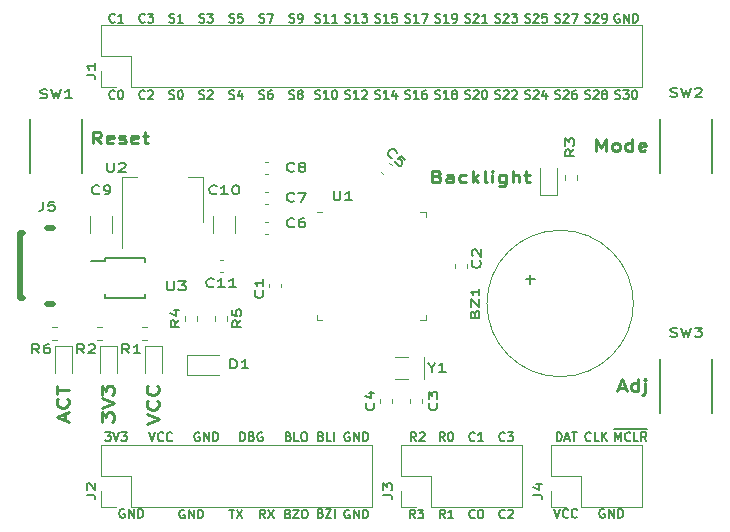
<source format=gbr>
%TF.GenerationSoftware,KiCad,Pcbnew,(7.0.0-rc1-156-g4c5a344629-dirty)*%
%TF.CreationDate,2023-03-04T11:45:47-08:00*%
%TF.ProjectId,powerpic-devboard,706f7765-7270-4696-932d-646576626f61,2.0*%
%TF.SameCoordinates,Original*%
%TF.FileFunction,Legend,Top*%
%TF.FilePolarity,Positive*%
%FSLAX46Y46*%
G04 Gerber Fmt 4.6, Leading zero omitted, Abs format (unit mm)*
G04 Created by KiCad (PCBNEW (7.0.0-rc1-156-g4c5a344629-dirty)) date 2023-03-04 11:45:47*
%MOMM*%
%LPD*%
G01*
G04 APERTURE LIST*
%ADD10C,0.150000*%
%ADD11C,0.250000*%
%ADD12C,0.187500*%
%ADD13C,0.120000*%
%ADD14C,0.500000*%
G04 APERTURE END LIST*
D10*
X109021428Y-84651071D02*
X109128571Y-84686785D01*
X109128571Y-84686785D02*
X109307142Y-84686785D01*
X109307142Y-84686785D02*
X109378571Y-84651071D01*
X109378571Y-84651071D02*
X109414285Y-84615357D01*
X109414285Y-84615357D02*
X109449999Y-84543928D01*
X109449999Y-84543928D02*
X109449999Y-84472500D01*
X109449999Y-84472500D02*
X109414285Y-84401071D01*
X109414285Y-84401071D02*
X109378571Y-84365357D01*
X109378571Y-84365357D02*
X109307142Y-84329642D01*
X109307142Y-84329642D02*
X109164285Y-84293928D01*
X109164285Y-84293928D02*
X109092856Y-84258214D01*
X109092856Y-84258214D02*
X109057142Y-84222500D01*
X109057142Y-84222500D02*
X109021428Y-84151071D01*
X109021428Y-84151071D02*
X109021428Y-84079642D01*
X109021428Y-84079642D02*
X109057142Y-84008214D01*
X109057142Y-84008214D02*
X109092856Y-83972500D01*
X109092856Y-83972500D02*
X109164285Y-83936785D01*
X109164285Y-83936785D02*
X109342856Y-83936785D01*
X109342856Y-83936785D02*
X109449999Y-83972500D01*
X109699999Y-83936785D02*
X110164285Y-83936785D01*
X110164285Y-83936785D02*
X109914285Y-84222500D01*
X109914285Y-84222500D02*
X110021428Y-84222500D01*
X110021428Y-84222500D02*
X110092857Y-84258214D01*
X110092857Y-84258214D02*
X110128571Y-84293928D01*
X110128571Y-84293928D02*
X110164285Y-84365357D01*
X110164285Y-84365357D02*
X110164285Y-84543928D01*
X110164285Y-84543928D02*
X110128571Y-84615357D01*
X110128571Y-84615357D02*
X110092857Y-84651071D01*
X110092857Y-84651071D02*
X110021428Y-84686785D01*
X110021428Y-84686785D02*
X109807142Y-84686785D01*
X109807142Y-84686785D02*
X109735714Y-84651071D01*
X109735714Y-84651071D02*
X109699999Y-84615357D01*
X110628571Y-83936785D02*
X110700000Y-83936785D01*
X110700000Y-83936785D02*
X110771428Y-83972500D01*
X110771428Y-83972500D02*
X110807143Y-84008214D01*
X110807143Y-84008214D02*
X110842857Y-84079642D01*
X110842857Y-84079642D02*
X110878571Y-84222500D01*
X110878571Y-84222500D02*
X110878571Y-84401071D01*
X110878571Y-84401071D02*
X110842857Y-84543928D01*
X110842857Y-84543928D02*
X110807143Y-84615357D01*
X110807143Y-84615357D02*
X110771428Y-84651071D01*
X110771428Y-84651071D02*
X110700000Y-84686785D01*
X110700000Y-84686785D02*
X110628571Y-84686785D01*
X110628571Y-84686785D02*
X110557143Y-84651071D01*
X110557143Y-84651071D02*
X110521428Y-84615357D01*
X110521428Y-84615357D02*
X110485714Y-84543928D01*
X110485714Y-84543928D02*
X110450000Y-84401071D01*
X110450000Y-84401071D02*
X110450000Y-84222500D01*
X110450000Y-84222500D02*
X110485714Y-84079642D01*
X110485714Y-84079642D02*
X110521428Y-84008214D01*
X110521428Y-84008214D02*
X110557143Y-83972500D01*
X110557143Y-83972500D02*
X110628571Y-83936785D01*
X106481428Y-84651071D02*
X106588571Y-84686785D01*
X106588571Y-84686785D02*
X106767142Y-84686785D01*
X106767142Y-84686785D02*
X106838571Y-84651071D01*
X106838571Y-84651071D02*
X106874285Y-84615357D01*
X106874285Y-84615357D02*
X106909999Y-84543928D01*
X106909999Y-84543928D02*
X106909999Y-84472500D01*
X106909999Y-84472500D02*
X106874285Y-84401071D01*
X106874285Y-84401071D02*
X106838571Y-84365357D01*
X106838571Y-84365357D02*
X106767142Y-84329642D01*
X106767142Y-84329642D02*
X106624285Y-84293928D01*
X106624285Y-84293928D02*
X106552856Y-84258214D01*
X106552856Y-84258214D02*
X106517142Y-84222500D01*
X106517142Y-84222500D02*
X106481428Y-84151071D01*
X106481428Y-84151071D02*
X106481428Y-84079642D01*
X106481428Y-84079642D02*
X106517142Y-84008214D01*
X106517142Y-84008214D02*
X106552856Y-83972500D01*
X106552856Y-83972500D02*
X106624285Y-83936785D01*
X106624285Y-83936785D02*
X106802856Y-83936785D01*
X106802856Y-83936785D02*
X106909999Y-83972500D01*
X107195714Y-84008214D02*
X107231428Y-83972500D01*
X107231428Y-83972500D02*
X107302857Y-83936785D01*
X107302857Y-83936785D02*
X107481428Y-83936785D01*
X107481428Y-83936785D02*
X107552857Y-83972500D01*
X107552857Y-83972500D02*
X107588571Y-84008214D01*
X107588571Y-84008214D02*
X107624285Y-84079642D01*
X107624285Y-84079642D02*
X107624285Y-84151071D01*
X107624285Y-84151071D02*
X107588571Y-84258214D01*
X107588571Y-84258214D02*
X107159999Y-84686785D01*
X107159999Y-84686785D02*
X107624285Y-84686785D01*
X108052857Y-84258214D02*
X107981428Y-84222500D01*
X107981428Y-84222500D02*
X107945714Y-84186785D01*
X107945714Y-84186785D02*
X107910000Y-84115357D01*
X107910000Y-84115357D02*
X107910000Y-84079642D01*
X107910000Y-84079642D02*
X107945714Y-84008214D01*
X107945714Y-84008214D02*
X107981428Y-83972500D01*
X107981428Y-83972500D02*
X108052857Y-83936785D01*
X108052857Y-83936785D02*
X108195714Y-83936785D01*
X108195714Y-83936785D02*
X108267143Y-83972500D01*
X108267143Y-83972500D02*
X108302857Y-84008214D01*
X108302857Y-84008214D02*
X108338571Y-84079642D01*
X108338571Y-84079642D02*
X108338571Y-84115357D01*
X108338571Y-84115357D02*
X108302857Y-84186785D01*
X108302857Y-84186785D02*
X108267143Y-84222500D01*
X108267143Y-84222500D02*
X108195714Y-84258214D01*
X108195714Y-84258214D02*
X108052857Y-84258214D01*
X108052857Y-84258214D02*
X107981428Y-84293928D01*
X107981428Y-84293928D02*
X107945714Y-84329642D01*
X107945714Y-84329642D02*
X107910000Y-84401071D01*
X107910000Y-84401071D02*
X107910000Y-84543928D01*
X107910000Y-84543928D02*
X107945714Y-84615357D01*
X107945714Y-84615357D02*
X107981428Y-84651071D01*
X107981428Y-84651071D02*
X108052857Y-84686785D01*
X108052857Y-84686785D02*
X108195714Y-84686785D01*
X108195714Y-84686785D02*
X108267143Y-84651071D01*
X108267143Y-84651071D02*
X108302857Y-84615357D01*
X108302857Y-84615357D02*
X108338571Y-84543928D01*
X108338571Y-84543928D02*
X108338571Y-84401071D01*
X108338571Y-84401071D02*
X108302857Y-84329642D01*
X108302857Y-84329642D02*
X108267143Y-84293928D01*
X108267143Y-84293928D02*
X108195714Y-84258214D01*
X103941428Y-84651071D02*
X104048571Y-84686785D01*
X104048571Y-84686785D02*
X104227142Y-84686785D01*
X104227142Y-84686785D02*
X104298571Y-84651071D01*
X104298571Y-84651071D02*
X104334285Y-84615357D01*
X104334285Y-84615357D02*
X104369999Y-84543928D01*
X104369999Y-84543928D02*
X104369999Y-84472500D01*
X104369999Y-84472500D02*
X104334285Y-84401071D01*
X104334285Y-84401071D02*
X104298571Y-84365357D01*
X104298571Y-84365357D02*
X104227142Y-84329642D01*
X104227142Y-84329642D02*
X104084285Y-84293928D01*
X104084285Y-84293928D02*
X104012856Y-84258214D01*
X104012856Y-84258214D02*
X103977142Y-84222500D01*
X103977142Y-84222500D02*
X103941428Y-84151071D01*
X103941428Y-84151071D02*
X103941428Y-84079642D01*
X103941428Y-84079642D02*
X103977142Y-84008214D01*
X103977142Y-84008214D02*
X104012856Y-83972500D01*
X104012856Y-83972500D02*
X104084285Y-83936785D01*
X104084285Y-83936785D02*
X104262856Y-83936785D01*
X104262856Y-83936785D02*
X104369999Y-83972500D01*
X104655714Y-84008214D02*
X104691428Y-83972500D01*
X104691428Y-83972500D02*
X104762857Y-83936785D01*
X104762857Y-83936785D02*
X104941428Y-83936785D01*
X104941428Y-83936785D02*
X105012857Y-83972500D01*
X105012857Y-83972500D02*
X105048571Y-84008214D01*
X105048571Y-84008214D02*
X105084285Y-84079642D01*
X105084285Y-84079642D02*
X105084285Y-84151071D01*
X105084285Y-84151071D02*
X105048571Y-84258214D01*
X105048571Y-84258214D02*
X104619999Y-84686785D01*
X104619999Y-84686785D02*
X105084285Y-84686785D01*
X105727143Y-83936785D02*
X105584285Y-83936785D01*
X105584285Y-83936785D02*
X105512857Y-83972500D01*
X105512857Y-83972500D02*
X105477143Y-84008214D01*
X105477143Y-84008214D02*
X105405714Y-84115357D01*
X105405714Y-84115357D02*
X105370000Y-84258214D01*
X105370000Y-84258214D02*
X105370000Y-84543928D01*
X105370000Y-84543928D02*
X105405714Y-84615357D01*
X105405714Y-84615357D02*
X105441428Y-84651071D01*
X105441428Y-84651071D02*
X105512857Y-84686785D01*
X105512857Y-84686785D02*
X105655714Y-84686785D01*
X105655714Y-84686785D02*
X105727143Y-84651071D01*
X105727143Y-84651071D02*
X105762857Y-84615357D01*
X105762857Y-84615357D02*
X105798571Y-84543928D01*
X105798571Y-84543928D02*
X105798571Y-84365357D01*
X105798571Y-84365357D02*
X105762857Y-84293928D01*
X105762857Y-84293928D02*
X105727143Y-84258214D01*
X105727143Y-84258214D02*
X105655714Y-84222500D01*
X105655714Y-84222500D02*
X105512857Y-84222500D01*
X105512857Y-84222500D02*
X105441428Y-84258214D01*
X105441428Y-84258214D02*
X105405714Y-84293928D01*
X105405714Y-84293928D02*
X105370000Y-84365357D01*
X101401428Y-84651071D02*
X101508571Y-84686785D01*
X101508571Y-84686785D02*
X101687142Y-84686785D01*
X101687142Y-84686785D02*
X101758571Y-84651071D01*
X101758571Y-84651071D02*
X101794285Y-84615357D01*
X101794285Y-84615357D02*
X101829999Y-84543928D01*
X101829999Y-84543928D02*
X101829999Y-84472500D01*
X101829999Y-84472500D02*
X101794285Y-84401071D01*
X101794285Y-84401071D02*
X101758571Y-84365357D01*
X101758571Y-84365357D02*
X101687142Y-84329642D01*
X101687142Y-84329642D02*
X101544285Y-84293928D01*
X101544285Y-84293928D02*
X101472856Y-84258214D01*
X101472856Y-84258214D02*
X101437142Y-84222500D01*
X101437142Y-84222500D02*
X101401428Y-84151071D01*
X101401428Y-84151071D02*
X101401428Y-84079642D01*
X101401428Y-84079642D02*
X101437142Y-84008214D01*
X101437142Y-84008214D02*
X101472856Y-83972500D01*
X101472856Y-83972500D02*
X101544285Y-83936785D01*
X101544285Y-83936785D02*
X101722856Y-83936785D01*
X101722856Y-83936785D02*
X101829999Y-83972500D01*
X102115714Y-84008214D02*
X102151428Y-83972500D01*
X102151428Y-83972500D02*
X102222857Y-83936785D01*
X102222857Y-83936785D02*
X102401428Y-83936785D01*
X102401428Y-83936785D02*
X102472857Y-83972500D01*
X102472857Y-83972500D02*
X102508571Y-84008214D01*
X102508571Y-84008214D02*
X102544285Y-84079642D01*
X102544285Y-84079642D02*
X102544285Y-84151071D01*
X102544285Y-84151071D02*
X102508571Y-84258214D01*
X102508571Y-84258214D02*
X102079999Y-84686785D01*
X102079999Y-84686785D02*
X102544285Y-84686785D01*
X103187143Y-84186785D02*
X103187143Y-84686785D01*
X103008571Y-83901071D02*
X102830000Y-84436785D01*
X102830000Y-84436785D02*
X103294285Y-84436785D01*
X98861428Y-84651071D02*
X98968571Y-84686785D01*
X98968571Y-84686785D02*
X99147142Y-84686785D01*
X99147142Y-84686785D02*
X99218571Y-84651071D01*
X99218571Y-84651071D02*
X99254285Y-84615357D01*
X99254285Y-84615357D02*
X99289999Y-84543928D01*
X99289999Y-84543928D02*
X99289999Y-84472500D01*
X99289999Y-84472500D02*
X99254285Y-84401071D01*
X99254285Y-84401071D02*
X99218571Y-84365357D01*
X99218571Y-84365357D02*
X99147142Y-84329642D01*
X99147142Y-84329642D02*
X99004285Y-84293928D01*
X99004285Y-84293928D02*
X98932856Y-84258214D01*
X98932856Y-84258214D02*
X98897142Y-84222500D01*
X98897142Y-84222500D02*
X98861428Y-84151071D01*
X98861428Y-84151071D02*
X98861428Y-84079642D01*
X98861428Y-84079642D02*
X98897142Y-84008214D01*
X98897142Y-84008214D02*
X98932856Y-83972500D01*
X98932856Y-83972500D02*
X99004285Y-83936785D01*
X99004285Y-83936785D02*
X99182856Y-83936785D01*
X99182856Y-83936785D02*
X99289999Y-83972500D01*
X99575714Y-84008214D02*
X99611428Y-83972500D01*
X99611428Y-83972500D02*
X99682857Y-83936785D01*
X99682857Y-83936785D02*
X99861428Y-83936785D01*
X99861428Y-83936785D02*
X99932857Y-83972500D01*
X99932857Y-83972500D02*
X99968571Y-84008214D01*
X99968571Y-84008214D02*
X100004285Y-84079642D01*
X100004285Y-84079642D02*
X100004285Y-84151071D01*
X100004285Y-84151071D02*
X99968571Y-84258214D01*
X99968571Y-84258214D02*
X99539999Y-84686785D01*
X99539999Y-84686785D02*
X100004285Y-84686785D01*
X100290000Y-84008214D02*
X100325714Y-83972500D01*
X100325714Y-83972500D02*
X100397143Y-83936785D01*
X100397143Y-83936785D02*
X100575714Y-83936785D01*
X100575714Y-83936785D02*
X100647143Y-83972500D01*
X100647143Y-83972500D02*
X100682857Y-84008214D01*
X100682857Y-84008214D02*
X100718571Y-84079642D01*
X100718571Y-84079642D02*
X100718571Y-84151071D01*
X100718571Y-84151071D02*
X100682857Y-84258214D01*
X100682857Y-84258214D02*
X100254285Y-84686785D01*
X100254285Y-84686785D02*
X100718571Y-84686785D01*
X96321428Y-84651071D02*
X96428571Y-84686785D01*
X96428571Y-84686785D02*
X96607142Y-84686785D01*
X96607142Y-84686785D02*
X96678571Y-84651071D01*
X96678571Y-84651071D02*
X96714285Y-84615357D01*
X96714285Y-84615357D02*
X96749999Y-84543928D01*
X96749999Y-84543928D02*
X96749999Y-84472500D01*
X96749999Y-84472500D02*
X96714285Y-84401071D01*
X96714285Y-84401071D02*
X96678571Y-84365357D01*
X96678571Y-84365357D02*
X96607142Y-84329642D01*
X96607142Y-84329642D02*
X96464285Y-84293928D01*
X96464285Y-84293928D02*
X96392856Y-84258214D01*
X96392856Y-84258214D02*
X96357142Y-84222500D01*
X96357142Y-84222500D02*
X96321428Y-84151071D01*
X96321428Y-84151071D02*
X96321428Y-84079642D01*
X96321428Y-84079642D02*
X96357142Y-84008214D01*
X96357142Y-84008214D02*
X96392856Y-83972500D01*
X96392856Y-83972500D02*
X96464285Y-83936785D01*
X96464285Y-83936785D02*
X96642856Y-83936785D01*
X96642856Y-83936785D02*
X96749999Y-83972500D01*
X97035714Y-84008214D02*
X97071428Y-83972500D01*
X97071428Y-83972500D02*
X97142857Y-83936785D01*
X97142857Y-83936785D02*
X97321428Y-83936785D01*
X97321428Y-83936785D02*
X97392857Y-83972500D01*
X97392857Y-83972500D02*
X97428571Y-84008214D01*
X97428571Y-84008214D02*
X97464285Y-84079642D01*
X97464285Y-84079642D02*
X97464285Y-84151071D01*
X97464285Y-84151071D02*
X97428571Y-84258214D01*
X97428571Y-84258214D02*
X96999999Y-84686785D01*
X96999999Y-84686785D02*
X97464285Y-84686785D01*
X97928571Y-83936785D02*
X98000000Y-83936785D01*
X98000000Y-83936785D02*
X98071428Y-83972500D01*
X98071428Y-83972500D02*
X98107143Y-84008214D01*
X98107143Y-84008214D02*
X98142857Y-84079642D01*
X98142857Y-84079642D02*
X98178571Y-84222500D01*
X98178571Y-84222500D02*
X98178571Y-84401071D01*
X98178571Y-84401071D02*
X98142857Y-84543928D01*
X98142857Y-84543928D02*
X98107143Y-84615357D01*
X98107143Y-84615357D02*
X98071428Y-84651071D01*
X98071428Y-84651071D02*
X98000000Y-84686785D01*
X98000000Y-84686785D02*
X97928571Y-84686785D01*
X97928571Y-84686785D02*
X97857143Y-84651071D01*
X97857143Y-84651071D02*
X97821428Y-84615357D01*
X97821428Y-84615357D02*
X97785714Y-84543928D01*
X97785714Y-84543928D02*
X97750000Y-84401071D01*
X97750000Y-84401071D02*
X97750000Y-84222500D01*
X97750000Y-84222500D02*
X97785714Y-84079642D01*
X97785714Y-84079642D02*
X97821428Y-84008214D01*
X97821428Y-84008214D02*
X97857143Y-83972500D01*
X97857143Y-83972500D02*
X97928571Y-83936785D01*
X93781428Y-84651071D02*
X93888571Y-84686785D01*
X93888571Y-84686785D02*
X94067142Y-84686785D01*
X94067142Y-84686785D02*
X94138571Y-84651071D01*
X94138571Y-84651071D02*
X94174285Y-84615357D01*
X94174285Y-84615357D02*
X94209999Y-84543928D01*
X94209999Y-84543928D02*
X94209999Y-84472500D01*
X94209999Y-84472500D02*
X94174285Y-84401071D01*
X94174285Y-84401071D02*
X94138571Y-84365357D01*
X94138571Y-84365357D02*
X94067142Y-84329642D01*
X94067142Y-84329642D02*
X93924285Y-84293928D01*
X93924285Y-84293928D02*
X93852856Y-84258214D01*
X93852856Y-84258214D02*
X93817142Y-84222500D01*
X93817142Y-84222500D02*
X93781428Y-84151071D01*
X93781428Y-84151071D02*
X93781428Y-84079642D01*
X93781428Y-84079642D02*
X93817142Y-84008214D01*
X93817142Y-84008214D02*
X93852856Y-83972500D01*
X93852856Y-83972500D02*
X93924285Y-83936785D01*
X93924285Y-83936785D02*
X94102856Y-83936785D01*
X94102856Y-83936785D02*
X94209999Y-83972500D01*
X94924285Y-84686785D02*
X94495714Y-84686785D01*
X94709999Y-84686785D02*
X94709999Y-83936785D01*
X94709999Y-83936785D02*
X94638571Y-84043928D01*
X94638571Y-84043928D02*
X94567142Y-84115357D01*
X94567142Y-84115357D02*
X94495714Y-84151071D01*
X95352857Y-84258214D02*
X95281428Y-84222500D01*
X95281428Y-84222500D02*
X95245714Y-84186785D01*
X95245714Y-84186785D02*
X95210000Y-84115357D01*
X95210000Y-84115357D02*
X95210000Y-84079642D01*
X95210000Y-84079642D02*
X95245714Y-84008214D01*
X95245714Y-84008214D02*
X95281428Y-83972500D01*
X95281428Y-83972500D02*
X95352857Y-83936785D01*
X95352857Y-83936785D02*
X95495714Y-83936785D01*
X95495714Y-83936785D02*
X95567143Y-83972500D01*
X95567143Y-83972500D02*
X95602857Y-84008214D01*
X95602857Y-84008214D02*
X95638571Y-84079642D01*
X95638571Y-84079642D02*
X95638571Y-84115357D01*
X95638571Y-84115357D02*
X95602857Y-84186785D01*
X95602857Y-84186785D02*
X95567143Y-84222500D01*
X95567143Y-84222500D02*
X95495714Y-84258214D01*
X95495714Y-84258214D02*
X95352857Y-84258214D01*
X95352857Y-84258214D02*
X95281428Y-84293928D01*
X95281428Y-84293928D02*
X95245714Y-84329642D01*
X95245714Y-84329642D02*
X95210000Y-84401071D01*
X95210000Y-84401071D02*
X95210000Y-84543928D01*
X95210000Y-84543928D02*
X95245714Y-84615357D01*
X95245714Y-84615357D02*
X95281428Y-84651071D01*
X95281428Y-84651071D02*
X95352857Y-84686785D01*
X95352857Y-84686785D02*
X95495714Y-84686785D01*
X95495714Y-84686785D02*
X95567143Y-84651071D01*
X95567143Y-84651071D02*
X95602857Y-84615357D01*
X95602857Y-84615357D02*
X95638571Y-84543928D01*
X95638571Y-84543928D02*
X95638571Y-84401071D01*
X95638571Y-84401071D02*
X95602857Y-84329642D01*
X95602857Y-84329642D02*
X95567143Y-84293928D01*
X95567143Y-84293928D02*
X95495714Y-84258214D01*
X91241428Y-84651071D02*
X91348571Y-84686785D01*
X91348571Y-84686785D02*
X91527142Y-84686785D01*
X91527142Y-84686785D02*
X91598571Y-84651071D01*
X91598571Y-84651071D02*
X91634285Y-84615357D01*
X91634285Y-84615357D02*
X91669999Y-84543928D01*
X91669999Y-84543928D02*
X91669999Y-84472500D01*
X91669999Y-84472500D02*
X91634285Y-84401071D01*
X91634285Y-84401071D02*
X91598571Y-84365357D01*
X91598571Y-84365357D02*
X91527142Y-84329642D01*
X91527142Y-84329642D02*
X91384285Y-84293928D01*
X91384285Y-84293928D02*
X91312856Y-84258214D01*
X91312856Y-84258214D02*
X91277142Y-84222500D01*
X91277142Y-84222500D02*
X91241428Y-84151071D01*
X91241428Y-84151071D02*
X91241428Y-84079642D01*
X91241428Y-84079642D02*
X91277142Y-84008214D01*
X91277142Y-84008214D02*
X91312856Y-83972500D01*
X91312856Y-83972500D02*
X91384285Y-83936785D01*
X91384285Y-83936785D02*
X91562856Y-83936785D01*
X91562856Y-83936785D02*
X91669999Y-83972500D01*
X92384285Y-84686785D02*
X91955714Y-84686785D01*
X92169999Y-84686785D02*
X92169999Y-83936785D01*
X92169999Y-83936785D02*
X92098571Y-84043928D01*
X92098571Y-84043928D02*
X92027142Y-84115357D01*
X92027142Y-84115357D02*
X91955714Y-84151071D01*
X93027143Y-83936785D02*
X92884285Y-83936785D01*
X92884285Y-83936785D02*
X92812857Y-83972500D01*
X92812857Y-83972500D02*
X92777143Y-84008214D01*
X92777143Y-84008214D02*
X92705714Y-84115357D01*
X92705714Y-84115357D02*
X92670000Y-84258214D01*
X92670000Y-84258214D02*
X92670000Y-84543928D01*
X92670000Y-84543928D02*
X92705714Y-84615357D01*
X92705714Y-84615357D02*
X92741428Y-84651071D01*
X92741428Y-84651071D02*
X92812857Y-84686785D01*
X92812857Y-84686785D02*
X92955714Y-84686785D01*
X92955714Y-84686785D02*
X93027143Y-84651071D01*
X93027143Y-84651071D02*
X93062857Y-84615357D01*
X93062857Y-84615357D02*
X93098571Y-84543928D01*
X93098571Y-84543928D02*
X93098571Y-84365357D01*
X93098571Y-84365357D02*
X93062857Y-84293928D01*
X93062857Y-84293928D02*
X93027143Y-84258214D01*
X93027143Y-84258214D02*
X92955714Y-84222500D01*
X92955714Y-84222500D02*
X92812857Y-84222500D01*
X92812857Y-84222500D02*
X92741428Y-84258214D01*
X92741428Y-84258214D02*
X92705714Y-84293928D01*
X92705714Y-84293928D02*
X92670000Y-84365357D01*
X88701428Y-84651071D02*
X88808571Y-84686785D01*
X88808571Y-84686785D02*
X88987142Y-84686785D01*
X88987142Y-84686785D02*
X89058571Y-84651071D01*
X89058571Y-84651071D02*
X89094285Y-84615357D01*
X89094285Y-84615357D02*
X89129999Y-84543928D01*
X89129999Y-84543928D02*
X89129999Y-84472500D01*
X89129999Y-84472500D02*
X89094285Y-84401071D01*
X89094285Y-84401071D02*
X89058571Y-84365357D01*
X89058571Y-84365357D02*
X88987142Y-84329642D01*
X88987142Y-84329642D02*
X88844285Y-84293928D01*
X88844285Y-84293928D02*
X88772856Y-84258214D01*
X88772856Y-84258214D02*
X88737142Y-84222500D01*
X88737142Y-84222500D02*
X88701428Y-84151071D01*
X88701428Y-84151071D02*
X88701428Y-84079642D01*
X88701428Y-84079642D02*
X88737142Y-84008214D01*
X88737142Y-84008214D02*
X88772856Y-83972500D01*
X88772856Y-83972500D02*
X88844285Y-83936785D01*
X88844285Y-83936785D02*
X89022856Y-83936785D01*
X89022856Y-83936785D02*
X89129999Y-83972500D01*
X89844285Y-84686785D02*
X89415714Y-84686785D01*
X89629999Y-84686785D02*
X89629999Y-83936785D01*
X89629999Y-83936785D02*
X89558571Y-84043928D01*
X89558571Y-84043928D02*
X89487142Y-84115357D01*
X89487142Y-84115357D02*
X89415714Y-84151071D01*
X90487143Y-84186785D02*
X90487143Y-84686785D01*
X90308571Y-83901071D02*
X90130000Y-84436785D01*
X90130000Y-84436785D02*
X90594285Y-84436785D01*
X86161428Y-84651071D02*
X86268571Y-84686785D01*
X86268571Y-84686785D02*
X86447142Y-84686785D01*
X86447142Y-84686785D02*
X86518571Y-84651071D01*
X86518571Y-84651071D02*
X86554285Y-84615357D01*
X86554285Y-84615357D02*
X86589999Y-84543928D01*
X86589999Y-84543928D02*
X86589999Y-84472500D01*
X86589999Y-84472500D02*
X86554285Y-84401071D01*
X86554285Y-84401071D02*
X86518571Y-84365357D01*
X86518571Y-84365357D02*
X86447142Y-84329642D01*
X86447142Y-84329642D02*
X86304285Y-84293928D01*
X86304285Y-84293928D02*
X86232856Y-84258214D01*
X86232856Y-84258214D02*
X86197142Y-84222500D01*
X86197142Y-84222500D02*
X86161428Y-84151071D01*
X86161428Y-84151071D02*
X86161428Y-84079642D01*
X86161428Y-84079642D02*
X86197142Y-84008214D01*
X86197142Y-84008214D02*
X86232856Y-83972500D01*
X86232856Y-83972500D02*
X86304285Y-83936785D01*
X86304285Y-83936785D02*
X86482856Y-83936785D01*
X86482856Y-83936785D02*
X86589999Y-83972500D01*
X87304285Y-84686785D02*
X86875714Y-84686785D01*
X87089999Y-84686785D02*
X87089999Y-83936785D01*
X87089999Y-83936785D02*
X87018571Y-84043928D01*
X87018571Y-84043928D02*
X86947142Y-84115357D01*
X86947142Y-84115357D02*
X86875714Y-84151071D01*
X87590000Y-84008214D02*
X87625714Y-83972500D01*
X87625714Y-83972500D02*
X87697143Y-83936785D01*
X87697143Y-83936785D02*
X87875714Y-83936785D01*
X87875714Y-83936785D02*
X87947143Y-83972500D01*
X87947143Y-83972500D02*
X87982857Y-84008214D01*
X87982857Y-84008214D02*
X88018571Y-84079642D01*
X88018571Y-84079642D02*
X88018571Y-84151071D01*
X88018571Y-84151071D02*
X87982857Y-84258214D01*
X87982857Y-84258214D02*
X87554285Y-84686785D01*
X87554285Y-84686785D02*
X88018571Y-84686785D01*
X83621428Y-84651071D02*
X83728571Y-84686785D01*
X83728571Y-84686785D02*
X83907142Y-84686785D01*
X83907142Y-84686785D02*
X83978571Y-84651071D01*
X83978571Y-84651071D02*
X84014285Y-84615357D01*
X84014285Y-84615357D02*
X84049999Y-84543928D01*
X84049999Y-84543928D02*
X84049999Y-84472500D01*
X84049999Y-84472500D02*
X84014285Y-84401071D01*
X84014285Y-84401071D02*
X83978571Y-84365357D01*
X83978571Y-84365357D02*
X83907142Y-84329642D01*
X83907142Y-84329642D02*
X83764285Y-84293928D01*
X83764285Y-84293928D02*
X83692856Y-84258214D01*
X83692856Y-84258214D02*
X83657142Y-84222500D01*
X83657142Y-84222500D02*
X83621428Y-84151071D01*
X83621428Y-84151071D02*
X83621428Y-84079642D01*
X83621428Y-84079642D02*
X83657142Y-84008214D01*
X83657142Y-84008214D02*
X83692856Y-83972500D01*
X83692856Y-83972500D02*
X83764285Y-83936785D01*
X83764285Y-83936785D02*
X83942856Y-83936785D01*
X83942856Y-83936785D02*
X84049999Y-83972500D01*
X84764285Y-84686785D02*
X84335714Y-84686785D01*
X84549999Y-84686785D02*
X84549999Y-83936785D01*
X84549999Y-83936785D02*
X84478571Y-84043928D01*
X84478571Y-84043928D02*
X84407142Y-84115357D01*
X84407142Y-84115357D02*
X84335714Y-84151071D01*
X85228571Y-83936785D02*
X85300000Y-83936785D01*
X85300000Y-83936785D02*
X85371428Y-83972500D01*
X85371428Y-83972500D02*
X85407143Y-84008214D01*
X85407143Y-84008214D02*
X85442857Y-84079642D01*
X85442857Y-84079642D02*
X85478571Y-84222500D01*
X85478571Y-84222500D02*
X85478571Y-84401071D01*
X85478571Y-84401071D02*
X85442857Y-84543928D01*
X85442857Y-84543928D02*
X85407143Y-84615357D01*
X85407143Y-84615357D02*
X85371428Y-84651071D01*
X85371428Y-84651071D02*
X85300000Y-84686785D01*
X85300000Y-84686785D02*
X85228571Y-84686785D01*
X85228571Y-84686785D02*
X85157143Y-84651071D01*
X85157143Y-84651071D02*
X85121428Y-84615357D01*
X85121428Y-84615357D02*
X85085714Y-84543928D01*
X85085714Y-84543928D02*
X85050000Y-84401071D01*
X85050000Y-84401071D02*
X85050000Y-84222500D01*
X85050000Y-84222500D02*
X85085714Y-84079642D01*
X85085714Y-84079642D02*
X85121428Y-84008214D01*
X85121428Y-84008214D02*
X85157143Y-83972500D01*
X85157143Y-83972500D02*
X85228571Y-83936785D01*
X81438571Y-84651071D02*
X81545714Y-84686785D01*
X81545714Y-84686785D02*
X81724285Y-84686785D01*
X81724285Y-84686785D02*
X81795714Y-84651071D01*
X81795714Y-84651071D02*
X81831428Y-84615357D01*
X81831428Y-84615357D02*
X81867142Y-84543928D01*
X81867142Y-84543928D02*
X81867142Y-84472500D01*
X81867142Y-84472500D02*
X81831428Y-84401071D01*
X81831428Y-84401071D02*
X81795714Y-84365357D01*
X81795714Y-84365357D02*
X81724285Y-84329642D01*
X81724285Y-84329642D02*
X81581428Y-84293928D01*
X81581428Y-84293928D02*
X81509999Y-84258214D01*
X81509999Y-84258214D02*
X81474285Y-84222500D01*
X81474285Y-84222500D02*
X81438571Y-84151071D01*
X81438571Y-84151071D02*
X81438571Y-84079642D01*
X81438571Y-84079642D02*
X81474285Y-84008214D01*
X81474285Y-84008214D02*
X81509999Y-83972500D01*
X81509999Y-83972500D02*
X81581428Y-83936785D01*
X81581428Y-83936785D02*
X81759999Y-83936785D01*
X81759999Y-83936785D02*
X81867142Y-83972500D01*
X82295714Y-84258214D02*
X82224285Y-84222500D01*
X82224285Y-84222500D02*
X82188571Y-84186785D01*
X82188571Y-84186785D02*
X82152857Y-84115357D01*
X82152857Y-84115357D02*
X82152857Y-84079642D01*
X82152857Y-84079642D02*
X82188571Y-84008214D01*
X82188571Y-84008214D02*
X82224285Y-83972500D01*
X82224285Y-83972500D02*
X82295714Y-83936785D01*
X82295714Y-83936785D02*
X82438571Y-83936785D01*
X82438571Y-83936785D02*
X82510000Y-83972500D01*
X82510000Y-83972500D02*
X82545714Y-84008214D01*
X82545714Y-84008214D02*
X82581428Y-84079642D01*
X82581428Y-84079642D02*
X82581428Y-84115357D01*
X82581428Y-84115357D02*
X82545714Y-84186785D01*
X82545714Y-84186785D02*
X82510000Y-84222500D01*
X82510000Y-84222500D02*
X82438571Y-84258214D01*
X82438571Y-84258214D02*
X82295714Y-84258214D01*
X82295714Y-84258214D02*
X82224285Y-84293928D01*
X82224285Y-84293928D02*
X82188571Y-84329642D01*
X82188571Y-84329642D02*
X82152857Y-84401071D01*
X82152857Y-84401071D02*
X82152857Y-84543928D01*
X82152857Y-84543928D02*
X82188571Y-84615357D01*
X82188571Y-84615357D02*
X82224285Y-84651071D01*
X82224285Y-84651071D02*
X82295714Y-84686785D01*
X82295714Y-84686785D02*
X82438571Y-84686785D01*
X82438571Y-84686785D02*
X82510000Y-84651071D01*
X82510000Y-84651071D02*
X82545714Y-84615357D01*
X82545714Y-84615357D02*
X82581428Y-84543928D01*
X82581428Y-84543928D02*
X82581428Y-84401071D01*
X82581428Y-84401071D02*
X82545714Y-84329642D01*
X82545714Y-84329642D02*
X82510000Y-84293928D01*
X82510000Y-84293928D02*
X82438571Y-84258214D01*
X78898571Y-84651071D02*
X79005714Y-84686785D01*
X79005714Y-84686785D02*
X79184285Y-84686785D01*
X79184285Y-84686785D02*
X79255714Y-84651071D01*
X79255714Y-84651071D02*
X79291428Y-84615357D01*
X79291428Y-84615357D02*
X79327142Y-84543928D01*
X79327142Y-84543928D02*
X79327142Y-84472500D01*
X79327142Y-84472500D02*
X79291428Y-84401071D01*
X79291428Y-84401071D02*
X79255714Y-84365357D01*
X79255714Y-84365357D02*
X79184285Y-84329642D01*
X79184285Y-84329642D02*
X79041428Y-84293928D01*
X79041428Y-84293928D02*
X78969999Y-84258214D01*
X78969999Y-84258214D02*
X78934285Y-84222500D01*
X78934285Y-84222500D02*
X78898571Y-84151071D01*
X78898571Y-84151071D02*
X78898571Y-84079642D01*
X78898571Y-84079642D02*
X78934285Y-84008214D01*
X78934285Y-84008214D02*
X78969999Y-83972500D01*
X78969999Y-83972500D02*
X79041428Y-83936785D01*
X79041428Y-83936785D02*
X79219999Y-83936785D01*
X79219999Y-83936785D02*
X79327142Y-83972500D01*
X79970000Y-83936785D02*
X79827142Y-83936785D01*
X79827142Y-83936785D02*
X79755714Y-83972500D01*
X79755714Y-83972500D02*
X79720000Y-84008214D01*
X79720000Y-84008214D02*
X79648571Y-84115357D01*
X79648571Y-84115357D02*
X79612857Y-84258214D01*
X79612857Y-84258214D02*
X79612857Y-84543928D01*
X79612857Y-84543928D02*
X79648571Y-84615357D01*
X79648571Y-84615357D02*
X79684285Y-84651071D01*
X79684285Y-84651071D02*
X79755714Y-84686785D01*
X79755714Y-84686785D02*
X79898571Y-84686785D01*
X79898571Y-84686785D02*
X79970000Y-84651071D01*
X79970000Y-84651071D02*
X80005714Y-84615357D01*
X80005714Y-84615357D02*
X80041428Y-84543928D01*
X80041428Y-84543928D02*
X80041428Y-84365357D01*
X80041428Y-84365357D02*
X80005714Y-84293928D01*
X80005714Y-84293928D02*
X79970000Y-84258214D01*
X79970000Y-84258214D02*
X79898571Y-84222500D01*
X79898571Y-84222500D02*
X79755714Y-84222500D01*
X79755714Y-84222500D02*
X79684285Y-84258214D01*
X79684285Y-84258214D02*
X79648571Y-84293928D01*
X79648571Y-84293928D02*
X79612857Y-84365357D01*
X76358571Y-84651071D02*
X76465714Y-84686785D01*
X76465714Y-84686785D02*
X76644285Y-84686785D01*
X76644285Y-84686785D02*
X76715714Y-84651071D01*
X76715714Y-84651071D02*
X76751428Y-84615357D01*
X76751428Y-84615357D02*
X76787142Y-84543928D01*
X76787142Y-84543928D02*
X76787142Y-84472500D01*
X76787142Y-84472500D02*
X76751428Y-84401071D01*
X76751428Y-84401071D02*
X76715714Y-84365357D01*
X76715714Y-84365357D02*
X76644285Y-84329642D01*
X76644285Y-84329642D02*
X76501428Y-84293928D01*
X76501428Y-84293928D02*
X76429999Y-84258214D01*
X76429999Y-84258214D02*
X76394285Y-84222500D01*
X76394285Y-84222500D02*
X76358571Y-84151071D01*
X76358571Y-84151071D02*
X76358571Y-84079642D01*
X76358571Y-84079642D02*
X76394285Y-84008214D01*
X76394285Y-84008214D02*
X76429999Y-83972500D01*
X76429999Y-83972500D02*
X76501428Y-83936785D01*
X76501428Y-83936785D02*
X76679999Y-83936785D01*
X76679999Y-83936785D02*
X76787142Y-83972500D01*
X77430000Y-84186785D02*
X77430000Y-84686785D01*
X77251428Y-83901071D02*
X77072857Y-84436785D01*
X77072857Y-84436785D02*
X77537142Y-84436785D01*
X73818571Y-84651071D02*
X73925714Y-84686785D01*
X73925714Y-84686785D02*
X74104285Y-84686785D01*
X74104285Y-84686785D02*
X74175714Y-84651071D01*
X74175714Y-84651071D02*
X74211428Y-84615357D01*
X74211428Y-84615357D02*
X74247142Y-84543928D01*
X74247142Y-84543928D02*
X74247142Y-84472500D01*
X74247142Y-84472500D02*
X74211428Y-84401071D01*
X74211428Y-84401071D02*
X74175714Y-84365357D01*
X74175714Y-84365357D02*
X74104285Y-84329642D01*
X74104285Y-84329642D02*
X73961428Y-84293928D01*
X73961428Y-84293928D02*
X73889999Y-84258214D01*
X73889999Y-84258214D02*
X73854285Y-84222500D01*
X73854285Y-84222500D02*
X73818571Y-84151071D01*
X73818571Y-84151071D02*
X73818571Y-84079642D01*
X73818571Y-84079642D02*
X73854285Y-84008214D01*
X73854285Y-84008214D02*
X73889999Y-83972500D01*
X73889999Y-83972500D02*
X73961428Y-83936785D01*
X73961428Y-83936785D02*
X74139999Y-83936785D01*
X74139999Y-83936785D02*
X74247142Y-83972500D01*
X74532857Y-84008214D02*
X74568571Y-83972500D01*
X74568571Y-83972500D02*
X74640000Y-83936785D01*
X74640000Y-83936785D02*
X74818571Y-83936785D01*
X74818571Y-83936785D02*
X74890000Y-83972500D01*
X74890000Y-83972500D02*
X74925714Y-84008214D01*
X74925714Y-84008214D02*
X74961428Y-84079642D01*
X74961428Y-84079642D02*
X74961428Y-84151071D01*
X74961428Y-84151071D02*
X74925714Y-84258214D01*
X74925714Y-84258214D02*
X74497142Y-84686785D01*
X74497142Y-84686785D02*
X74961428Y-84686785D01*
X71278571Y-84651071D02*
X71385714Y-84686785D01*
X71385714Y-84686785D02*
X71564285Y-84686785D01*
X71564285Y-84686785D02*
X71635714Y-84651071D01*
X71635714Y-84651071D02*
X71671428Y-84615357D01*
X71671428Y-84615357D02*
X71707142Y-84543928D01*
X71707142Y-84543928D02*
X71707142Y-84472500D01*
X71707142Y-84472500D02*
X71671428Y-84401071D01*
X71671428Y-84401071D02*
X71635714Y-84365357D01*
X71635714Y-84365357D02*
X71564285Y-84329642D01*
X71564285Y-84329642D02*
X71421428Y-84293928D01*
X71421428Y-84293928D02*
X71349999Y-84258214D01*
X71349999Y-84258214D02*
X71314285Y-84222500D01*
X71314285Y-84222500D02*
X71278571Y-84151071D01*
X71278571Y-84151071D02*
X71278571Y-84079642D01*
X71278571Y-84079642D02*
X71314285Y-84008214D01*
X71314285Y-84008214D02*
X71349999Y-83972500D01*
X71349999Y-83972500D02*
X71421428Y-83936785D01*
X71421428Y-83936785D02*
X71599999Y-83936785D01*
X71599999Y-83936785D02*
X71707142Y-83972500D01*
X72171428Y-83936785D02*
X72242857Y-83936785D01*
X72242857Y-83936785D02*
X72314285Y-83972500D01*
X72314285Y-83972500D02*
X72350000Y-84008214D01*
X72350000Y-84008214D02*
X72385714Y-84079642D01*
X72385714Y-84079642D02*
X72421428Y-84222500D01*
X72421428Y-84222500D02*
X72421428Y-84401071D01*
X72421428Y-84401071D02*
X72385714Y-84543928D01*
X72385714Y-84543928D02*
X72350000Y-84615357D01*
X72350000Y-84615357D02*
X72314285Y-84651071D01*
X72314285Y-84651071D02*
X72242857Y-84686785D01*
X72242857Y-84686785D02*
X72171428Y-84686785D01*
X72171428Y-84686785D02*
X72100000Y-84651071D01*
X72100000Y-84651071D02*
X72064285Y-84615357D01*
X72064285Y-84615357D02*
X72028571Y-84543928D01*
X72028571Y-84543928D02*
X71992857Y-84401071D01*
X71992857Y-84401071D02*
X71992857Y-84222500D01*
X71992857Y-84222500D02*
X72028571Y-84079642D01*
X72028571Y-84079642D02*
X72064285Y-84008214D01*
X72064285Y-84008214D02*
X72100000Y-83972500D01*
X72100000Y-83972500D02*
X72171428Y-83936785D01*
X109378571Y-77495500D02*
X109307143Y-77459785D01*
X109307143Y-77459785D02*
X109200000Y-77459785D01*
X109200000Y-77459785D02*
X109092857Y-77495500D01*
X109092857Y-77495500D02*
X109021428Y-77566928D01*
X109021428Y-77566928D02*
X108985714Y-77638357D01*
X108985714Y-77638357D02*
X108950000Y-77781214D01*
X108950000Y-77781214D02*
X108950000Y-77888357D01*
X108950000Y-77888357D02*
X108985714Y-78031214D01*
X108985714Y-78031214D02*
X109021428Y-78102642D01*
X109021428Y-78102642D02*
X109092857Y-78174071D01*
X109092857Y-78174071D02*
X109200000Y-78209785D01*
X109200000Y-78209785D02*
X109271428Y-78209785D01*
X109271428Y-78209785D02*
X109378571Y-78174071D01*
X109378571Y-78174071D02*
X109414285Y-78138357D01*
X109414285Y-78138357D02*
X109414285Y-77888357D01*
X109414285Y-77888357D02*
X109271428Y-77888357D01*
X109735714Y-78209785D02*
X109735714Y-77459785D01*
X109735714Y-77459785D02*
X110164285Y-78209785D01*
X110164285Y-78209785D02*
X110164285Y-77459785D01*
X110521428Y-78209785D02*
X110521428Y-77459785D01*
X110521428Y-77459785D02*
X110699999Y-77459785D01*
X110699999Y-77459785D02*
X110807142Y-77495500D01*
X110807142Y-77495500D02*
X110878571Y-77566928D01*
X110878571Y-77566928D02*
X110914285Y-77638357D01*
X110914285Y-77638357D02*
X110949999Y-77781214D01*
X110949999Y-77781214D02*
X110949999Y-77888357D01*
X110949999Y-77888357D02*
X110914285Y-78031214D01*
X110914285Y-78031214D02*
X110878571Y-78102642D01*
X110878571Y-78102642D02*
X110807142Y-78174071D01*
X110807142Y-78174071D02*
X110699999Y-78209785D01*
X110699999Y-78209785D02*
X110521428Y-78209785D01*
X106481428Y-78174071D02*
X106588571Y-78209785D01*
X106588571Y-78209785D02*
X106767142Y-78209785D01*
X106767142Y-78209785D02*
X106838571Y-78174071D01*
X106838571Y-78174071D02*
X106874285Y-78138357D01*
X106874285Y-78138357D02*
X106909999Y-78066928D01*
X106909999Y-78066928D02*
X106909999Y-77995500D01*
X106909999Y-77995500D02*
X106874285Y-77924071D01*
X106874285Y-77924071D02*
X106838571Y-77888357D01*
X106838571Y-77888357D02*
X106767142Y-77852642D01*
X106767142Y-77852642D02*
X106624285Y-77816928D01*
X106624285Y-77816928D02*
X106552856Y-77781214D01*
X106552856Y-77781214D02*
X106517142Y-77745500D01*
X106517142Y-77745500D02*
X106481428Y-77674071D01*
X106481428Y-77674071D02*
X106481428Y-77602642D01*
X106481428Y-77602642D02*
X106517142Y-77531214D01*
X106517142Y-77531214D02*
X106552856Y-77495500D01*
X106552856Y-77495500D02*
X106624285Y-77459785D01*
X106624285Y-77459785D02*
X106802856Y-77459785D01*
X106802856Y-77459785D02*
X106909999Y-77495500D01*
X107195714Y-77531214D02*
X107231428Y-77495500D01*
X107231428Y-77495500D02*
X107302857Y-77459785D01*
X107302857Y-77459785D02*
X107481428Y-77459785D01*
X107481428Y-77459785D02*
X107552857Y-77495500D01*
X107552857Y-77495500D02*
X107588571Y-77531214D01*
X107588571Y-77531214D02*
X107624285Y-77602642D01*
X107624285Y-77602642D02*
X107624285Y-77674071D01*
X107624285Y-77674071D02*
X107588571Y-77781214D01*
X107588571Y-77781214D02*
X107159999Y-78209785D01*
X107159999Y-78209785D02*
X107624285Y-78209785D01*
X107981428Y-78209785D02*
X108124285Y-78209785D01*
X108124285Y-78209785D02*
X108195714Y-78174071D01*
X108195714Y-78174071D02*
X108231428Y-78138357D01*
X108231428Y-78138357D02*
X108302857Y-78031214D01*
X108302857Y-78031214D02*
X108338571Y-77888357D01*
X108338571Y-77888357D02*
X108338571Y-77602642D01*
X108338571Y-77602642D02*
X108302857Y-77531214D01*
X108302857Y-77531214D02*
X108267143Y-77495500D01*
X108267143Y-77495500D02*
X108195714Y-77459785D01*
X108195714Y-77459785D02*
X108052857Y-77459785D01*
X108052857Y-77459785D02*
X107981428Y-77495500D01*
X107981428Y-77495500D02*
X107945714Y-77531214D01*
X107945714Y-77531214D02*
X107910000Y-77602642D01*
X107910000Y-77602642D02*
X107910000Y-77781214D01*
X107910000Y-77781214D02*
X107945714Y-77852642D01*
X107945714Y-77852642D02*
X107981428Y-77888357D01*
X107981428Y-77888357D02*
X108052857Y-77924071D01*
X108052857Y-77924071D02*
X108195714Y-77924071D01*
X108195714Y-77924071D02*
X108267143Y-77888357D01*
X108267143Y-77888357D02*
X108302857Y-77852642D01*
X108302857Y-77852642D02*
X108338571Y-77781214D01*
X103941428Y-78174071D02*
X104048571Y-78209785D01*
X104048571Y-78209785D02*
X104227142Y-78209785D01*
X104227142Y-78209785D02*
X104298571Y-78174071D01*
X104298571Y-78174071D02*
X104334285Y-78138357D01*
X104334285Y-78138357D02*
X104369999Y-78066928D01*
X104369999Y-78066928D02*
X104369999Y-77995500D01*
X104369999Y-77995500D02*
X104334285Y-77924071D01*
X104334285Y-77924071D02*
X104298571Y-77888357D01*
X104298571Y-77888357D02*
X104227142Y-77852642D01*
X104227142Y-77852642D02*
X104084285Y-77816928D01*
X104084285Y-77816928D02*
X104012856Y-77781214D01*
X104012856Y-77781214D02*
X103977142Y-77745500D01*
X103977142Y-77745500D02*
X103941428Y-77674071D01*
X103941428Y-77674071D02*
X103941428Y-77602642D01*
X103941428Y-77602642D02*
X103977142Y-77531214D01*
X103977142Y-77531214D02*
X104012856Y-77495500D01*
X104012856Y-77495500D02*
X104084285Y-77459785D01*
X104084285Y-77459785D02*
X104262856Y-77459785D01*
X104262856Y-77459785D02*
X104369999Y-77495500D01*
X104655714Y-77531214D02*
X104691428Y-77495500D01*
X104691428Y-77495500D02*
X104762857Y-77459785D01*
X104762857Y-77459785D02*
X104941428Y-77459785D01*
X104941428Y-77459785D02*
X105012857Y-77495500D01*
X105012857Y-77495500D02*
X105048571Y-77531214D01*
X105048571Y-77531214D02*
X105084285Y-77602642D01*
X105084285Y-77602642D02*
X105084285Y-77674071D01*
X105084285Y-77674071D02*
X105048571Y-77781214D01*
X105048571Y-77781214D02*
X104619999Y-78209785D01*
X104619999Y-78209785D02*
X105084285Y-78209785D01*
X105334285Y-77459785D02*
X105834285Y-77459785D01*
X105834285Y-77459785D02*
X105512857Y-78209785D01*
X101401428Y-78174071D02*
X101508571Y-78209785D01*
X101508571Y-78209785D02*
X101687142Y-78209785D01*
X101687142Y-78209785D02*
X101758571Y-78174071D01*
X101758571Y-78174071D02*
X101794285Y-78138357D01*
X101794285Y-78138357D02*
X101829999Y-78066928D01*
X101829999Y-78066928D02*
X101829999Y-77995500D01*
X101829999Y-77995500D02*
X101794285Y-77924071D01*
X101794285Y-77924071D02*
X101758571Y-77888357D01*
X101758571Y-77888357D02*
X101687142Y-77852642D01*
X101687142Y-77852642D02*
X101544285Y-77816928D01*
X101544285Y-77816928D02*
X101472856Y-77781214D01*
X101472856Y-77781214D02*
X101437142Y-77745500D01*
X101437142Y-77745500D02*
X101401428Y-77674071D01*
X101401428Y-77674071D02*
X101401428Y-77602642D01*
X101401428Y-77602642D02*
X101437142Y-77531214D01*
X101437142Y-77531214D02*
X101472856Y-77495500D01*
X101472856Y-77495500D02*
X101544285Y-77459785D01*
X101544285Y-77459785D02*
X101722856Y-77459785D01*
X101722856Y-77459785D02*
X101829999Y-77495500D01*
X102115714Y-77531214D02*
X102151428Y-77495500D01*
X102151428Y-77495500D02*
X102222857Y-77459785D01*
X102222857Y-77459785D02*
X102401428Y-77459785D01*
X102401428Y-77459785D02*
X102472857Y-77495500D01*
X102472857Y-77495500D02*
X102508571Y-77531214D01*
X102508571Y-77531214D02*
X102544285Y-77602642D01*
X102544285Y-77602642D02*
X102544285Y-77674071D01*
X102544285Y-77674071D02*
X102508571Y-77781214D01*
X102508571Y-77781214D02*
X102079999Y-78209785D01*
X102079999Y-78209785D02*
X102544285Y-78209785D01*
X103222857Y-77459785D02*
X102865714Y-77459785D01*
X102865714Y-77459785D02*
X102830000Y-77816928D01*
X102830000Y-77816928D02*
X102865714Y-77781214D01*
X102865714Y-77781214D02*
X102937143Y-77745500D01*
X102937143Y-77745500D02*
X103115714Y-77745500D01*
X103115714Y-77745500D02*
X103187143Y-77781214D01*
X103187143Y-77781214D02*
X103222857Y-77816928D01*
X103222857Y-77816928D02*
X103258571Y-77888357D01*
X103258571Y-77888357D02*
X103258571Y-78066928D01*
X103258571Y-78066928D02*
X103222857Y-78138357D01*
X103222857Y-78138357D02*
X103187143Y-78174071D01*
X103187143Y-78174071D02*
X103115714Y-78209785D01*
X103115714Y-78209785D02*
X102937143Y-78209785D01*
X102937143Y-78209785D02*
X102865714Y-78174071D01*
X102865714Y-78174071D02*
X102830000Y-78138357D01*
X98861428Y-78174071D02*
X98968571Y-78209785D01*
X98968571Y-78209785D02*
X99147142Y-78209785D01*
X99147142Y-78209785D02*
X99218571Y-78174071D01*
X99218571Y-78174071D02*
X99254285Y-78138357D01*
X99254285Y-78138357D02*
X99289999Y-78066928D01*
X99289999Y-78066928D02*
X99289999Y-77995500D01*
X99289999Y-77995500D02*
X99254285Y-77924071D01*
X99254285Y-77924071D02*
X99218571Y-77888357D01*
X99218571Y-77888357D02*
X99147142Y-77852642D01*
X99147142Y-77852642D02*
X99004285Y-77816928D01*
X99004285Y-77816928D02*
X98932856Y-77781214D01*
X98932856Y-77781214D02*
X98897142Y-77745500D01*
X98897142Y-77745500D02*
X98861428Y-77674071D01*
X98861428Y-77674071D02*
X98861428Y-77602642D01*
X98861428Y-77602642D02*
X98897142Y-77531214D01*
X98897142Y-77531214D02*
X98932856Y-77495500D01*
X98932856Y-77495500D02*
X99004285Y-77459785D01*
X99004285Y-77459785D02*
X99182856Y-77459785D01*
X99182856Y-77459785D02*
X99289999Y-77495500D01*
X99575714Y-77531214D02*
X99611428Y-77495500D01*
X99611428Y-77495500D02*
X99682857Y-77459785D01*
X99682857Y-77459785D02*
X99861428Y-77459785D01*
X99861428Y-77459785D02*
X99932857Y-77495500D01*
X99932857Y-77495500D02*
X99968571Y-77531214D01*
X99968571Y-77531214D02*
X100004285Y-77602642D01*
X100004285Y-77602642D02*
X100004285Y-77674071D01*
X100004285Y-77674071D02*
X99968571Y-77781214D01*
X99968571Y-77781214D02*
X99539999Y-78209785D01*
X99539999Y-78209785D02*
X100004285Y-78209785D01*
X100254285Y-77459785D02*
X100718571Y-77459785D01*
X100718571Y-77459785D02*
X100468571Y-77745500D01*
X100468571Y-77745500D02*
X100575714Y-77745500D01*
X100575714Y-77745500D02*
X100647143Y-77781214D01*
X100647143Y-77781214D02*
X100682857Y-77816928D01*
X100682857Y-77816928D02*
X100718571Y-77888357D01*
X100718571Y-77888357D02*
X100718571Y-78066928D01*
X100718571Y-78066928D02*
X100682857Y-78138357D01*
X100682857Y-78138357D02*
X100647143Y-78174071D01*
X100647143Y-78174071D02*
X100575714Y-78209785D01*
X100575714Y-78209785D02*
X100361428Y-78209785D01*
X100361428Y-78209785D02*
X100290000Y-78174071D01*
X100290000Y-78174071D02*
X100254285Y-78138357D01*
X96321428Y-78174071D02*
X96428571Y-78209785D01*
X96428571Y-78209785D02*
X96607142Y-78209785D01*
X96607142Y-78209785D02*
X96678571Y-78174071D01*
X96678571Y-78174071D02*
X96714285Y-78138357D01*
X96714285Y-78138357D02*
X96749999Y-78066928D01*
X96749999Y-78066928D02*
X96749999Y-77995500D01*
X96749999Y-77995500D02*
X96714285Y-77924071D01*
X96714285Y-77924071D02*
X96678571Y-77888357D01*
X96678571Y-77888357D02*
X96607142Y-77852642D01*
X96607142Y-77852642D02*
X96464285Y-77816928D01*
X96464285Y-77816928D02*
X96392856Y-77781214D01*
X96392856Y-77781214D02*
X96357142Y-77745500D01*
X96357142Y-77745500D02*
X96321428Y-77674071D01*
X96321428Y-77674071D02*
X96321428Y-77602642D01*
X96321428Y-77602642D02*
X96357142Y-77531214D01*
X96357142Y-77531214D02*
X96392856Y-77495500D01*
X96392856Y-77495500D02*
X96464285Y-77459785D01*
X96464285Y-77459785D02*
X96642856Y-77459785D01*
X96642856Y-77459785D02*
X96749999Y-77495500D01*
X97035714Y-77531214D02*
X97071428Y-77495500D01*
X97071428Y-77495500D02*
X97142857Y-77459785D01*
X97142857Y-77459785D02*
X97321428Y-77459785D01*
X97321428Y-77459785D02*
X97392857Y-77495500D01*
X97392857Y-77495500D02*
X97428571Y-77531214D01*
X97428571Y-77531214D02*
X97464285Y-77602642D01*
X97464285Y-77602642D02*
X97464285Y-77674071D01*
X97464285Y-77674071D02*
X97428571Y-77781214D01*
X97428571Y-77781214D02*
X96999999Y-78209785D01*
X96999999Y-78209785D02*
X97464285Y-78209785D01*
X98178571Y-78209785D02*
X97750000Y-78209785D01*
X97964285Y-78209785D02*
X97964285Y-77459785D01*
X97964285Y-77459785D02*
X97892857Y-77566928D01*
X97892857Y-77566928D02*
X97821428Y-77638357D01*
X97821428Y-77638357D02*
X97750000Y-77674071D01*
X93781428Y-78174071D02*
X93888571Y-78209785D01*
X93888571Y-78209785D02*
X94067142Y-78209785D01*
X94067142Y-78209785D02*
X94138571Y-78174071D01*
X94138571Y-78174071D02*
X94174285Y-78138357D01*
X94174285Y-78138357D02*
X94209999Y-78066928D01*
X94209999Y-78066928D02*
X94209999Y-77995500D01*
X94209999Y-77995500D02*
X94174285Y-77924071D01*
X94174285Y-77924071D02*
X94138571Y-77888357D01*
X94138571Y-77888357D02*
X94067142Y-77852642D01*
X94067142Y-77852642D02*
X93924285Y-77816928D01*
X93924285Y-77816928D02*
X93852856Y-77781214D01*
X93852856Y-77781214D02*
X93817142Y-77745500D01*
X93817142Y-77745500D02*
X93781428Y-77674071D01*
X93781428Y-77674071D02*
X93781428Y-77602642D01*
X93781428Y-77602642D02*
X93817142Y-77531214D01*
X93817142Y-77531214D02*
X93852856Y-77495500D01*
X93852856Y-77495500D02*
X93924285Y-77459785D01*
X93924285Y-77459785D02*
X94102856Y-77459785D01*
X94102856Y-77459785D02*
X94209999Y-77495500D01*
X94924285Y-78209785D02*
X94495714Y-78209785D01*
X94709999Y-78209785D02*
X94709999Y-77459785D01*
X94709999Y-77459785D02*
X94638571Y-77566928D01*
X94638571Y-77566928D02*
X94567142Y-77638357D01*
X94567142Y-77638357D02*
X94495714Y-77674071D01*
X95281428Y-78209785D02*
X95424285Y-78209785D01*
X95424285Y-78209785D02*
X95495714Y-78174071D01*
X95495714Y-78174071D02*
X95531428Y-78138357D01*
X95531428Y-78138357D02*
X95602857Y-78031214D01*
X95602857Y-78031214D02*
X95638571Y-77888357D01*
X95638571Y-77888357D02*
X95638571Y-77602642D01*
X95638571Y-77602642D02*
X95602857Y-77531214D01*
X95602857Y-77531214D02*
X95567143Y-77495500D01*
X95567143Y-77495500D02*
X95495714Y-77459785D01*
X95495714Y-77459785D02*
X95352857Y-77459785D01*
X95352857Y-77459785D02*
X95281428Y-77495500D01*
X95281428Y-77495500D02*
X95245714Y-77531214D01*
X95245714Y-77531214D02*
X95210000Y-77602642D01*
X95210000Y-77602642D02*
X95210000Y-77781214D01*
X95210000Y-77781214D02*
X95245714Y-77852642D01*
X95245714Y-77852642D02*
X95281428Y-77888357D01*
X95281428Y-77888357D02*
X95352857Y-77924071D01*
X95352857Y-77924071D02*
X95495714Y-77924071D01*
X95495714Y-77924071D02*
X95567143Y-77888357D01*
X95567143Y-77888357D02*
X95602857Y-77852642D01*
X95602857Y-77852642D02*
X95638571Y-77781214D01*
X91241428Y-78174071D02*
X91348571Y-78209785D01*
X91348571Y-78209785D02*
X91527142Y-78209785D01*
X91527142Y-78209785D02*
X91598571Y-78174071D01*
X91598571Y-78174071D02*
X91634285Y-78138357D01*
X91634285Y-78138357D02*
X91669999Y-78066928D01*
X91669999Y-78066928D02*
X91669999Y-77995500D01*
X91669999Y-77995500D02*
X91634285Y-77924071D01*
X91634285Y-77924071D02*
X91598571Y-77888357D01*
X91598571Y-77888357D02*
X91527142Y-77852642D01*
X91527142Y-77852642D02*
X91384285Y-77816928D01*
X91384285Y-77816928D02*
X91312856Y-77781214D01*
X91312856Y-77781214D02*
X91277142Y-77745500D01*
X91277142Y-77745500D02*
X91241428Y-77674071D01*
X91241428Y-77674071D02*
X91241428Y-77602642D01*
X91241428Y-77602642D02*
X91277142Y-77531214D01*
X91277142Y-77531214D02*
X91312856Y-77495500D01*
X91312856Y-77495500D02*
X91384285Y-77459785D01*
X91384285Y-77459785D02*
X91562856Y-77459785D01*
X91562856Y-77459785D02*
X91669999Y-77495500D01*
X92384285Y-78209785D02*
X91955714Y-78209785D01*
X92169999Y-78209785D02*
X92169999Y-77459785D01*
X92169999Y-77459785D02*
X92098571Y-77566928D01*
X92098571Y-77566928D02*
X92027142Y-77638357D01*
X92027142Y-77638357D02*
X91955714Y-77674071D01*
X92634285Y-77459785D02*
X93134285Y-77459785D01*
X93134285Y-77459785D02*
X92812857Y-78209785D01*
X88701428Y-78174071D02*
X88808571Y-78209785D01*
X88808571Y-78209785D02*
X88987142Y-78209785D01*
X88987142Y-78209785D02*
X89058571Y-78174071D01*
X89058571Y-78174071D02*
X89094285Y-78138357D01*
X89094285Y-78138357D02*
X89129999Y-78066928D01*
X89129999Y-78066928D02*
X89129999Y-77995500D01*
X89129999Y-77995500D02*
X89094285Y-77924071D01*
X89094285Y-77924071D02*
X89058571Y-77888357D01*
X89058571Y-77888357D02*
X88987142Y-77852642D01*
X88987142Y-77852642D02*
X88844285Y-77816928D01*
X88844285Y-77816928D02*
X88772856Y-77781214D01*
X88772856Y-77781214D02*
X88737142Y-77745500D01*
X88737142Y-77745500D02*
X88701428Y-77674071D01*
X88701428Y-77674071D02*
X88701428Y-77602642D01*
X88701428Y-77602642D02*
X88737142Y-77531214D01*
X88737142Y-77531214D02*
X88772856Y-77495500D01*
X88772856Y-77495500D02*
X88844285Y-77459785D01*
X88844285Y-77459785D02*
X89022856Y-77459785D01*
X89022856Y-77459785D02*
X89129999Y-77495500D01*
X89844285Y-78209785D02*
X89415714Y-78209785D01*
X89629999Y-78209785D02*
X89629999Y-77459785D01*
X89629999Y-77459785D02*
X89558571Y-77566928D01*
X89558571Y-77566928D02*
X89487142Y-77638357D01*
X89487142Y-77638357D02*
X89415714Y-77674071D01*
X90522857Y-77459785D02*
X90165714Y-77459785D01*
X90165714Y-77459785D02*
X90130000Y-77816928D01*
X90130000Y-77816928D02*
X90165714Y-77781214D01*
X90165714Y-77781214D02*
X90237143Y-77745500D01*
X90237143Y-77745500D02*
X90415714Y-77745500D01*
X90415714Y-77745500D02*
X90487143Y-77781214D01*
X90487143Y-77781214D02*
X90522857Y-77816928D01*
X90522857Y-77816928D02*
X90558571Y-77888357D01*
X90558571Y-77888357D02*
X90558571Y-78066928D01*
X90558571Y-78066928D02*
X90522857Y-78138357D01*
X90522857Y-78138357D02*
X90487143Y-78174071D01*
X90487143Y-78174071D02*
X90415714Y-78209785D01*
X90415714Y-78209785D02*
X90237143Y-78209785D01*
X90237143Y-78209785D02*
X90165714Y-78174071D01*
X90165714Y-78174071D02*
X90130000Y-78138357D01*
X86161428Y-78174071D02*
X86268571Y-78209785D01*
X86268571Y-78209785D02*
X86447142Y-78209785D01*
X86447142Y-78209785D02*
X86518571Y-78174071D01*
X86518571Y-78174071D02*
X86554285Y-78138357D01*
X86554285Y-78138357D02*
X86589999Y-78066928D01*
X86589999Y-78066928D02*
X86589999Y-77995500D01*
X86589999Y-77995500D02*
X86554285Y-77924071D01*
X86554285Y-77924071D02*
X86518571Y-77888357D01*
X86518571Y-77888357D02*
X86447142Y-77852642D01*
X86447142Y-77852642D02*
X86304285Y-77816928D01*
X86304285Y-77816928D02*
X86232856Y-77781214D01*
X86232856Y-77781214D02*
X86197142Y-77745500D01*
X86197142Y-77745500D02*
X86161428Y-77674071D01*
X86161428Y-77674071D02*
X86161428Y-77602642D01*
X86161428Y-77602642D02*
X86197142Y-77531214D01*
X86197142Y-77531214D02*
X86232856Y-77495500D01*
X86232856Y-77495500D02*
X86304285Y-77459785D01*
X86304285Y-77459785D02*
X86482856Y-77459785D01*
X86482856Y-77459785D02*
X86589999Y-77495500D01*
X87304285Y-78209785D02*
X86875714Y-78209785D01*
X87089999Y-78209785D02*
X87089999Y-77459785D01*
X87089999Y-77459785D02*
X87018571Y-77566928D01*
X87018571Y-77566928D02*
X86947142Y-77638357D01*
X86947142Y-77638357D02*
X86875714Y-77674071D01*
X87554285Y-77459785D02*
X88018571Y-77459785D01*
X88018571Y-77459785D02*
X87768571Y-77745500D01*
X87768571Y-77745500D02*
X87875714Y-77745500D01*
X87875714Y-77745500D02*
X87947143Y-77781214D01*
X87947143Y-77781214D02*
X87982857Y-77816928D01*
X87982857Y-77816928D02*
X88018571Y-77888357D01*
X88018571Y-77888357D02*
X88018571Y-78066928D01*
X88018571Y-78066928D02*
X87982857Y-78138357D01*
X87982857Y-78138357D02*
X87947143Y-78174071D01*
X87947143Y-78174071D02*
X87875714Y-78209785D01*
X87875714Y-78209785D02*
X87661428Y-78209785D01*
X87661428Y-78209785D02*
X87590000Y-78174071D01*
X87590000Y-78174071D02*
X87554285Y-78138357D01*
X83621428Y-78174071D02*
X83728571Y-78209785D01*
X83728571Y-78209785D02*
X83907142Y-78209785D01*
X83907142Y-78209785D02*
X83978571Y-78174071D01*
X83978571Y-78174071D02*
X84014285Y-78138357D01*
X84014285Y-78138357D02*
X84049999Y-78066928D01*
X84049999Y-78066928D02*
X84049999Y-77995500D01*
X84049999Y-77995500D02*
X84014285Y-77924071D01*
X84014285Y-77924071D02*
X83978571Y-77888357D01*
X83978571Y-77888357D02*
X83907142Y-77852642D01*
X83907142Y-77852642D02*
X83764285Y-77816928D01*
X83764285Y-77816928D02*
X83692856Y-77781214D01*
X83692856Y-77781214D02*
X83657142Y-77745500D01*
X83657142Y-77745500D02*
X83621428Y-77674071D01*
X83621428Y-77674071D02*
X83621428Y-77602642D01*
X83621428Y-77602642D02*
X83657142Y-77531214D01*
X83657142Y-77531214D02*
X83692856Y-77495500D01*
X83692856Y-77495500D02*
X83764285Y-77459785D01*
X83764285Y-77459785D02*
X83942856Y-77459785D01*
X83942856Y-77459785D02*
X84049999Y-77495500D01*
X84764285Y-78209785D02*
X84335714Y-78209785D01*
X84549999Y-78209785D02*
X84549999Y-77459785D01*
X84549999Y-77459785D02*
X84478571Y-77566928D01*
X84478571Y-77566928D02*
X84407142Y-77638357D01*
X84407142Y-77638357D02*
X84335714Y-77674071D01*
X85478571Y-78209785D02*
X85050000Y-78209785D01*
X85264285Y-78209785D02*
X85264285Y-77459785D01*
X85264285Y-77459785D02*
X85192857Y-77566928D01*
X85192857Y-77566928D02*
X85121428Y-77638357D01*
X85121428Y-77638357D02*
X85050000Y-77674071D01*
X81438571Y-78174071D02*
X81545714Y-78209785D01*
X81545714Y-78209785D02*
X81724285Y-78209785D01*
X81724285Y-78209785D02*
X81795714Y-78174071D01*
X81795714Y-78174071D02*
X81831428Y-78138357D01*
X81831428Y-78138357D02*
X81867142Y-78066928D01*
X81867142Y-78066928D02*
X81867142Y-77995500D01*
X81867142Y-77995500D02*
X81831428Y-77924071D01*
X81831428Y-77924071D02*
X81795714Y-77888357D01*
X81795714Y-77888357D02*
X81724285Y-77852642D01*
X81724285Y-77852642D02*
X81581428Y-77816928D01*
X81581428Y-77816928D02*
X81509999Y-77781214D01*
X81509999Y-77781214D02*
X81474285Y-77745500D01*
X81474285Y-77745500D02*
X81438571Y-77674071D01*
X81438571Y-77674071D02*
X81438571Y-77602642D01*
X81438571Y-77602642D02*
X81474285Y-77531214D01*
X81474285Y-77531214D02*
X81509999Y-77495500D01*
X81509999Y-77495500D02*
X81581428Y-77459785D01*
X81581428Y-77459785D02*
X81759999Y-77459785D01*
X81759999Y-77459785D02*
X81867142Y-77495500D01*
X82224285Y-78209785D02*
X82367142Y-78209785D01*
X82367142Y-78209785D02*
X82438571Y-78174071D01*
X82438571Y-78174071D02*
X82474285Y-78138357D01*
X82474285Y-78138357D02*
X82545714Y-78031214D01*
X82545714Y-78031214D02*
X82581428Y-77888357D01*
X82581428Y-77888357D02*
X82581428Y-77602642D01*
X82581428Y-77602642D02*
X82545714Y-77531214D01*
X82545714Y-77531214D02*
X82510000Y-77495500D01*
X82510000Y-77495500D02*
X82438571Y-77459785D01*
X82438571Y-77459785D02*
X82295714Y-77459785D01*
X82295714Y-77459785D02*
X82224285Y-77495500D01*
X82224285Y-77495500D02*
X82188571Y-77531214D01*
X82188571Y-77531214D02*
X82152857Y-77602642D01*
X82152857Y-77602642D02*
X82152857Y-77781214D01*
X82152857Y-77781214D02*
X82188571Y-77852642D01*
X82188571Y-77852642D02*
X82224285Y-77888357D01*
X82224285Y-77888357D02*
X82295714Y-77924071D01*
X82295714Y-77924071D02*
X82438571Y-77924071D01*
X82438571Y-77924071D02*
X82510000Y-77888357D01*
X82510000Y-77888357D02*
X82545714Y-77852642D01*
X82545714Y-77852642D02*
X82581428Y-77781214D01*
X78898571Y-78174071D02*
X79005714Y-78209785D01*
X79005714Y-78209785D02*
X79184285Y-78209785D01*
X79184285Y-78209785D02*
X79255714Y-78174071D01*
X79255714Y-78174071D02*
X79291428Y-78138357D01*
X79291428Y-78138357D02*
X79327142Y-78066928D01*
X79327142Y-78066928D02*
X79327142Y-77995500D01*
X79327142Y-77995500D02*
X79291428Y-77924071D01*
X79291428Y-77924071D02*
X79255714Y-77888357D01*
X79255714Y-77888357D02*
X79184285Y-77852642D01*
X79184285Y-77852642D02*
X79041428Y-77816928D01*
X79041428Y-77816928D02*
X78969999Y-77781214D01*
X78969999Y-77781214D02*
X78934285Y-77745500D01*
X78934285Y-77745500D02*
X78898571Y-77674071D01*
X78898571Y-77674071D02*
X78898571Y-77602642D01*
X78898571Y-77602642D02*
X78934285Y-77531214D01*
X78934285Y-77531214D02*
X78969999Y-77495500D01*
X78969999Y-77495500D02*
X79041428Y-77459785D01*
X79041428Y-77459785D02*
X79219999Y-77459785D01*
X79219999Y-77459785D02*
X79327142Y-77495500D01*
X79577142Y-77459785D02*
X80077142Y-77459785D01*
X80077142Y-77459785D02*
X79755714Y-78209785D01*
X76358571Y-78174071D02*
X76465714Y-78209785D01*
X76465714Y-78209785D02*
X76644285Y-78209785D01*
X76644285Y-78209785D02*
X76715714Y-78174071D01*
X76715714Y-78174071D02*
X76751428Y-78138357D01*
X76751428Y-78138357D02*
X76787142Y-78066928D01*
X76787142Y-78066928D02*
X76787142Y-77995500D01*
X76787142Y-77995500D02*
X76751428Y-77924071D01*
X76751428Y-77924071D02*
X76715714Y-77888357D01*
X76715714Y-77888357D02*
X76644285Y-77852642D01*
X76644285Y-77852642D02*
X76501428Y-77816928D01*
X76501428Y-77816928D02*
X76429999Y-77781214D01*
X76429999Y-77781214D02*
X76394285Y-77745500D01*
X76394285Y-77745500D02*
X76358571Y-77674071D01*
X76358571Y-77674071D02*
X76358571Y-77602642D01*
X76358571Y-77602642D02*
X76394285Y-77531214D01*
X76394285Y-77531214D02*
X76429999Y-77495500D01*
X76429999Y-77495500D02*
X76501428Y-77459785D01*
X76501428Y-77459785D02*
X76679999Y-77459785D01*
X76679999Y-77459785D02*
X76787142Y-77495500D01*
X77465714Y-77459785D02*
X77108571Y-77459785D01*
X77108571Y-77459785D02*
X77072857Y-77816928D01*
X77072857Y-77816928D02*
X77108571Y-77781214D01*
X77108571Y-77781214D02*
X77180000Y-77745500D01*
X77180000Y-77745500D02*
X77358571Y-77745500D01*
X77358571Y-77745500D02*
X77430000Y-77781214D01*
X77430000Y-77781214D02*
X77465714Y-77816928D01*
X77465714Y-77816928D02*
X77501428Y-77888357D01*
X77501428Y-77888357D02*
X77501428Y-78066928D01*
X77501428Y-78066928D02*
X77465714Y-78138357D01*
X77465714Y-78138357D02*
X77430000Y-78174071D01*
X77430000Y-78174071D02*
X77358571Y-78209785D01*
X77358571Y-78209785D02*
X77180000Y-78209785D01*
X77180000Y-78209785D02*
X77108571Y-78174071D01*
X77108571Y-78174071D02*
X77072857Y-78138357D01*
X73818571Y-78174071D02*
X73925714Y-78209785D01*
X73925714Y-78209785D02*
X74104285Y-78209785D01*
X74104285Y-78209785D02*
X74175714Y-78174071D01*
X74175714Y-78174071D02*
X74211428Y-78138357D01*
X74211428Y-78138357D02*
X74247142Y-78066928D01*
X74247142Y-78066928D02*
X74247142Y-77995500D01*
X74247142Y-77995500D02*
X74211428Y-77924071D01*
X74211428Y-77924071D02*
X74175714Y-77888357D01*
X74175714Y-77888357D02*
X74104285Y-77852642D01*
X74104285Y-77852642D02*
X73961428Y-77816928D01*
X73961428Y-77816928D02*
X73889999Y-77781214D01*
X73889999Y-77781214D02*
X73854285Y-77745500D01*
X73854285Y-77745500D02*
X73818571Y-77674071D01*
X73818571Y-77674071D02*
X73818571Y-77602642D01*
X73818571Y-77602642D02*
X73854285Y-77531214D01*
X73854285Y-77531214D02*
X73889999Y-77495500D01*
X73889999Y-77495500D02*
X73961428Y-77459785D01*
X73961428Y-77459785D02*
X74139999Y-77459785D01*
X74139999Y-77459785D02*
X74247142Y-77495500D01*
X74497142Y-77459785D02*
X74961428Y-77459785D01*
X74961428Y-77459785D02*
X74711428Y-77745500D01*
X74711428Y-77745500D02*
X74818571Y-77745500D01*
X74818571Y-77745500D02*
X74890000Y-77781214D01*
X74890000Y-77781214D02*
X74925714Y-77816928D01*
X74925714Y-77816928D02*
X74961428Y-77888357D01*
X74961428Y-77888357D02*
X74961428Y-78066928D01*
X74961428Y-78066928D02*
X74925714Y-78138357D01*
X74925714Y-78138357D02*
X74890000Y-78174071D01*
X74890000Y-78174071D02*
X74818571Y-78209785D01*
X74818571Y-78209785D02*
X74604285Y-78209785D01*
X74604285Y-78209785D02*
X74532857Y-78174071D01*
X74532857Y-78174071D02*
X74497142Y-78138357D01*
X71278571Y-78174071D02*
X71385714Y-78209785D01*
X71385714Y-78209785D02*
X71564285Y-78209785D01*
X71564285Y-78209785D02*
X71635714Y-78174071D01*
X71635714Y-78174071D02*
X71671428Y-78138357D01*
X71671428Y-78138357D02*
X71707142Y-78066928D01*
X71707142Y-78066928D02*
X71707142Y-77995500D01*
X71707142Y-77995500D02*
X71671428Y-77924071D01*
X71671428Y-77924071D02*
X71635714Y-77888357D01*
X71635714Y-77888357D02*
X71564285Y-77852642D01*
X71564285Y-77852642D02*
X71421428Y-77816928D01*
X71421428Y-77816928D02*
X71349999Y-77781214D01*
X71349999Y-77781214D02*
X71314285Y-77745500D01*
X71314285Y-77745500D02*
X71278571Y-77674071D01*
X71278571Y-77674071D02*
X71278571Y-77602642D01*
X71278571Y-77602642D02*
X71314285Y-77531214D01*
X71314285Y-77531214D02*
X71349999Y-77495500D01*
X71349999Y-77495500D02*
X71421428Y-77459785D01*
X71421428Y-77459785D02*
X71599999Y-77459785D01*
X71599999Y-77459785D02*
X71707142Y-77495500D01*
X72421428Y-78209785D02*
X71992857Y-78209785D01*
X72207142Y-78209785D02*
X72207142Y-77459785D01*
X72207142Y-77459785D02*
X72135714Y-77566928D01*
X72135714Y-77566928D02*
X72064285Y-77638357D01*
X72064285Y-77638357D02*
X71992857Y-77674071D01*
X69184999Y-84615357D02*
X69149285Y-84651071D01*
X69149285Y-84651071D02*
X69042142Y-84686785D01*
X69042142Y-84686785D02*
X68970714Y-84686785D01*
X68970714Y-84686785D02*
X68863571Y-84651071D01*
X68863571Y-84651071D02*
X68792142Y-84579642D01*
X68792142Y-84579642D02*
X68756428Y-84508214D01*
X68756428Y-84508214D02*
X68720714Y-84365357D01*
X68720714Y-84365357D02*
X68720714Y-84258214D01*
X68720714Y-84258214D02*
X68756428Y-84115357D01*
X68756428Y-84115357D02*
X68792142Y-84043928D01*
X68792142Y-84043928D02*
X68863571Y-83972500D01*
X68863571Y-83972500D02*
X68970714Y-83936785D01*
X68970714Y-83936785D02*
X69042142Y-83936785D01*
X69042142Y-83936785D02*
X69149285Y-83972500D01*
X69149285Y-83972500D02*
X69184999Y-84008214D01*
X69470714Y-84008214D02*
X69506428Y-83972500D01*
X69506428Y-83972500D02*
X69577857Y-83936785D01*
X69577857Y-83936785D02*
X69756428Y-83936785D01*
X69756428Y-83936785D02*
X69827857Y-83972500D01*
X69827857Y-83972500D02*
X69863571Y-84008214D01*
X69863571Y-84008214D02*
X69899285Y-84079642D01*
X69899285Y-84079642D02*
X69899285Y-84151071D01*
X69899285Y-84151071D02*
X69863571Y-84258214D01*
X69863571Y-84258214D02*
X69434999Y-84686785D01*
X69434999Y-84686785D02*
X69899285Y-84686785D01*
X69184999Y-78138357D02*
X69149285Y-78174071D01*
X69149285Y-78174071D02*
X69042142Y-78209785D01*
X69042142Y-78209785D02*
X68970714Y-78209785D01*
X68970714Y-78209785D02*
X68863571Y-78174071D01*
X68863571Y-78174071D02*
X68792142Y-78102642D01*
X68792142Y-78102642D02*
X68756428Y-78031214D01*
X68756428Y-78031214D02*
X68720714Y-77888357D01*
X68720714Y-77888357D02*
X68720714Y-77781214D01*
X68720714Y-77781214D02*
X68756428Y-77638357D01*
X68756428Y-77638357D02*
X68792142Y-77566928D01*
X68792142Y-77566928D02*
X68863571Y-77495500D01*
X68863571Y-77495500D02*
X68970714Y-77459785D01*
X68970714Y-77459785D02*
X69042142Y-77459785D01*
X69042142Y-77459785D02*
X69149285Y-77495500D01*
X69149285Y-77495500D02*
X69184999Y-77531214D01*
X69434999Y-77459785D02*
X69899285Y-77459785D01*
X69899285Y-77459785D02*
X69649285Y-77745500D01*
X69649285Y-77745500D02*
X69756428Y-77745500D01*
X69756428Y-77745500D02*
X69827857Y-77781214D01*
X69827857Y-77781214D02*
X69863571Y-77816928D01*
X69863571Y-77816928D02*
X69899285Y-77888357D01*
X69899285Y-77888357D02*
X69899285Y-78066928D01*
X69899285Y-78066928D02*
X69863571Y-78138357D01*
X69863571Y-78138357D02*
X69827857Y-78174071D01*
X69827857Y-78174071D02*
X69756428Y-78209785D01*
X69756428Y-78209785D02*
X69542142Y-78209785D01*
X69542142Y-78209785D02*
X69470714Y-78174071D01*
X69470714Y-78174071D02*
X69434999Y-78138357D01*
X66644999Y-78138357D02*
X66609285Y-78174071D01*
X66609285Y-78174071D02*
X66502142Y-78209785D01*
X66502142Y-78209785D02*
X66430714Y-78209785D01*
X66430714Y-78209785D02*
X66323571Y-78174071D01*
X66323571Y-78174071D02*
X66252142Y-78102642D01*
X66252142Y-78102642D02*
X66216428Y-78031214D01*
X66216428Y-78031214D02*
X66180714Y-77888357D01*
X66180714Y-77888357D02*
X66180714Y-77781214D01*
X66180714Y-77781214D02*
X66216428Y-77638357D01*
X66216428Y-77638357D02*
X66252142Y-77566928D01*
X66252142Y-77566928D02*
X66323571Y-77495500D01*
X66323571Y-77495500D02*
X66430714Y-77459785D01*
X66430714Y-77459785D02*
X66502142Y-77459785D01*
X66502142Y-77459785D02*
X66609285Y-77495500D01*
X66609285Y-77495500D02*
X66644999Y-77531214D01*
X67359285Y-78209785D02*
X66930714Y-78209785D01*
X67144999Y-78209785D02*
X67144999Y-77459785D01*
X67144999Y-77459785D02*
X67073571Y-77566928D01*
X67073571Y-77566928D02*
X67002142Y-77638357D01*
X67002142Y-77638357D02*
X66930714Y-77674071D01*
X66644999Y-84615357D02*
X66609285Y-84651071D01*
X66609285Y-84651071D02*
X66502142Y-84686785D01*
X66502142Y-84686785D02*
X66430714Y-84686785D01*
X66430714Y-84686785D02*
X66323571Y-84651071D01*
X66323571Y-84651071D02*
X66252142Y-84579642D01*
X66252142Y-84579642D02*
X66216428Y-84508214D01*
X66216428Y-84508214D02*
X66180714Y-84365357D01*
X66180714Y-84365357D02*
X66180714Y-84258214D01*
X66180714Y-84258214D02*
X66216428Y-84115357D01*
X66216428Y-84115357D02*
X66252142Y-84043928D01*
X66252142Y-84043928D02*
X66323571Y-83972500D01*
X66323571Y-83972500D02*
X66430714Y-83936785D01*
X66430714Y-83936785D02*
X66502142Y-83936785D01*
X66502142Y-83936785D02*
X66609285Y-83972500D01*
X66609285Y-83972500D02*
X66644999Y-84008214D01*
X67109285Y-83936785D02*
X67180714Y-83936785D01*
X67180714Y-83936785D02*
X67252142Y-83972500D01*
X67252142Y-83972500D02*
X67287857Y-84008214D01*
X67287857Y-84008214D02*
X67323571Y-84079642D01*
X67323571Y-84079642D02*
X67359285Y-84222500D01*
X67359285Y-84222500D02*
X67359285Y-84401071D01*
X67359285Y-84401071D02*
X67323571Y-84543928D01*
X67323571Y-84543928D02*
X67287857Y-84615357D01*
X67287857Y-84615357D02*
X67252142Y-84651071D01*
X67252142Y-84651071D02*
X67180714Y-84686785D01*
X67180714Y-84686785D02*
X67109285Y-84686785D01*
X67109285Y-84686785D02*
X67037857Y-84651071D01*
X67037857Y-84651071D02*
X67002142Y-84615357D01*
X67002142Y-84615357D02*
X66966428Y-84543928D01*
X66966428Y-84543928D02*
X66930714Y-84401071D01*
X66930714Y-84401071D02*
X66930714Y-84222500D01*
X66930714Y-84222500D02*
X66966428Y-84079642D01*
X66966428Y-84079642D02*
X67002142Y-84008214D01*
X67002142Y-84008214D02*
X67037857Y-83972500D01*
X67037857Y-83972500D02*
X67109285Y-83936785D01*
X94584999Y-113642785D02*
X94334999Y-113285642D01*
X94156428Y-113642785D02*
X94156428Y-112892785D01*
X94156428Y-112892785D02*
X94442142Y-112892785D01*
X94442142Y-112892785D02*
X94513571Y-112928500D01*
X94513571Y-112928500D02*
X94549285Y-112964214D01*
X94549285Y-112964214D02*
X94584999Y-113035642D01*
X94584999Y-113035642D02*
X94584999Y-113142785D01*
X94584999Y-113142785D02*
X94549285Y-113214214D01*
X94549285Y-113214214D02*
X94513571Y-113249928D01*
X94513571Y-113249928D02*
X94442142Y-113285642D01*
X94442142Y-113285642D02*
X94156428Y-113285642D01*
X95049285Y-112892785D02*
X95120714Y-112892785D01*
X95120714Y-112892785D02*
X95192142Y-112928500D01*
X95192142Y-112928500D02*
X95227857Y-112964214D01*
X95227857Y-112964214D02*
X95263571Y-113035642D01*
X95263571Y-113035642D02*
X95299285Y-113178500D01*
X95299285Y-113178500D02*
X95299285Y-113357071D01*
X95299285Y-113357071D02*
X95263571Y-113499928D01*
X95263571Y-113499928D02*
X95227857Y-113571357D01*
X95227857Y-113571357D02*
X95192142Y-113607071D01*
X95192142Y-113607071D02*
X95120714Y-113642785D01*
X95120714Y-113642785D02*
X95049285Y-113642785D01*
X95049285Y-113642785D02*
X94977857Y-113607071D01*
X94977857Y-113607071D02*
X94942142Y-113571357D01*
X94942142Y-113571357D02*
X94906428Y-113499928D01*
X94906428Y-113499928D02*
X94870714Y-113357071D01*
X94870714Y-113357071D02*
X94870714Y-113178500D01*
X94870714Y-113178500D02*
X94906428Y-113035642D01*
X94906428Y-113035642D02*
X94942142Y-112964214D01*
X94942142Y-112964214D02*
X94977857Y-112928500D01*
X94977857Y-112928500D02*
X95049285Y-112892785D01*
X92171999Y-113642785D02*
X91921999Y-113285642D01*
X91743428Y-113642785D02*
X91743428Y-112892785D01*
X91743428Y-112892785D02*
X92029142Y-112892785D01*
X92029142Y-112892785D02*
X92100571Y-112928500D01*
X92100571Y-112928500D02*
X92136285Y-112964214D01*
X92136285Y-112964214D02*
X92171999Y-113035642D01*
X92171999Y-113035642D02*
X92171999Y-113142785D01*
X92171999Y-113142785D02*
X92136285Y-113214214D01*
X92136285Y-113214214D02*
X92100571Y-113249928D01*
X92100571Y-113249928D02*
X92029142Y-113285642D01*
X92029142Y-113285642D02*
X91743428Y-113285642D01*
X92457714Y-112964214D02*
X92493428Y-112928500D01*
X92493428Y-112928500D02*
X92564857Y-112892785D01*
X92564857Y-112892785D02*
X92743428Y-112892785D01*
X92743428Y-112892785D02*
X92814857Y-112928500D01*
X92814857Y-112928500D02*
X92850571Y-112964214D01*
X92850571Y-112964214D02*
X92886285Y-113035642D01*
X92886285Y-113035642D02*
X92886285Y-113107071D01*
X92886285Y-113107071D02*
X92850571Y-113214214D01*
X92850571Y-113214214D02*
X92421999Y-113642785D01*
X92421999Y-113642785D02*
X92886285Y-113642785D01*
X92044999Y-120195985D02*
X91794999Y-119838842D01*
X91616428Y-120195985D02*
X91616428Y-119445985D01*
X91616428Y-119445985D02*
X91902142Y-119445985D01*
X91902142Y-119445985D02*
X91973571Y-119481700D01*
X91973571Y-119481700D02*
X92009285Y-119517414D01*
X92009285Y-119517414D02*
X92044999Y-119588842D01*
X92044999Y-119588842D02*
X92044999Y-119695985D01*
X92044999Y-119695985D02*
X92009285Y-119767414D01*
X92009285Y-119767414D02*
X91973571Y-119803128D01*
X91973571Y-119803128D02*
X91902142Y-119838842D01*
X91902142Y-119838842D02*
X91616428Y-119838842D01*
X92294999Y-119445985D02*
X92759285Y-119445985D01*
X92759285Y-119445985D02*
X92509285Y-119731700D01*
X92509285Y-119731700D02*
X92616428Y-119731700D01*
X92616428Y-119731700D02*
X92687857Y-119767414D01*
X92687857Y-119767414D02*
X92723571Y-119803128D01*
X92723571Y-119803128D02*
X92759285Y-119874557D01*
X92759285Y-119874557D02*
X92759285Y-120053128D01*
X92759285Y-120053128D02*
X92723571Y-120124557D01*
X92723571Y-120124557D02*
X92687857Y-120160271D01*
X92687857Y-120160271D02*
X92616428Y-120195985D01*
X92616428Y-120195985D02*
X92402142Y-120195985D01*
X92402142Y-120195985D02*
X92330714Y-120160271D01*
X92330714Y-120160271D02*
X92294999Y-120124557D01*
X94584999Y-120195985D02*
X94334999Y-119838842D01*
X94156428Y-120195985D02*
X94156428Y-119445985D01*
X94156428Y-119445985D02*
X94442142Y-119445985D01*
X94442142Y-119445985D02*
X94513571Y-119481700D01*
X94513571Y-119481700D02*
X94549285Y-119517414D01*
X94549285Y-119517414D02*
X94584999Y-119588842D01*
X94584999Y-119588842D02*
X94584999Y-119695985D01*
X94584999Y-119695985D02*
X94549285Y-119767414D01*
X94549285Y-119767414D02*
X94513571Y-119803128D01*
X94513571Y-119803128D02*
X94442142Y-119838842D01*
X94442142Y-119838842D02*
X94156428Y-119838842D01*
X95299285Y-120195985D02*
X94870714Y-120195985D01*
X95084999Y-120195985D02*
X95084999Y-119445985D01*
X95084999Y-119445985D02*
X95013571Y-119553128D01*
X95013571Y-119553128D02*
X94942142Y-119624557D01*
X94942142Y-119624557D02*
X94870714Y-119660271D01*
X99664999Y-120124557D02*
X99629285Y-120160271D01*
X99629285Y-120160271D02*
X99522142Y-120195985D01*
X99522142Y-120195985D02*
X99450714Y-120195985D01*
X99450714Y-120195985D02*
X99343571Y-120160271D01*
X99343571Y-120160271D02*
X99272142Y-120088842D01*
X99272142Y-120088842D02*
X99236428Y-120017414D01*
X99236428Y-120017414D02*
X99200714Y-119874557D01*
X99200714Y-119874557D02*
X99200714Y-119767414D01*
X99200714Y-119767414D02*
X99236428Y-119624557D01*
X99236428Y-119624557D02*
X99272142Y-119553128D01*
X99272142Y-119553128D02*
X99343571Y-119481700D01*
X99343571Y-119481700D02*
X99450714Y-119445985D01*
X99450714Y-119445985D02*
X99522142Y-119445985D01*
X99522142Y-119445985D02*
X99629285Y-119481700D01*
X99629285Y-119481700D02*
X99664999Y-119517414D01*
X99950714Y-119517414D02*
X99986428Y-119481700D01*
X99986428Y-119481700D02*
X100057857Y-119445985D01*
X100057857Y-119445985D02*
X100236428Y-119445985D01*
X100236428Y-119445985D02*
X100307857Y-119481700D01*
X100307857Y-119481700D02*
X100343571Y-119517414D01*
X100343571Y-119517414D02*
X100379285Y-119588842D01*
X100379285Y-119588842D02*
X100379285Y-119660271D01*
X100379285Y-119660271D02*
X100343571Y-119767414D01*
X100343571Y-119767414D02*
X99914999Y-120195985D01*
X99914999Y-120195985D02*
X100379285Y-120195985D01*
X97124999Y-120124557D02*
X97089285Y-120160271D01*
X97089285Y-120160271D02*
X96982142Y-120195985D01*
X96982142Y-120195985D02*
X96910714Y-120195985D01*
X96910714Y-120195985D02*
X96803571Y-120160271D01*
X96803571Y-120160271D02*
X96732142Y-120088842D01*
X96732142Y-120088842D02*
X96696428Y-120017414D01*
X96696428Y-120017414D02*
X96660714Y-119874557D01*
X96660714Y-119874557D02*
X96660714Y-119767414D01*
X96660714Y-119767414D02*
X96696428Y-119624557D01*
X96696428Y-119624557D02*
X96732142Y-119553128D01*
X96732142Y-119553128D02*
X96803571Y-119481700D01*
X96803571Y-119481700D02*
X96910714Y-119445985D01*
X96910714Y-119445985D02*
X96982142Y-119445985D01*
X96982142Y-119445985D02*
X97089285Y-119481700D01*
X97089285Y-119481700D02*
X97124999Y-119517414D01*
X97589285Y-119445985D02*
X97660714Y-119445985D01*
X97660714Y-119445985D02*
X97732142Y-119481700D01*
X97732142Y-119481700D02*
X97767857Y-119517414D01*
X97767857Y-119517414D02*
X97803571Y-119588842D01*
X97803571Y-119588842D02*
X97839285Y-119731700D01*
X97839285Y-119731700D02*
X97839285Y-119910271D01*
X97839285Y-119910271D02*
X97803571Y-120053128D01*
X97803571Y-120053128D02*
X97767857Y-120124557D01*
X97767857Y-120124557D02*
X97732142Y-120160271D01*
X97732142Y-120160271D02*
X97660714Y-120195985D01*
X97660714Y-120195985D02*
X97589285Y-120195985D01*
X97589285Y-120195985D02*
X97517857Y-120160271D01*
X97517857Y-120160271D02*
X97482142Y-120124557D01*
X97482142Y-120124557D02*
X97446428Y-120053128D01*
X97446428Y-120053128D02*
X97410714Y-119910271D01*
X97410714Y-119910271D02*
X97410714Y-119731700D01*
X97410714Y-119731700D02*
X97446428Y-119588842D01*
X97446428Y-119588842D02*
X97482142Y-119517414D01*
X97482142Y-119517414D02*
X97517857Y-119481700D01*
X97517857Y-119481700D02*
X97589285Y-119445985D01*
X97124999Y-113571357D02*
X97089285Y-113607071D01*
X97089285Y-113607071D02*
X96982142Y-113642785D01*
X96982142Y-113642785D02*
X96910714Y-113642785D01*
X96910714Y-113642785D02*
X96803571Y-113607071D01*
X96803571Y-113607071D02*
X96732142Y-113535642D01*
X96732142Y-113535642D02*
X96696428Y-113464214D01*
X96696428Y-113464214D02*
X96660714Y-113321357D01*
X96660714Y-113321357D02*
X96660714Y-113214214D01*
X96660714Y-113214214D02*
X96696428Y-113071357D01*
X96696428Y-113071357D02*
X96732142Y-112999928D01*
X96732142Y-112999928D02*
X96803571Y-112928500D01*
X96803571Y-112928500D02*
X96910714Y-112892785D01*
X96910714Y-112892785D02*
X96982142Y-112892785D01*
X96982142Y-112892785D02*
X97089285Y-112928500D01*
X97089285Y-112928500D02*
X97124999Y-112964214D01*
X97839285Y-113642785D02*
X97410714Y-113642785D01*
X97624999Y-113642785D02*
X97624999Y-112892785D01*
X97624999Y-112892785D02*
X97553571Y-112999928D01*
X97553571Y-112999928D02*
X97482142Y-113071357D01*
X97482142Y-113071357D02*
X97410714Y-113107071D01*
X99664999Y-113571357D02*
X99629285Y-113607071D01*
X99629285Y-113607071D02*
X99522142Y-113642785D01*
X99522142Y-113642785D02*
X99450714Y-113642785D01*
X99450714Y-113642785D02*
X99343571Y-113607071D01*
X99343571Y-113607071D02*
X99272142Y-113535642D01*
X99272142Y-113535642D02*
X99236428Y-113464214D01*
X99236428Y-113464214D02*
X99200714Y-113321357D01*
X99200714Y-113321357D02*
X99200714Y-113214214D01*
X99200714Y-113214214D02*
X99236428Y-113071357D01*
X99236428Y-113071357D02*
X99272142Y-112999928D01*
X99272142Y-112999928D02*
X99343571Y-112928500D01*
X99343571Y-112928500D02*
X99450714Y-112892785D01*
X99450714Y-112892785D02*
X99522142Y-112892785D01*
X99522142Y-112892785D02*
X99629285Y-112928500D01*
X99629285Y-112928500D02*
X99664999Y-112964214D01*
X99914999Y-112892785D02*
X100379285Y-112892785D01*
X100379285Y-112892785D02*
X100129285Y-113178500D01*
X100129285Y-113178500D02*
X100236428Y-113178500D01*
X100236428Y-113178500D02*
X100307857Y-113214214D01*
X100307857Y-113214214D02*
X100343571Y-113249928D01*
X100343571Y-113249928D02*
X100379285Y-113321357D01*
X100379285Y-113321357D02*
X100379285Y-113499928D01*
X100379285Y-113499928D02*
X100343571Y-113571357D01*
X100343571Y-113571357D02*
X100307857Y-113607071D01*
X100307857Y-113607071D02*
X100236428Y-113642785D01*
X100236428Y-113642785D02*
X100022142Y-113642785D01*
X100022142Y-113642785D02*
X99950714Y-113607071D01*
X99950714Y-113607071D02*
X99914999Y-113571357D01*
X109027428Y-113642785D02*
X109027428Y-112892785D01*
X109027428Y-112892785D02*
X109277428Y-113428500D01*
X109277428Y-113428500D02*
X109527428Y-112892785D01*
X109527428Y-112892785D02*
X109527428Y-113642785D01*
X110313142Y-113571357D02*
X110277428Y-113607071D01*
X110277428Y-113607071D02*
X110170285Y-113642785D01*
X110170285Y-113642785D02*
X110098857Y-113642785D01*
X110098857Y-113642785D02*
X109991714Y-113607071D01*
X109991714Y-113607071D02*
X109920285Y-113535642D01*
X109920285Y-113535642D02*
X109884571Y-113464214D01*
X109884571Y-113464214D02*
X109848857Y-113321357D01*
X109848857Y-113321357D02*
X109848857Y-113214214D01*
X109848857Y-113214214D02*
X109884571Y-113071357D01*
X109884571Y-113071357D02*
X109920285Y-112999928D01*
X109920285Y-112999928D02*
X109991714Y-112928500D01*
X109991714Y-112928500D02*
X110098857Y-112892785D01*
X110098857Y-112892785D02*
X110170285Y-112892785D01*
X110170285Y-112892785D02*
X110277428Y-112928500D01*
X110277428Y-112928500D02*
X110313142Y-112964214D01*
X110991714Y-113642785D02*
X110634571Y-113642785D01*
X110634571Y-113642785D02*
X110634571Y-112892785D01*
X111670285Y-113642785D02*
X111420285Y-113285642D01*
X111241714Y-113642785D02*
X111241714Y-112892785D01*
X111241714Y-112892785D02*
X111527428Y-112892785D01*
X111527428Y-112892785D02*
X111598857Y-112928500D01*
X111598857Y-112928500D02*
X111634571Y-112964214D01*
X111634571Y-112964214D02*
X111670285Y-113035642D01*
X111670285Y-113035642D02*
X111670285Y-113142785D01*
X111670285Y-113142785D02*
X111634571Y-113214214D01*
X111634571Y-113214214D02*
X111598857Y-113249928D01*
X111598857Y-113249928D02*
X111527428Y-113285642D01*
X111527428Y-113285642D02*
X111241714Y-113285642D01*
X108923857Y-112628500D02*
X111738143Y-112628500D01*
X106963571Y-113571357D02*
X106927857Y-113607071D01*
X106927857Y-113607071D02*
X106820714Y-113642785D01*
X106820714Y-113642785D02*
X106749286Y-113642785D01*
X106749286Y-113642785D02*
X106642143Y-113607071D01*
X106642143Y-113607071D02*
X106570714Y-113535642D01*
X106570714Y-113535642D02*
X106535000Y-113464214D01*
X106535000Y-113464214D02*
X106499286Y-113321357D01*
X106499286Y-113321357D02*
X106499286Y-113214214D01*
X106499286Y-113214214D02*
X106535000Y-113071357D01*
X106535000Y-113071357D02*
X106570714Y-112999928D01*
X106570714Y-112999928D02*
X106642143Y-112928500D01*
X106642143Y-112928500D02*
X106749286Y-112892785D01*
X106749286Y-112892785D02*
X106820714Y-112892785D01*
X106820714Y-112892785D02*
X106927857Y-112928500D01*
X106927857Y-112928500D02*
X106963571Y-112964214D01*
X107642143Y-113642785D02*
X107285000Y-113642785D01*
X107285000Y-113642785D02*
X107285000Y-112892785D01*
X107892143Y-113642785D02*
X107892143Y-112892785D01*
X108320714Y-113642785D02*
X107999286Y-113214214D01*
X108320714Y-112892785D02*
X107892143Y-113321357D01*
X104066428Y-113642785D02*
X104066428Y-112892785D01*
X104066428Y-112892785D02*
X104244999Y-112892785D01*
X104244999Y-112892785D02*
X104352142Y-112928500D01*
X104352142Y-112928500D02*
X104423571Y-112999928D01*
X104423571Y-112999928D02*
X104459285Y-113071357D01*
X104459285Y-113071357D02*
X104494999Y-113214214D01*
X104494999Y-113214214D02*
X104494999Y-113321357D01*
X104494999Y-113321357D02*
X104459285Y-113464214D01*
X104459285Y-113464214D02*
X104423571Y-113535642D01*
X104423571Y-113535642D02*
X104352142Y-113607071D01*
X104352142Y-113607071D02*
X104244999Y-113642785D01*
X104244999Y-113642785D02*
X104066428Y-113642785D01*
X104780714Y-113428500D02*
X105137857Y-113428500D01*
X104709285Y-113642785D02*
X104959285Y-112892785D01*
X104959285Y-112892785D02*
X105209285Y-113642785D01*
X105352142Y-112892785D02*
X105780714Y-112892785D01*
X105566428Y-113642785D02*
X105566428Y-112892785D01*
X103870000Y-119395185D02*
X104120000Y-120145185D01*
X104120000Y-120145185D02*
X104370000Y-119395185D01*
X105048571Y-120073757D02*
X105012857Y-120109471D01*
X105012857Y-120109471D02*
X104905714Y-120145185D01*
X104905714Y-120145185D02*
X104834286Y-120145185D01*
X104834286Y-120145185D02*
X104727143Y-120109471D01*
X104727143Y-120109471D02*
X104655714Y-120038042D01*
X104655714Y-120038042D02*
X104620000Y-119966614D01*
X104620000Y-119966614D02*
X104584286Y-119823757D01*
X104584286Y-119823757D02*
X104584286Y-119716614D01*
X104584286Y-119716614D02*
X104620000Y-119573757D01*
X104620000Y-119573757D02*
X104655714Y-119502328D01*
X104655714Y-119502328D02*
X104727143Y-119430900D01*
X104727143Y-119430900D02*
X104834286Y-119395185D01*
X104834286Y-119395185D02*
X104905714Y-119395185D01*
X104905714Y-119395185D02*
X105012857Y-119430900D01*
X105012857Y-119430900D02*
X105048571Y-119466614D01*
X105798571Y-120073757D02*
X105762857Y-120109471D01*
X105762857Y-120109471D02*
X105655714Y-120145185D01*
X105655714Y-120145185D02*
X105584286Y-120145185D01*
X105584286Y-120145185D02*
X105477143Y-120109471D01*
X105477143Y-120109471D02*
X105405714Y-120038042D01*
X105405714Y-120038042D02*
X105370000Y-119966614D01*
X105370000Y-119966614D02*
X105334286Y-119823757D01*
X105334286Y-119823757D02*
X105334286Y-119716614D01*
X105334286Y-119716614D02*
X105370000Y-119573757D01*
X105370000Y-119573757D02*
X105405714Y-119502328D01*
X105405714Y-119502328D02*
X105477143Y-119430900D01*
X105477143Y-119430900D02*
X105584286Y-119395185D01*
X105584286Y-119395185D02*
X105655714Y-119395185D01*
X105655714Y-119395185D02*
X105762857Y-119430900D01*
X105762857Y-119430900D02*
X105798571Y-119466614D01*
X108108571Y-119430900D02*
X108037143Y-119395185D01*
X108037143Y-119395185D02*
X107930000Y-119395185D01*
X107930000Y-119395185D02*
X107822857Y-119430900D01*
X107822857Y-119430900D02*
X107751428Y-119502328D01*
X107751428Y-119502328D02*
X107715714Y-119573757D01*
X107715714Y-119573757D02*
X107680000Y-119716614D01*
X107680000Y-119716614D02*
X107680000Y-119823757D01*
X107680000Y-119823757D02*
X107715714Y-119966614D01*
X107715714Y-119966614D02*
X107751428Y-120038042D01*
X107751428Y-120038042D02*
X107822857Y-120109471D01*
X107822857Y-120109471D02*
X107930000Y-120145185D01*
X107930000Y-120145185D02*
X108001428Y-120145185D01*
X108001428Y-120145185D02*
X108108571Y-120109471D01*
X108108571Y-120109471D02*
X108144285Y-120073757D01*
X108144285Y-120073757D02*
X108144285Y-119823757D01*
X108144285Y-119823757D02*
X108001428Y-119823757D01*
X108465714Y-120145185D02*
X108465714Y-119395185D01*
X108465714Y-119395185D02*
X108894285Y-120145185D01*
X108894285Y-120145185D02*
X108894285Y-119395185D01*
X109251428Y-120145185D02*
X109251428Y-119395185D01*
X109251428Y-119395185D02*
X109429999Y-119395185D01*
X109429999Y-119395185D02*
X109537142Y-119430900D01*
X109537142Y-119430900D02*
X109608571Y-119502328D01*
X109608571Y-119502328D02*
X109644285Y-119573757D01*
X109644285Y-119573757D02*
X109679999Y-119716614D01*
X109679999Y-119716614D02*
X109679999Y-119823757D01*
X109679999Y-119823757D02*
X109644285Y-119966614D01*
X109644285Y-119966614D02*
X109608571Y-120038042D01*
X109608571Y-120038042D02*
X109537142Y-120109471D01*
X109537142Y-120109471D02*
X109429999Y-120145185D01*
X109429999Y-120145185D02*
X109251428Y-120145185D01*
X76358571Y-119445985D02*
X76787143Y-119445985D01*
X76572857Y-120195985D02*
X76572857Y-119445985D01*
X76965714Y-119445985D02*
X77465714Y-120195985D01*
X77465714Y-119445985D02*
X76965714Y-120195985D01*
X79344999Y-120195985D02*
X79094999Y-119838842D01*
X78916428Y-120195985D02*
X78916428Y-119445985D01*
X78916428Y-119445985D02*
X79202142Y-119445985D01*
X79202142Y-119445985D02*
X79273571Y-119481700D01*
X79273571Y-119481700D02*
X79309285Y-119517414D01*
X79309285Y-119517414D02*
X79344999Y-119588842D01*
X79344999Y-119588842D02*
X79344999Y-119695985D01*
X79344999Y-119695985D02*
X79309285Y-119767414D01*
X79309285Y-119767414D02*
X79273571Y-119803128D01*
X79273571Y-119803128D02*
X79202142Y-119838842D01*
X79202142Y-119838842D02*
X78916428Y-119838842D01*
X79594999Y-119445985D02*
X80094999Y-120195985D01*
X80094999Y-119445985D02*
X79594999Y-120195985D01*
X81313571Y-119803128D02*
X81420714Y-119838842D01*
X81420714Y-119838842D02*
X81456428Y-119874557D01*
X81456428Y-119874557D02*
X81492142Y-119945985D01*
X81492142Y-119945985D02*
X81492142Y-120053128D01*
X81492142Y-120053128D02*
X81456428Y-120124557D01*
X81456428Y-120124557D02*
X81420714Y-120160271D01*
X81420714Y-120160271D02*
X81349285Y-120195985D01*
X81349285Y-120195985D02*
X81063571Y-120195985D01*
X81063571Y-120195985D02*
X81063571Y-119445985D01*
X81063571Y-119445985D02*
X81313571Y-119445985D01*
X81313571Y-119445985D02*
X81385000Y-119481700D01*
X81385000Y-119481700D02*
X81420714Y-119517414D01*
X81420714Y-119517414D02*
X81456428Y-119588842D01*
X81456428Y-119588842D02*
X81456428Y-119660271D01*
X81456428Y-119660271D02*
X81420714Y-119731700D01*
X81420714Y-119731700D02*
X81385000Y-119767414D01*
X81385000Y-119767414D02*
X81313571Y-119803128D01*
X81313571Y-119803128D02*
X81063571Y-119803128D01*
X81742142Y-119445985D02*
X82242142Y-119445985D01*
X82242142Y-119445985D02*
X81742142Y-120195985D01*
X81742142Y-120195985D02*
X82242142Y-120195985D01*
X82670714Y-119445985D02*
X82813571Y-119445985D01*
X82813571Y-119445985D02*
X82885000Y-119481700D01*
X82885000Y-119481700D02*
X82956428Y-119553128D01*
X82956428Y-119553128D02*
X82992143Y-119695985D01*
X82992143Y-119695985D02*
X82992143Y-119945985D01*
X82992143Y-119945985D02*
X82956428Y-120088842D01*
X82956428Y-120088842D02*
X82885000Y-120160271D01*
X82885000Y-120160271D02*
X82813571Y-120195985D01*
X82813571Y-120195985D02*
X82670714Y-120195985D01*
X82670714Y-120195985D02*
X82599286Y-120160271D01*
X82599286Y-120160271D02*
X82527857Y-120088842D01*
X82527857Y-120088842D02*
X82492143Y-119945985D01*
X82492143Y-119945985D02*
X82492143Y-119695985D01*
X82492143Y-119695985D02*
X82527857Y-119553128D01*
X82527857Y-119553128D02*
X82599286Y-119481700D01*
X82599286Y-119481700D02*
X82670714Y-119445985D01*
X84067857Y-119752328D02*
X84175000Y-119788042D01*
X84175000Y-119788042D02*
X84210714Y-119823757D01*
X84210714Y-119823757D02*
X84246428Y-119895185D01*
X84246428Y-119895185D02*
X84246428Y-120002328D01*
X84246428Y-120002328D02*
X84210714Y-120073757D01*
X84210714Y-120073757D02*
X84175000Y-120109471D01*
X84175000Y-120109471D02*
X84103571Y-120145185D01*
X84103571Y-120145185D02*
X83817857Y-120145185D01*
X83817857Y-120145185D02*
X83817857Y-119395185D01*
X83817857Y-119395185D02*
X84067857Y-119395185D01*
X84067857Y-119395185D02*
X84139286Y-119430900D01*
X84139286Y-119430900D02*
X84175000Y-119466614D01*
X84175000Y-119466614D02*
X84210714Y-119538042D01*
X84210714Y-119538042D02*
X84210714Y-119609471D01*
X84210714Y-119609471D02*
X84175000Y-119680900D01*
X84175000Y-119680900D02*
X84139286Y-119716614D01*
X84139286Y-119716614D02*
X84067857Y-119752328D01*
X84067857Y-119752328D02*
X83817857Y-119752328D01*
X84496428Y-119395185D02*
X84996428Y-119395185D01*
X84996428Y-119395185D02*
X84496428Y-120145185D01*
X84496428Y-120145185D02*
X84996428Y-120145185D01*
X85282143Y-120145185D02*
X85282143Y-119395185D01*
X67468571Y-119430900D02*
X67397143Y-119395185D01*
X67397143Y-119395185D02*
X67290000Y-119395185D01*
X67290000Y-119395185D02*
X67182857Y-119430900D01*
X67182857Y-119430900D02*
X67111428Y-119502328D01*
X67111428Y-119502328D02*
X67075714Y-119573757D01*
X67075714Y-119573757D02*
X67040000Y-119716614D01*
X67040000Y-119716614D02*
X67040000Y-119823757D01*
X67040000Y-119823757D02*
X67075714Y-119966614D01*
X67075714Y-119966614D02*
X67111428Y-120038042D01*
X67111428Y-120038042D02*
X67182857Y-120109471D01*
X67182857Y-120109471D02*
X67290000Y-120145185D01*
X67290000Y-120145185D02*
X67361428Y-120145185D01*
X67361428Y-120145185D02*
X67468571Y-120109471D01*
X67468571Y-120109471D02*
X67504285Y-120073757D01*
X67504285Y-120073757D02*
X67504285Y-119823757D01*
X67504285Y-119823757D02*
X67361428Y-119823757D01*
X67825714Y-120145185D02*
X67825714Y-119395185D01*
X67825714Y-119395185D02*
X68254285Y-120145185D01*
X68254285Y-120145185D02*
X68254285Y-119395185D01*
X68611428Y-120145185D02*
X68611428Y-119395185D01*
X68611428Y-119395185D02*
X68789999Y-119395185D01*
X68789999Y-119395185D02*
X68897142Y-119430900D01*
X68897142Y-119430900D02*
X68968571Y-119502328D01*
X68968571Y-119502328D02*
X69004285Y-119573757D01*
X69004285Y-119573757D02*
X69039999Y-119716614D01*
X69039999Y-119716614D02*
X69039999Y-119823757D01*
X69039999Y-119823757D02*
X69004285Y-119966614D01*
X69004285Y-119966614D02*
X68968571Y-120038042D01*
X68968571Y-120038042D02*
X68897142Y-120109471D01*
X68897142Y-120109471D02*
X68789999Y-120145185D01*
X68789999Y-120145185D02*
X68611428Y-120145185D01*
X72548571Y-119481700D02*
X72477143Y-119445985D01*
X72477143Y-119445985D02*
X72370000Y-119445985D01*
X72370000Y-119445985D02*
X72262857Y-119481700D01*
X72262857Y-119481700D02*
X72191428Y-119553128D01*
X72191428Y-119553128D02*
X72155714Y-119624557D01*
X72155714Y-119624557D02*
X72120000Y-119767414D01*
X72120000Y-119767414D02*
X72120000Y-119874557D01*
X72120000Y-119874557D02*
X72155714Y-120017414D01*
X72155714Y-120017414D02*
X72191428Y-120088842D01*
X72191428Y-120088842D02*
X72262857Y-120160271D01*
X72262857Y-120160271D02*
X72370000Y-120195985D01*
X72370000Y-120195985D02*
X72441428Y-120195985D01*
X72441428Y-120195985D02*
X72548571Y-120160271D01*
X72548571Y-120160271D02*
X72584285Y-120124557D01*
X72584285Y-120124557D02*
X72584285Y-119874557D01*
X72584285Y-119874557D02*
X72441428Y-119874557D01*
X72905714Y-120195985D02*
X72905714Y-119445985D01*
X72905714Y-119445985D02*
X73334285Y-120195985D01*
X73334285Y-120195985D02*
X73334285Y-119445985D01*
X73691428Y-120195985D02*
X73691428Y-119445985D01*
X73691428Y-119445985D02*
X73869999Y-119445985D01*
X73869999Y-119445985D02*
X73977142Y-119481700D01*
X73977142Y-119481700D02*
X74048571Y-119553128D01*
X74048571Y-119553128D02*
X74084285Y-119624557D01*
X74084285Y-119624557D02*
X74119999Y-119767414D01*
X74119999Y-119767414D02*
X74119999Y-119874557D01*
X74119999Y-119874557D02*
X74084285Y-120017414D01*
X74084285Y-120017414D02*
X74048571Y-120088842D01*
X74048571Y-120088842D02*
X73977142Y-120160271D01*
X73977142Y-120160271D02*
X73869999Y-120195985D01*
X73869999Y-120195985D02*
X73691428Y-120195985D01*
X86518571Y-119481700D02*
X86447143Y-119445985D01*
X86447143Y-119445985D02*
X86340000Y-119445985D01*
X86340000Y-119445985D02*
X86232857Y-119481700D01*
X86232857Y-119481700D02*
X86161428Y-119553128D01*
X86161428Y-119553128D02*
X86125714Y-119624557D01*
X86125714Y-119624557D02*
X86090000Y-119767414D01*
X86090000Y-119767414D02*
X86090000Y-119874557D01*
X86090000Y-119874557D02*
X86125714Y-120017414D01*
X86125714Y-120017414D02*
X86161428Y-120088842D01*
X86161428Y-120088842D02*
X86232857Y-120160271D01*
X86232857Y-120160271D02*
X86340000Y-120195985D01*
X86340000Y-120195985D02*
X86411428Y-120195985D01*
X86411428Y-120195985D02*
X86518571Y-120160271D01*
X86518571Y-120160271D02*
X86554285Y-120124557D01*
X86554285Y-120124557D02*
X86554285Y-119874557D01*
X86554285Y-119874557D02*
X86411428Y-119874557D01*
X86875714Y-120195985D02*
X86875714Y-119445985D01*
X86875714Y-119445985D02*
X87304285Y-120195985D01*
X87304285Y-120195985D02*
X87304285Y-119445985D01*
X87661428Y-120195985D02*
X87661428Y-119445985D01*
X87661428Y-119445985D02*
X87839999Y-119445985D01*
X87839999Y-119445985D02*
X87947142Y-119481700D01*
X87947142Y-119481700D02*
X88018571Y-119553128D01*
X88018571Y-119553128D02*
X88054285Y-119624557D01*
X88054285Y-119624557D02*
X88089999Y-119767414D01*
X88089999Y-119767414D02*
X88089999Y-119874557D01*
X88089999Y-119874557D02*
X88054285Y-120017414D01*
X88054285Y-120017414D02*
X88018571Y-120088842D01*
X88018571Y-120088842D02*
X87947142Y-120160271D01*
X87947142Y-120160271D02*
X87839999Y-120195985D01*
X87839999Y-120195985D02*
X87661428Y-120195985D01*
X86518571Y-112928500D02*
X86447143Y-112892785D01*
X86447143Y-112892785D02*
X86340000Y-112892785D01*
X86340000Y-112892785D02*
X86232857Y-112928500D01*
X86232857Y-112928500D02*
X86161428Y-112999928D01*
X86161428Y-112999928D02*
X86125714Y-113071357D01*
X86125714Y-113071357D02*
X86090000Y-113214214D01*
X86090000Y-113214214D02*
X86090000Y-113321357D01*
X86090000Y-113321357D02*
X86125714Y-113464214D01*
X86125714Y-113464214D02*
X86161428Y-113535642D01*
X86161428Y-113535642D02*
X86232857Y-113607071D01*
X86232857Y-113607071D02*
X86340000Y-113642785D01*
X86340000Y-113642785D02*
X86411428Y-113642785D01*
X86411428Y-113642785D02*
X86518571Y-113607071D01*
X86518571Y-113607071D02*
X86554285Y-113571357D01*
X86554285Y-113571357D02*
X86554285Y-113321357D01*
X86554285Y-113321357D02*
X86411428Y-113321357D01*
X86875714Y-113642785D02*
X86875714Y-112892785D01*
X86875714Y-112892785D02*
X87304285Y-113642785D01*
X87304285Y-113642785D02*
X87304285Y-112892785D01*
X87661428Y-113642785D02*
X87661428Y-112892785D01*
X87661428Y-112892785D02*
X87839999Y-112892785D01*
X87839999Y-112892785D02*
X87947142Y-112928500D01*
X87947142Y-112928500D02*
X88018571Y-112999928D01*
X88018571Y-112999928D02*
X88054285Y-113071357D01*
X88054285Y-113071357D02*
X88089999Y-113214214D01*
X88089999Y-113214214D02*
X88089999Y-113321357D01*
X88089999Y-113321357D02*
X88054285Y-113464214D01*
X88054285Y-113464214D02*
X88018571Y-113535642D01*
X88018571Y-113535642D02*
X87947142Y-113607071D01*
X87947142Y-113607071D02*
X87839999Y-113642785D01*
X87839999Y-113642785D02*
X87661428Y-113642785D01*
X84121428Y-113249928D02*
X84228571Y-113285642D01*
X84228571Y-113285642D02*
X84264285Y-113321357D01*
X84264285Y-113321357D02*
X84299999Y-113392785D01*
X84299999Y-113392785D02*
X84299999Y-113499928D01*
X84299999Y-113499928D02*
X84264285Y-113571357D01*
X84264285Y-113571357D02*
X84228571Y-113607071D01*
X84228571Y-113607071D02*
X84157142Y-113642785D01*
X84157142Y-113642785D02*
X83871428Y-113642785D01*
X83871428Y-113642785D02*
X83871428Y-112892785D01*
X83871428Y-112892785D02*
X84121428Y-112892785D01*
X84121428Y-112892785D02*
X84192857Y-112928500D01*
X84192857Y-112928500D02*
X84228571Y-112964214D01*
X84228571Y-112964214D02*
X84264285Y-113035642D01*
X84264285Y-113035642D02*
X84264285Y-113107071D01*
X84264285Y-113107071D02*
X84228571Y-113178500D01*
X84228571Y-113178500D02*
X84192857Y-113214214D01*
X84192857Y-113214214D02*
X84121428Y-113249928D01*
X84121428Y-113249928D02*
X83871428Y-113249928D01*
X84978571Y-113642785D02*
X84621428Y-113642785D01*
X84621428Y-113642785D02*
X84621428Y-112892785D01*
X85228571Y-113642785D02*
X85228571Y-112892785D01*
X81367143Y-113249928D02*
X81474286Y-113285642D01*
X81474286Y-113285642D02*
X81510000Y-113321357D01*
X81510000Y-113321357D02*
X81545714Y-113392785D01*
X81545714Y-113392785D02*
X81545714Y-113499928D01*
X81545714Y-113499928D02*
X81510000Y-113571357D01*
X81510000Y-113571357D02*
X81474286Y-113607071D01*
X81474286Y-113607071D02*
X81402857Y-113642785D01*
X81402857Y-113642785D02*
X81117143Y-113642785D01*
X81117143Y-113642785D02*
X81117143Y-112892785D01*
X81117143Y-112892785D02*
X81367143Y-112892785D01*
X81367143Y-112892785D02*
X81438572Y-112928500D01*
X81438572Y-112928500D02*
X81474286Y-112964214D01*
X81474286Y-112964214D02*
X81510000Y-113035642D01*
X81510000Y-113035642D02*
X81510000Y-113107071D01*
X81510000Y-113107071D02*
X81474286Y-113178500D01*
X81474286Y-113178500D02*
X81438572Y-113214214D01*
X81438572Y-113214214D02*
X81367143Y-113249928D01*
X81367143Y-113249928D02*
X81117143Y-113249928D01*
X82224286Y-113642785D02*
X81867143Y-113642785D01*
X81867143Y-113642785D02*
X81867143Y-112892785D01*
X82617143Y-112892785D02*
X82760000Y-112892785D01*
X82760000Y-112892785D02*
X82831429Y-112928500D01*
X82831429Y-112928500D02*
X82902857Y-112999928D01*
X82902857Y-112999928D02*
X82938572Y-113142785D01*
X82938572Y-113142785D02*
X82938572Y-113392785D01*
X82938572Y-113392785D02*
X82902857Y-113535642D01*
X82902857Y-113535642D02*
X82831429Y-113607071D01*
X82831429Y-113607071D02*
X82760000Y-113642785D01*
X82760000Y-113642785D02*
X82617143Y-113642785D01*
X82617143Y-113642785D02*
X82545715Y-113607071D01*
X82545715Y-113607071D02*
X82474286Y-113535642D01*
X82474286Y-113535642D02*
X82438572Y-113392785D01*
X82438572Y-113392785D02*
X82438572Y-113142785D01*
X82438572Y-113142785D02*
X82474286Y-112999928D01*
X82474286Y-112999928D02*
X82545715Y-112928500D01*
X82545715Y-112928500D02*
X82617143Y-112892785D01*
X77253571Y-113642785D02*
X77253571Y-112892785D01*
X77253571Y-112892785D02*
X77432142Y-112892785D01*
X77432142Y-112892785D02*
X77539285Y-112928500D01*
X77539285Y-112928500D02*
X77610714Y-112999928D01*
X77610714Y-112999928D02*
X77646428Y-113071357D01*
X77646428Y-113071357D02*
X77682142Y-113214214D01*
X77682142Y-113214214D02*
X77682142Y-113321357D01*
X77682142Y-113321357D02*
X77646428Y-113464214D01*
X77646428Y-113464214D02*
X77610714Y-113535642D01*
X77610714Y-113535642D02*
X77539285Y-113607071D01*
X77539285Y-113607071D02*
X77432142Y-113642785D01*
X77432142Y-113642785D02*
X77253571Y-113642785D01*
X78253571Y-113249928D02*
X78360714Y-113285642D01*
X78360714Y-113285642D02*
X78396428Y-113321357D01*
X78396428Y-113321357D02*
X78432142Y-113392785D01*
X78432142Y-113392785D02*
X78432142Y-113499928D01*
X78432142Y-113499928D02*
X78396428Y-113571357D01*
X78396428Y-113571357D02*
X78360714Y-113607071D01*
X78360714Y-113607071D02*
X78289285Y-113642785D01*
X78289285Y-113642785D02*
X78003571Y-113642785D01*
X78003571Y-113642785D02*
X78003571Y-112892785D01*
X78003571Y-112892785D02*
X78253571Y-112892785D01*
X78253571Y-112892785D02*
X78325000Y-112928500D01*
X78325000Y-112928500D02*
X78360714Y-112964214D01*
X78360714Y-112964214D02*
X78396428Y-113035642D01*
X78396428Y-113035642D02*
X78396428Y-113107071D01*
X78396428Y-113107071D02*
X78360714Y-113178500D01*
X78360714Y-113178500D02*
X78325000Y-113214214D01*
X78325000Y-113214214D02*
X78253571Y-113249928D01*
X78253571Y-113249928D02*
X78003571Y-113249928D01*
X79146428Y-112928500D02*
X79075000Y-112892785D01*
X79075000Y-112892785D02*
X78967857Y-112892785D01*
X78967857Y-112892785D02*
X78860714Y-112928500D01*
X78860714Y-112928500D02*
X78789285Y-112999928D01*
X78789285Y-112999928D02*
X78753571Y-113071357D01*
X78753571Y-113071357D02*
X78717857Y-113214214D01*
X78717857Y-113214214D02*
X78717857Y-113321357D01*
X78717857Y-113321357D02*
X78753571Y-113464214D01*
X78753571Y-113464214D02*
X78789285Y-113535642D01*
X78789285Y-113535642D02*
X78860714Y-113607071D01*
X78860714Y-113607071D02*
X78967857Y-113642785D01*
X78967857Y-113642785D02*
X79039285Y-113642785D01*
X79039285Y-113642785D02*
X79146428Y-113607071D01*
X79146428Y-113607071D02*
X79182142Y-113571357D01*
X79182142Y-113571357D02*
X79182142Y-113321357D01*
X79182142Y-113321357D02*
X79039285Y-113321357D01*
X73818571Y-112928500D02*
X73747143Y-112892785D01*
X73747143Y-112892785D02*
X73640000Y-112892785D01*
X73640000Y-112892785D02*
X73532857Y-112928500D01*
X73532857Y-112928500D02*
X73461428Y-112999928D01*
X73461428Y-112999928D02*
X73425714Y-113071357D01*
X73425714Y-113071357D02*
X73390000Y-113214214D01*
X73390000Y-113214214D02*
X73390000Y-113321357D01*
X73390000Y-113321357D02*
X73425714Y-113464214D01*
X73425714Y-113464214D02*
X73461428Y-113535642D01*
X73461428Y-113535642D02*
X73532857Y-113607071D01*
X73532857Y-113607071D02*
X73640000Y-113642785D01*
X73640000Y-113642785D02*
X73711428Y-113642785D01*
X73711428Y-113642785D02*
X73818571Y-113607071D01*
X73818571Y-113607071D02*
X73854285Y-113571357D01*
X73854285Y-113571357D02*
X73854285Y-113321357D01*
X73854285Y-113321357D02*
X73711428Y-113321357D01*
X74175714Y-113642785D02*
X74175714Y-112892785D01*
X74175714Y-112892785D02*
X74604285Y-113642785D01*
X74604285Y-113642785D02*
X74604285Y-112892785D01*
X74961428Y-113642785D02*
X74961428Y-112892785D01*
X74961428Y-112892785D02*
X75139999Y-112892785D01*
X75139999Y-112892785D02*
X75247142Y-112928500D01*
X75247142Y-112928500D02*
X75318571Y-112999928D01*
X75318571Y-112999928D02*
X75354285Y-113071357D01*
X75354285Y-113071357D02*
X75389999Y-113214214D01*
X75389999Y-113214214D02*
X75389999Y-113321357D01*
X75389999Y-113321357D02*
X75354285Y-113464214D01*
X75354285Y-113464214D02*
X75318571Y-113535642D01*
X75318571Y-113535642D02*
X75247142Y-113607071D01*
X75247142Y-113607071D02*
X75139999Y-113642785D01*
X75139999Y-113642785D02*
X74961428Y-113642785D01*
X69580000Y-112892785D02*
X69830000Y-113642785D01*
X69830000Y-113642785D02*
X70080000Y-112892785D01*
X70758571Y-113571357D02*
X70722857Y-113607071D01*
X70722857Y-113607071D02*
X70615714Y-113642785D01*
X70615714Y-113642785D02*
X70544286Y-113642785D01*
X70544286Y-113642785D02*
X70437143Y-113607071D01*
X70437143Y-113607071D02*
X70365714Y-113535642D01*
X70365714Y-113535642D02*
X70330000Y-113464214D01*
X70330000Y-113464214D02*
X70294286Y-113321357D01*
X70294286Y-113321357D02*
X70294286Y-113214214D01*
X70294286Y-113214214D02*
X70330000Y-113071357D01*
X70330000Y-113071357D02*
X70365714Y-112999928D01*
X70365714Y-112999928D02*
X70437143Y-112928500D01*
X70437143Y-112928500D02*
X70544286Y-112892785D01*
X70544286Y-112892785D02*
X70615714Y-112892785D01*
X70615714Y-112892785D02*
X70722857Y-112928500D01*
X70722857Y-112928500D02*
X70758571Y-112964214D01*
X71508571Y-113571357D02*
X71472857Y-113607071D01*
X71472857Y-113607071D02*
X71365714Y-113642785D01*
X71365714Y-113642785D02*
X71294286Y-113642785D01*
X71294286Y-113642785D02*
X71187143Y-113607071D01*
X71187143Y-113607071D02*
X71115714Y-113535642D01*
X71115714Y-113535642D02*
X71080000Y-113464214D01*
X71080000Y-113464214D02*
X71044286Y-113321357D01*
X71044286Y-113321357D02*
X71044286Y-113214214D01*
X71044286Y-113214214D02*
X71080000Y-113071357D01*
X71080000Y-113071357D02*
X71115714Y-112999928D01*
X71115714Y-112999928D02*
X71187143Y-112928500D01*
X71187143Y-112928500D02*
X71294286Y-112892785D01*
X71294286Y-112892785D02*
X71365714Y-112892785D01*
X71365714Y-112892785D02*
X71472857Y-112928500D01*
X71472857Y-112928500D02*
X71508571Y-112964214D01*
X65841428Y-112892785D02*
X66305714Y-112892785D01*
X66305714Y-112892785D02*
X66055714Y-113178500D01*
X66055714Y-113178500D02*
X66162857Y-113178500D01*
X66162857Y-113178500D02*
X66234286Y-113214214D01*
X66234286Y-113214214D02*
X66270000Y-113249928D01*
X66270000Y-113249928D02*
X66305714Y-113321357D01*
X66305714Y-113321357D02*
X66305714Y-113499928D01*
X66305714Y-113499928D02*
X66270000Y-113571357D01*
X66270000Y-113571357D02*
X66234286Y-113607071D01*
X66234286Y-113607071D02*
X66162857Y-113642785D01*
X66162857Y-113642785D02*
X65948571Y-113642785D01*
X65948571Y-113642785D02*
X65877143Y-113607071D01*
X65877143Y-113607071D02*
X65841428Y-113571357D01*
X66520000Y-112892785D02*
X66770000Y-113642785D01*
X66770000Y-113642785D02*
X67020000Y-112892785D01*
X67198571Y-112892785D02*
X67662857Y-112892785D01*
X67662857Y-112892785D02*
X67412857Y-113178500D01*
X67412857Y-113178500D02*
X67520000Y-113178500D01*
X67520000Y-113178500D02*
X67591429Y-113214214D01*
X67591429Y-113214214D02*
X67627143Y-113249928D01*
X67627143Y-113249928D02*
X67662857Y-113321357D01*
X67662857Y-113321357D02*
X67662857Y-113499928D01*
X67662857Y-113499928D02*
X67627143Y-113571357D01*
X67627143Y-113571357D02*
X67591429Y-113607071D01*
X67591429Y-113607071D02*
X67520000Y-113642785D01*
X67520000Y-113642785D02*
X67305714Y-113642785D01*
X67305714Y-113642785D02*
X67234286Y-113607071D01*
X67234286Y-113607071D02*
X67198571Y-113571357D01*
D11*
X65495904Y-88442380D02*
X65079238Y-87966190D01*
X64781619Y-88442380D02*
X64781619Y-87442380D01*
X64781619Y-87442380D02*
X65257809Y-87442380D01*
X65257809Y-87442380D02*
X65376857Y-87490000D01*
X65376857Y-87490000D02*
X65436380Y-87537619D01*
X65436380Y-87537619D02*
X65495904Y-87632857D01*
X65495904Y-87632857D02*
X65495904Y-87775714D01*
X65495904Y-87775714D02*
X65436380Y-87870952D01*
X65436380Y-87870952D02*
X65376857Y-87918571D01*
X65376857Y-87918571D02*
X65257809Y-87966190D01*
X65257809Y-87966190D02*
X64781619Y-87966190D01*
X66507809Y-88394761D02*
X66388761Y-88442380D01*
X66388761Y-88442380D02*
X66150666Y-88442380D01*
X66150666Y-88442380D02*
X66031619Y-88394761D01*
X66031619Y-88394761D02*
X65972095Y-88299523D01*
X65972095Y-88299523D02*
X65972095Y-87918571D01*
X65972095Y-87918571D02*
X66031619Y-87823333D01*
X66031619Y-87823333D02*
X66150666Y-87775714D01*
X66150666Y-87775714D02*
X66388761Y-87775714D01*
X66388761Y-87775714D02*
X66507809Y-87823333D01*
X66507809Y-87823333D02*
X66567333Y-87918571D01*
X66567333Y-87918571D02*
X66567333Y-88013809D01*
X66567333Y-88013809D02*
X65972095Y-88109047D01*
X67043524Y-88394761D02*
X67162571Y-88442380D01*
X67162571Y-88442380D02*
X67400667Y-88442380D01*
X67400667Y-88442380D02*
X67519714Y-88394761D01*
X67519714Y-88394761D02*
X67579238Y-88299523D01*
X67579238Y-88299523D02*
X67579238Y-88251904D01*
X67579238Y-88251904D02*
X67519714Y-88156666D01*
X67519714Y-88156666D02*
X67400667Y-88109047D01*
X67400667Y-88109047D02*
X67222095Y-88109047D01*
X67222095Y-88109047D02*
X67103048Y-88061428D01*
X67103048Y-88061428D02*
X67043524Y-87966190D01*
X67043524Y-87966190D02*
X67043524Y-87918571D01*
X67043524Y-87918571D02*
X67103048Y-87823333D01*
X67103048Y-87823333D02*
X67222095Y-87775714D01*
X67222095Y-87775714D02*
X67400667Y-87775714D01*
X67400667Y-87775714D02*
X67519714Y-87823333D01*
X68591143Y-88394761D02*
X68472095Y-88442380D01*
X68472095Y-88442380D02*
X68234000Y-88442380D01*
X68234000Y-88442380D02*
X68114953Y-88394761D01*
X68114953Y-88394761D02*
X68055429Y-88299523D01*
X68055429Y-88299523D02*
X68055429Y-87918571D01*
X68055429Y-87918571D02*
X68114953Y-87823333D01*
X68114953Y-87823333D02*
X68234000Y-87775714D01*
X68234000Y-87775714D02*
X68472095Y-87775714D01*
X68472095Y-87775714D02*
X68591143Y-87823333D01*
X68591143Y-87823333D02*
X68650667Y-87918571D01*
X68650667Y-87918571D02*
X68650667Y-88013809D01*
X68650667Y-88013809D02*
X68055429Y-88109047D01*
X69007810Y-87775714D02*
X69484001Y-87775714D01*
X69186382Y-87442380D02*
X69186382Y-88299523D01*
X69186382Y-88299523D02*
X69245905Y-88394761D01*
X69245905Y-88394761D02*
X69364953Y-88442380D01*
X69364953Y-88442380D02*
X69484001Y-88442380D01*
X62456666Y-111888714D02*
X62456666Y-111293476D01*
X62742380Y-112007762D02*
X61742380Y-111591095D01*
X61742380Y-111591095D02*
X62742380Y-111174429D01*
X62647142Y-110043476D02*
X62694761Y-110103000D01*
X62694761Y-110103000D02*
X62742380Y-110281571D01*
X62742380Y-110281571D02*
X62742380Y-110400619D01*
X62742380Y-110400619D02*
X62694761Y-110579190D01*
X62694761Y-110579190D02*
X62599523Y-110698238D01*
X62599523Y-110698238D02*
X62504285Y-110757761D01*
X62504285Y-110757761D02*
X62313809Y-110817285D01*
X62313809Y-110817285D02*
X62170952Y-110817285D01*
X62170952Y-110817285D02*
X61980476Y-110757761D01*
X61980476Y-110757761D02*
X61885238Y-110698238D01*
X61885238Y-110698238D02*
X61790000Y-110579190D01*
X61790000Y-110579190D02*
X61742380Y-110400619D01*
X61742380Y-110400619D02*
X61742380Y-110281571D01*
X61742380Y-110281571D02*
X61790000Y-110103000D01*
X61790000Y-110103000D02*
X61837619Y-110043476D01*
X61742380Y-109686333D02*
X61742380Y-108972047D01*
X62742380Y-109329190D02*
X61742380Y-109329190D01*
X69362380Y-112178381D02*
X70362380Y-111761714D01*
X70362380Y-111761714D02*
X69362380Y-111345048D01*
X70267142Y-110214095D02*
X70314761Y-110273619D01*
X70314761Y-110273619D02*
X70362380Y-110452190D01*
X70362380Y-110452190D02*
X70362380Y-110571238D01*
X70362380Y-110571238D02*
X70314761Y-110749809D01*
X70314761Y-110749809D02*
X70219523Y-110868857D01*
X70219523Y-110868857D02*
X70124285Y-110928380D01*
X70124285Y-110928380D02*
X69933809Y-110987904D01*
X69933809Y-110987904D02*
X69790952Y-110987904D01*
X69790952Y-110987904D02*
X69600476Y-110928380D01*
X69600476Y-110928380D02*
X69505238Y-110868857D01*
X69505238Y-110868857D02*
X69410000Y-110749809D01*
X69410000Y-110749809D02*
X69362380Y-110571238D01*
X69362380Y-110571238D02*
X69362380Y-110452190D01*
X69362380Y-110452190D02*
X69410000Y-110273619D01*
X69410000Y-110273619D02*
X69457619Y-110214095D01*
X70267142Y-108964095D02*
X70314761Y-109023619D01*
X70314761Y-109023619D02*
X70362380Y-109202190D01*
X70362380Y-109202190D02*
X70362380Y-109321238D01*
X70362380Y-109321238D02*
X70314761Y-109499809D01*
X70314761Y-109499809D02*
X70219523Y-109618857D01*
X70219523Y-109618857D02*
X70124285Y-109678380D01*
X70124285Y-109678380D02*
X69933809Y-109737904D01*
X69933809Y-109737904D02*
X69790952Y-109737904D01*
X69790952Y-109737904D02*
X69600476Y-109678380D01*
X69600476Y-109678380D02*
X69505238Y-109618857D01*
X69505238Y-109618857D02*
X69410000Y-109499809D01*
X69410000Y-109499809D02*
X69362380Y-109321238D01*
X69362380Y-109321238D02*
X69362380Y-109202190D01*
X69362380Y-109202190D02*
X69410000Y-109023619D01*
X69410000Y-109023619D02*
X69457619Y-108964095D01*
X65552380Y-111999809D02*
X65552380Y-111226000D01*
X65552380Y-111226000D02*
X65933333Y-111642666D01*
X65933333Y-111642666D02*
X65933333Y-111464095D01*
X65933333Y-111464095D02*
X65980952Y-111345047D01*
X65980952Y-111345047D02*
X66028571Y-111285523D01*
X66028571Y-111285523D02*
X66123809Y-111226000D01*
X66123809Y-111226000D02*
X66361904Y-111226000D01*
X66361904Y-111226000D02*
X66457142Y-111285523D01*
X66457142Y-111285523D02*
X66504761Y-111345047D01*
X66504761Y-111345047D02*
X66552380Y-111464095D01*
X66552380Y-111464095D02*
X66552380Y-111821238D01*
X66552380Y-111821238D02*
X66504761Y-111940285D01*
X66504761Y-111940285D02*
X66457142Y-111999809D01*
X65552380Y-110868857D02*
X66552380Y-110452190D01*
X66552380Y-110452190D02*
X65552380Y-110035524D01*
X65552380Y-109737904D02*
X65552380Y-108964095D01*
X65552380Y-108964095D02*
X65933333Y-109380761D01*
X65933333Y-109380761D02*
X65933333Y-109202190D01*
X65933333Y-109202190D02*
X65980952Y-109083142D01*
X65980952Y-109083142D02*
X66028571Y-109023618D01*
X66028571Y-109023618D02*
X66123809Y-108964095D01*
X66123809Y-108964095D02*
X66361904Y-108964095D01*
X66361904Y-108964095D02*
X66457142Y-109023618D01*
X66457142Y-109023618D02*
X66504761Y-109083142D01*
X66504761Y-109083142D02*
X66552380Y-109202190D01*
X66552380Y-109202190D02*
X66552380Y-109559333D01*
X66552380Y-109559333D02*
X66504761Y-109678380D01*
X66504761Y-109678380D02*
X66457142Y-109737904D01*
X109295476Y-109111666D02*
X109890714Y-109111666D01*
X109176428Y-109397380D02*
X109593095Y-108397380D01*
X109593095Y-108397380D02*
X110009761Y-109397380D01*
X110962143Y-109397380D02*
X110962143Y-108397380D01*
X110962143Y-109349761D02*
X110843095Y-109397380D01*
X110843095Y-109397380D02*
X110605000Y-109397380D01*
X110605000Y-109397380D02*
X110485952Y-109349761D01*
X110485952Y-109349761D02*
X110426429Y-109302142D01*
X110426429Y-109302142D02*
X110366905Y-109206904D01*
X110366905Y-109206904D02*
X110366905Y-108921190D01*
X110366905Y-108921190D02*
X110426429Y-108825952D01*
X110426429Y-108825952D02*
X110485952Y-108778333D01*
X110485952Y-108778333D02*
X110605000Y-108730714D01*
X110605000Y-108730714D02*
X110843095Y-108730714D01*
X110843095Y-108730714D02*
X110962143Y-108778333D01*
X111557381Y-108730714D02*
X111557381Y-109587857D01*
X111557381Y-109587857D02*
X111497857Y-109683095D01*
X111497857Y-109683095D02*
X111378809Y-109730714D01*
X111378809Y-109730714D02*
X111319285Y-109730714D01*
X111557381Y-108397380D02*
X111497857Y-108445000D01*
X111497857Y-108445000D02*
X111557381Y-108492619D01*
X111557381Y-108492619D02*
X111616904Y-108445000D01*
X111616904Y-108445000D02*
X111557381Y-108397380D01*
X111557381Y-108397380D02*
X111557381Y-108492619D01*
X107390715Y-89077380D02*
X107390715Y-88077380D01*
X107390715Y-88077380D02*
X107807381Y-88791666D01*
X107807381Y-88791666D02*
X108224048Y-88077380D01*
X108224048Y-88077380D02*
X108224048Y-89077380D01*
X108997857Y-89077380D02*
X108878809Y-89029761D01*
X108878809Y-89029761D02*
X108819286Y-88982142D01*
X108819286Y-88982142D02*
X108759762Y-88886904D01*
X108759762Y-88886904D02*
X108759762Y-88601190D01*
X108759762Y-88601190D02*
X108819286Y-88505952D01*
X108819286Y-88505952D02*
X108878809Y-88458333D01*
X108878809Y-88458333D02*
X108997857Y-88410714D01*
X108997857Y-88410714D02*
X109176428Y-88410714D01*
X109176428Y-88410714D02*
X109295476Y-88458333D01*
X109295476Y-88458333D02*
X109355000Y-88505952D01*
X109355000Y-88505952D02*
X109414524Y-88601190D01*
X109414524Y-88601190D02*
X109414524Y-88886904D01*
X109414524Y-88886904D02*
X109355000Y-88982142D01*
X109355000Y-88982142D02*
X109295476Y-89029761D01*
X109295476Y-89029761D02*
X109176428Y-89077380D01*
X109176428Y-89077380D02*
X108997857Y-89077380D01*
X110485952Y-89077380D02*
X110485952Y-88077380D01*
X110485952Y-89029761D02*
X110366904Y-89077380D01*
X110366904Y-89077380D02*
X110128809Y-89077380D01*
X110128809Y-89077380D02*
X110009761Y-89029761D01*
X110009761Y-89029761D02*
X109950238Y-88982142D01*
X109950238Y-88982142D02*
X109890714Y-88886904D01*
X109890714Y-88886904D02*
X109890714Y-88601190D01*
X109890714Y-88601190D02*
X109950238Y-88505952D01*
X109950238Y-88505952D02*
X110009761Y-88458333D01*
X110009761Y-88458333D02*
X110128809Y-88410714D01*
X110128809Y-88410714D02*
X110366904Y-88410714D01*
X110366904Y-88410714D02*
X110485952Y-88458333D01*
X111557380Y-89029761D02*
X111438332Y-89077380D01*
X111438332Y-89077380D02*
X111200237Y-89077380D01*
X111200237Y-89077380D02*
X111081190Y-89029761D01*
X111081190Y-89029761D02*
X111021666Y-88934523D01*
X111021666Y-88934523D02*
X111021666Y-88553571D01*
X111021666Y-88553571D02*
X111081190Y-88458333D01*
X111081190Y-88458333D02*
X111200237Y-88410714D01*
X111200237Y-88410714D02*
X111438332Y-88410714D01*
X111438332Y-88410714D02*
X111557380Y-88458333D01*
X111557380Y-88458333D02*
X111616904Y-88553571D01*
X111616904Y-88553571D02*
X111616904Y-88648809D01*
X111616904Y-88648809D02*
X111021666Y-88744047D01*
X93925685Y-91220571D02*
X94104257Y-91268190D01*
X94104257Y-91268190D02*
X94163780Y-91315809D01*
X94163780Y-91315809D02*
X94223304Y-91411047D01*
X94223304Y-91411047D02*
X94223304Y-91553904D01*
X94223304Y-91553904D02*
X94163780Y-91649142D01*
X94163780Y-91649142D02*
X94104257Y-91696761D01*
X94104257Y-91696761D02*
X93985209Y-91744380D01*
X93985209Y-91744380D02*
X93509019Y-91744380D01*
X93509019Y-91744380D02*
X93509019Y-90744380D01*
X93509019Y-90744380D02*
X93925685Y-90744380D01*
X93925685Y-90744380D02*
X94044733Y-90792000D01*
X94044733Y-90792000D02*
X94104257Y-90839619D01*
X94104257Y-90839619D02*
X94163780Y-90934857D01*
X94163780Y-90934857D02*
X94163780Y-91030095D01*
X94163780Y-91030095D02*
X94104257Y-91125333D01*
X94104257Y-91125333D02*
X94044733Y-91172952D01*
X94044733Y-91172952D02*
X93925685Y-91220571D01*
X93925685Y-91220571D02*
X93509019Y-91220571D01*
X95294733Y-91744380D02*
X95294733Y-91220571D01*
X95294733Y-91220571D02*
X95235209Y-91125333D01*
X95235209Y-91125333D02*
X95116161Y-91077714D01*
X95116161Y-91077714D02*
X94878066Y-91077714D01*
X94878066Y-91077714D02*
X94759019Y-91125333D01*
X95294733Y-91696761D02*
X95175685Y-91744380D01*
X95175685Y-91744380D02*
X94878066Y-91744380D01*
X94878066Y-91744380D02*
X94759019Y-91696761D01*
X94759019Y-91696761D02*
X94699495Y-91601523D01*
X94699495Y-91601523D02*
X94699495Y-91506285D01*
X94699495Y-91506285D02*
X94759019Y-91411047D01*
X94759019Y-91411047D02*
X94878066Y-91363428D01*
X94878066Y-91363428D02*
X95175685Y-91363428D01*
X95175685Y-91363428D02*
X95294733Y-91315809D01*
X96425685Y-91696761D02*
X96306637Y-91744380D01*
X96306637Y-91744380D02*
X96068542Y-91744380D01*
X96068542Y-91744380D02*
X95949494Y-91696761D01*
X95949494Y-91696761D02*
X95889971Y-91649142D01*
X95889971Y-91649142D02*
X95830447Y-91553904D01*
X95830447Y-91553904D02*
X95830447Y-91268190D01*
X95830447Y-91268190D02*
X95889971Y-91172952D01*
X95889971Y-91172952D02*
X95949494Y-91125333D01*
X95949494Y-91125333D02*
X96068542Y-91077714D01*
X96068542Y-91077714D02*
X96306637Y-91077714D01*
X96306637Y-91077714D02*
X96425685Y-91125333D01*
X96961400Y-91744380D02*
X96961400Y-90744380D01*
X97080447Y-91363428D02*
X97437590Y-91744380D01*
X97437590Y-91077714D02*
X96961400Y-91458666D01*
X98151876Y-91744380D02*
X98032828Y-91696761D01*
X98032828Y-91696761D02*
X97973305Y-91601523D01*
X97973305Y-91601523D02*
X97973305Y-90744380D01*
X98628067Y-91744380D02*
X98628067Y-91077714D01*
X98628067Y-90744380D02*
X98568543Y-90792000D01*
X98568543Y-90792000D02*
X98628067Y-90839619D01*
X98628067Y-90839619D02*
X98687590Y-90792000D01*
X98687590Y-90792000D02*
X98628067Y-90744380D01*
X98628067Y-90744380D02*
X98628067Y-90839619D01*
X99759019Y-91077714D02*
X99759019Y-91887238D01*
X99759019Y-91887238D02*
X99699495Y-91982476D01*
X99699495Y-91982476D02*
X99639971Y-92030095D01*
X99639971Y-92030095D02*
X99520924Y-92077714D01*
X99520924Y-92077714D02*
X99342352Y-92077714D01*
X99342352Y-92077714D02*
X99223305Y-92030095D01*
X99759019Y-91696761D02*
X99639971Y-91744380D01*
X99639971Y-91744380D02*
X99401876Y-91744380D01*
X99401876Y-91744380D02*
X99282828Y-91696761D01*
X99282828Y-91696761D02*
X99223305Y-91649142D01*
X99223305Y-91649142D02*
X99163781Y-91553904D01*
X99163781Y-91553904D02*
X99163781Y-91268190D01*
X99163781Y-91268190D02*
X99223305Y-91172952D01*
X99223305Y-91172952D02*
X99282828Y-91125333D01*
X99282828Y-91125333D02*
X99401876Y-91077714D01*
X99401876Y-91077714D02*
X99639971Y-91077714D01*
X99639971Y-91077714D02*
X99759019Y-91125333D01*
X100354257Y-91744380D02*
X100354257Y-90744380D01*
X100889971Y-91744380D02*
X100889971Y-91220571D01*
X100889971Y-91220571D02*
X100830447Y-91125333D01*
X100830447Y-91125333D02*
X100711399Y-91077714D01*
X100711399Y-91077714D02*
X100532828Y-91077714D01*
X100532828Y-91077714D02*
X100413780Y-91125333D01*
X100413780Y-91125333D02*
X100354257Y-91172952D01*
X101306637Y-91077714D02*
X101782828Y-91077714D01*
X101485209Y-90744380D02*
X101485209Y-91601523D01*
X101485209Y-91601523D02*
X101544732Y-91696761D01*
X101544732Y-91696761D02*
X101663780Y-91744380D01*
X101663780Y-91744380D02*
X101782828Y-91744380D01*
D12*
%TO.C,J4*%
X102080535Y-118203333D02*
X102616250Y-118203333D01*
X102616250Y-118203333D02*
X102723392Y-118250952D01*
X102723392Y-118250952D02*
X102794821Y-118346190D01*
X102794821Y-118346190D02*
X102830535Y-118489047D01*
X102830535Y-118489047D02*
X102830535Y-118584285D01*
X102330535Y-117298571D02*
X102830535Y-117298571D01*
X102044821Y-117536666D02*
X102580535Y-117774761D01*
X102580535Y-117774761D02*
X102580535Y-117155714D01*
%TO.C,U2*%
X66008095Y-90090535D02*
X66008095Y-90697678D01*
X66008095Y-90697678D02*
X66055714Y-90769107D01*
X66055714Y-90769107D02*
X66103333Y-90804821D01*
X66103333Y-90804821D02*
X66198571Y-90840535D01*
X66198571Y-90840535D02*
X66389047Y-90840535D01*
X66389047Y-90840535D02*
X66484285Y-90804821D01*
X66484285Y-90804821D02*
X66531904Y-90769107D01*
X66531904Y-90769107D02*
X66579523Y-90697678D01*
X66579523Y-90697678D02*
X66579523Y-90090535D01*
X67008095Y-90161964D02*
X67055714Y-90126250D01*
X67055714Y-90126250D02*
X67150952Y-90090535D01*
X67150952Y-90090535D02*
X67389047Y-90090535D01*
X67389047Y-90090535D02*
X67484285Y-90126250D01*
X67484285Y-90126250D02*
X67531904Y-90161964D01*
X67531904Y-90161964D02*
X67579523Y-90233392D01*
X67579523Y-90233392D02*
X67579523Y-90304821D01*
X67579523Y-90304821D02*
X67531904Y-90411964D01*
X67531904Y-90411964D02*
X66960476Y-90840535D01*
X66960476Y-90840535D02*
X67579523Y-90840535D01*
%TO.C,J2*%
X64263535Y-118203333D02*
X64799250Y-118203333D01*
X64799250Y-118203333D02*
X64906392Y-118250952D01*
X64906392Y-118250952D02*
X64977821Y-118346190D01*
X64977821Y-118346190D02*
X65013535Y-118489047D01*
X65013535Y-118489047D02*
X65013535Y-118584285D01*
X64334964Y-117774761D02*
X64299250Y-117727142D01*
X64299250Y-117727142D02*
X64263535Y-117631904D01*
X64263535Y-117631904D02*
X64263535Y-117393809D01*
X64263535Y-117393809D02*
X64299250Y-117298571D01*
X64299250Y-117298571D02*
X64334964Y-117250952D01*
X64334964Y-117250952D02*
X64406392Y-117203333D01*
X64406392Y-117203333D02*
X64477821Y-117203333D01*
X64477821Y-117203333D02*
X64584964Y-117250952D01*
X64584964Y-117250952D02*
X65013535Y-117822380D01*
X65013535Y-117822380D02*
X65013535Y-117203333D01*
D10*
%TO.C,C7*%
X81843333Y-93309107D02*
X81795714Y-93344821D01*
X81795714Y-93344821D02*
X81652857Y-93380535D01*
X81652857Y-93380535D02*
X81557619Y-93380535D01*
X81557619Y-93380535D02*
X81414762Y-93344821D01*
X81414762Y-93344821D02*
X81319524Y-93273392D01*
X81319524Y-93273392D02*
X81271905Y-93201964D01*
X81271905Y-93201964D02*
X81224286Y-93059107D01*
X81224286Y-93059107D02*
X81224286Y-92951964D01*
X81224286Y-92951964D02*
X81271905Y-92809107D01*
X81271905Y-92809107D02*
X81319524Y-92737678D01*
X81319524Y-92737678D02*
X81414762Y-92666250D01*
X81414762Y-92666250D02*
X81557619Y-92630535D01*
X81557619Y-92630535D02*
X81652857Y-92630535D01*
X81652857Y-92630535D02*
X81795714Y-92666250D01*
X81795714Y-92666250D02*
X81843333Y-92701964D01*
X82176667Y-92630535D02*
X82843333Y-92630535D01*
X82843333Y-92630535D02*
X82414762Y-93380535D01*
D12*
%TO.C,J1*%
X64263535Y-82643333D02*
X64799250Y-82643333D01*
X64799250Y-82643333D02*
X64906392Y-82690952D01*
X64906392Y-82690952D02*
X64977821Y-82786190D01*
X64977821Y-82786190D02*
X65013535Y-82929047D01*
X65013535Y-82929047D02*
X65013535Y-83024285D01*
X65013535Y-81643333D02*
X65013535Y-82214761D01*
X65013535Y-81929047D02*
X64263535Y-81929047D01*
X64263535Y-81929047D02*
X64370678Y-82024285D01*
X64370678Y-82024285D02*
X64442107Y-82119523D01*
X64442107Y-82119523D02*
X64477821Y-82214761D01*
D10*
%TO.C,D1*%
X76445905Y-107477535D02*
X76445905Y-106727535D01*
X76445905Y-106727535D02*
X76684000Y-106727535D01*
X76684000Y-106727535D02*
X76826857Y-106763250D01*
X76826857Y-106763250D02*
X76922095Y-106834678D01*
X76922095Y-106834678D02*
X76969714Y-106906107D01*
X76969714Y-106906107D02*
X77017333Y-107048964D01*
X77017333Y-107048964D02*
X77017333Y-107156107D01*
X77017333Y-107156107D02*
X76969714Y-107298964D01*
X76969714Y-107298964D02*
X76922095Y-107370392D01*
X76922095Y-107370392D02*
X76826857Y-107441821D01*
X76826857Y-107441821D02*
X76684000Y-107477535D01*
X76684000Y-107477535D02*
X76445905Y-107477535D01*
X77969714Y-107477535D02*
X77398286Y-107477535D01*
X77684000Y-107477535D02*
X77684000Y-106727535D01*
X77684000Y-106727535D02*
X77588762Y-106834678D01*
X77588762Y-106834678D02*
X77493524Y-106906107D01*
X77493524Y-106906107D02*
X77398286Y-106941821D01*
%TO.C,R6*%
X60253333Y-106207535D02*
X59920000Y-105850392D01*
X59681905Y-106207535D02*
X59681905Y-105457535D01*
X59681905Y-105457535D02*
X60062857Y-105457535D01*
X60062857Y-105457535D02*
X60158095Y-105493250D01*
X60158095Y-105493250D02*
X60205714Y-105528964D01*
X60205714Y-105528964D02*
X60253333Y-105600392D01*
X60253333Y-105600392D02*
X60253333Y-105707535D01*
X60253333Y-105707535D02*
X60205714Y-105778964D01*
X60205714Y-105778964D02*
X60158095Y-105814678D01*
X60158095Y-105814678D02*
X60062857Y-105850392D01*
X60062857Y-105850392D02*
X59681905Y-105850392D01*
X61110476Y-105457535D02*
X60920000Y-105457535D01*
X60920000Y-105457535D02*
X60824762Y-105493250D01*
X60824762Y-105493250D02*
X60777143Y-105528964D01*
X60777143Y-105528964D02*
X60681905Y-105636107D01*
X60681905Y-105636107D02*
X60634286Y-105778964D01*
X60634286Y-105778964D02*
X60634286Y-106064678D01*
X60634286Y-106064678D02*
X60681905Y-106136107D01*
X60681905Y-106136107D02*
X60729524Y-106171821D01*
X60729524Y-106171821D02*
X60824762Y-106207535D01*
X60824762Y-106207535D02*
X61015238Y-106207535D01*
X61015238Y-106207535D02*
X61110476Y-106171821D01*
X61110476Y-106171821D02*
X61158095Y-106136107D01*
X61158095Y-106136107D02*
X61205714Y-106064678D01*
X61205714Y-106064678D02*
X61205714Y-105886107D01*
X61205714Y-105886107D02*
X61158095Y-105814678D01*
X61158095Y-105814678D02*
X61110476Y-105778964D01*
X61110476Y-105778964D02*
X61015238Y-105743250D01*
X61015238Y-105743250D02*
X60824762Y-105743250D01*
X60824762Y-105743250D02*
X60729524Y-105778964D01*
X60729524Y-105778964D02*
X60681905Y-105814678D01*
X60681905Y-105814678D02*
X60634286Y-105886107D01*
%TO.C,C11*%
X75017142Y-100548107D02*
X74969523Y-100583821D01*
X74969523Y-100583821D02*
X74826666Y-100619535D01*
X74826666Y-100619535D02*
X74731428Y-100619535D01*
X74731428Y-100619535D02*
X74588571Y-100583821D01*
X74588571Y-100583821D02*
X74493333Y-100512392D01*
X74493333Y-100512392D02*
X74445714Y-100440964D01*
X74445714Y-100440964D02*
X74398095Y-100298107D01*
X74398095Y-100298107D02*
X74398095Y-100190964D01*
X74398095Y-100190964D02*
X74445714Y-100048107D01*
X74445714Y-100048107D02*
X74493333Y-99976678D01*
X74493333Y-99976678D02*
X74588571Y-99905250D01*
X74588571Y-99905250D02*
X74731428Y-99869535D01*
X74731428Y-99869535D02*
X74826666Y-99869535D01*
X74826666Y-99869535D02*
X74969523Y-99905250D01*
X74969523Y-99905250D02*
X75017142Y-99940964D01*
X75969523Y-100619535D02*
X75398095Y-100619535D01*
X75683809Y-100619535D02*
X75683809Y-99869535D01*
X75683809Y-99869535D02*
X75588571Y-99976678D01*
X75588571Y-99976678D02*
X75493333Y-100048107D01*
X75493333Y-100048107D02*
X75398095Y-100083821D01*
X76921904Y-100619535D02*
X76350476Y-100619535D01*
X76636190Y-100619535D02*
X76636190Y-99869535D01*
X76636190Y-99869535D02*
X76540952Y-99976678D01*
X76540952Y-99976678D02*
X76445714Y-100048107D01*
X76445714Y-100048107D02*
X76350476Y-100083821D01*
D12*
%TO.C,U1*%
X85185095Y-92503535D02*
X85185095Y-93110678D01*
X85185095Y-93110678D02*
X85232714Y-93182107D01*
X85232714Y-93182107D02*
X85280333Y-93217821D01*
X85280333Y-93217821D02*
X85375571Y-93253535D01*
X85375571Y-93253535D02*
X85566047Y-93253535D01*
X85566047Y-93253535D02*
X85661285Y-93217821D01*
X85661285Y-93217821D02*
X85708904Y-93182107D01*
X85708904Y-93182107D02*
X85756523Y-93110678D01*
X85756523Y-93110678D02*
X85756523Y-92503535D01*
X86756523Y-93253535D02*
X86185095Y-93253535D01*
X86470809Y-93253535D02*
X86470809Y-92503535D01*
X86470809Y-92503535D02*
X86375571Y-92610678D01*
X86375571Y-92610678D02*
X86280333Y-92682107D01*
X86280333Y-92682107D02*
X86185095Y-92717821D01*
D10*
%TO.C,R1*%
X67873333Y-106207535D02*
X67540000Y-105850392D01*
X67301905Y-106207535D02*
X67301905Y-105457535D01*
X67301905Y-105457535D02*
X67682857Y-105457535D01*
X67682857Y-105457535D02*
X67778095Y-105493250D01*
X67778095Y-105493250D02*
X67825714Y-105528964D01*
X67825714Y-105528964D02*
X67873333Y-105600392D01*
X67873333Y-105600392D02*
X67873333Y-105707535D01*
X67873333Y-105707535D02*
X67825714Y-105778964D01*
X67825714Y-105778964D02*
X67778095Y-105814678D01*
X67778095Y-105814678D02*
X67682857Y-105850392D01*
X67682857Y-105850392D02*
X67301905Y-105850392D01*
X68825714Y-106207535D02*
X68254286Y-106207535D01*
X68540000Y-106207535D02*
X68540000Y-105457535D01*
X68540000Y-105457535D02*
X68444762Y-105564678D01*
X68444762Y-105564678D02*
X68349524Y-105636107D01*
X68349524Y-105636107D02*
X68254286Y-105671821D01*
%TO.C,R2*%
X64063333Y-106207535D02*
X63730000Y-105850392D01*
X63491905Y-106207535D02*
X63491905Y-105457535D01*
X63491905Y-105457535D02*
X63872857Y-105457535D01*
X63872857Y-105457535D02*
X63968095Y-105493250D01*
X63968095Y-105493250D02*
X64015714Y-105528964D01*
X64015714Y-105528964D02*
X64063333Y-105600392D01*
X64063333Y-105600392D02*
X64063333Y-105707535D01*
X64063333Y-105707535D02*
X64015714Y-105778964D01*
X64015714Y-105778964D02*
X63968095Y-105814678D01*
X63968095Y-105814678D02*
X63872857Y-105850392D01*
X63872857Y-105850392D02*
X63491905Y-105850392D01*
X64444286Y-105528964D02*
X64491905Y-105493250D01*
X64491905Y-105493250D02*
X64587143Y-105457535D01*
X64587143Y-105457535D02*
X64825238Y-105457535D01*
X64825238Y-105457535D02*
X64920476Y-105493250D01*
X64920476Y-105493250D02*
X64968095Y-105528964D01*
X64968095Y-105528964D02*
X65015714Y-105600392D01*
X65015714Y-105600392D02*
X65015714Y-105671821D01*
X65015714Y-105671821D02*
X64968095Y-105778964D01*
X64968095Y-105778964D02*
X64396667Y-106207535D01*
X64396667Y-106207535D02*
X65015714Y-106207535D01*
%TO.C,R4*%
X72125535Y-103431666D02*
X71768392Y-103764999D01*
X72125535Y-104003094D02*
X71375535Y-104003094D01*
X71375535Y-104003094D02*
X71375535Y-103622142D01*
X71375535Y-103622142D02*
X71411250Y-103526904D01*
X71411250Y-103526904D02*
X71446964Y-103479285D01*
X71446964Y-103479285D02*
X71518392Y-103431666D01*
X71518392Y-103431666D02*
X71625535Y-103431666D01*
X71625535Y-103431666D02*
X71696964Y-103479285D01*
X71696964Y-103479285D02*
X71732678Y-103526904D01*
X71732678Y-103526904D02*
X71768392Y-103622142D01*
X71768392Y-103622142D02*
X71768392Y-104003094D01*
X71625535Y-102574523D02*
X72125535Y-102574523D01*
X71339821Y-102812618D02*
X71875535Y-103050713D01*
X71875535Y-103050713D02*
X71875535Y-102431666D01*
%TO.C,C4*%
X88564107Y-110416666D02*
X88599821Y-110464285D01*
X88599821Y-110464285D02*
X88635535Y-110607142D01*
X88635535Y-110607142D02*
X88635535Y-110702380D01*
X88635535Y-110702380D02*
X88599821Y-110845237D01*
X88599821Y-110845237D02*
X88528392Y-110940475D01*
X88528392Y-110940475D02*
X88456964Y-110988094D01*
X88456964Y-110988094D02*
X88314107Y-111035713D01*
X88314107Y-111035713D02*
X88206964Y-111035713D01*
X88206964Y-111035713D02*
X88064107Y-110988094D01*
X88064107Y-110988094D02*
X87992678Y-110940475D01*
X87992678Y-110940475D02*
X87921250Y-110845237D01*
X87921250Y-110845237D02*
X87885535Y-110702380D01*
X87885535Y-110702380D02*
X87885535Y-110607142D01*
X87885535Y-110607142D02*
X87921250Y-110464285D01*
X87921250Y-110464285D02*
X87956964Y-110416666D01*
X88135535Y-109559523D02*
X88635535Y-109559523D01*
X87849821Y-109797618D02*
X88385535Y-110035713D01*
X88385535Y-110035713D02*
X88385535Y-109416666D01*
%TO.C,SW1*%
X60356667Y-84581821D02*
X60499524Y-84617535D01*
X60499524Y-84617535D02*
X60737619Y-84617535D01*
X60737619Y-84617535D02*
X60832857Y-84581821D01*
X60832857Y-84581821D02*
X60880476Y-84546107D01*
X60880476Y-84546107D02*
X60928095Y-84474678D01*
X60928095Y-84474678D02*
X60928095Y-84403250D01*
X60928095Y-84403250D02*
X60880476Y-84331821D01*
X60880476Y-84331821D02*
X60832857Y-84296107D01*
X60832857Y-84296107D02*
X60737619Y-84260392D01*
X60737619Y-84260392D02*
X60547143Y-84224678D01*
X60547143Y-84224678D02*
X60451905Y-84188964D01*
X60451905Y-84188964D02*
X60404286Y-84153250D01*
X60404286Y-84153250D02*
X60356667Y-84081821D01*
X60356667Y-84081821D02*
X60356667Y-84010392D01*
X60356667Y-84010392D02*
X60404286Y-83938964D01*
X60404286Y-83938964D02*
X60451905Y-83903250D01*
X60451905Y-83903250D02*
X60547143Y-83867535D01*
X60547143Y-83867535D02*
X60785238Y-83867535D01*
X60785238Y-83867535D02*
X60928095Y-83903250D01*
X61261429Y-83867535D02*
X61499524Y-84617535D01*
X61499524Y-84617535D02*
X61690000Y-84081821D01*
X61690000Y-84081821D02*
X61880476Y-84617535D01*
X61880476Y-84617535D02*
X62118572Y-83867535D01*
X63023333Y-84617535D02*
X62451905Y-84617535D01*
X62737619Y-84617535D02*
X62737619Y-83867535D01*
X62737619Y-83867535D02*
X62642381Y-83974678D01*
X62642381Y-83974678D02*
X62547143Y-84046107D01*
X62547143Y-84046107D02*
X62451905Y-84081821D01*
%TO.C,C6*%
X81843333Y-95468107D02*
X81795714Y-95503821D01*
X81795714Y-95503821D02*
X81652857Y-95539535D01*
X81652857Y-95539535D02*
X81557619Y-95539535D01*
X81557619Y-95539535D02*
X81414762Y-95503821D01*
X81414762Y-95503821D02*
X81319524Y-95432392D01*
X81319524Y-95432392D02*
X81271905Y-95360964D01*
X81271905Y-95360964D02*
X81224286Y-95218107D01*
X81224286Y-95218107D02*
X81224286Y-95110964D01*
X81224286Y-95110964D02*
X81271905Y-94968107D01*
X81271905Y-94968107D02*
X81319524Y-94896678D01*
X81319524Y-94896678D02*
X81414762Y-94825250D01*
X81414762Y-94825250D02*
X81557619Y-94789535D01*
X81557619Y-94789535D02*
X81652857Y-94789535D01*
X81652857Y-94789535D02*
X81795714Y-94825250D01*
X81795714Y-94825250D02*
X81843333Y-94860964D01*
X82700476Y-94789535D02*
X82510000Y-94789535D01*
X82510000Y-94789535D02*
X82414762Y-94825250D01*
X82414762Y-94825250D02*
X82367143Y-94860964D01*
X82367143Y-94860964D02*
X82271905Y-94968107D01*
X82271905Y-94968107D02*
X82224286Y-95110964D01*
X82224286Y-95110964D02*
X82224286Y-95396678D01*
X82224286Y-95396678D02*
X82271905Y-95468107D01*
X82271905Y-95468107D02*
X82319524Y-95503821D01*
X82319524Y-95503821D02*
X82414762Y-95539535D01*
X82414762Y-95539535D02*
X82605238Y-95539535D01*
X82605238Y-95539535D02*
X82700476Y-95503821D01*
X82700476Y-95503821D02*
X82748095Y-95468107D01*
X82748095Y-95468107D02*
X82795714Y-95396678D01*
X82795714Y-95396678D02*
X82795714Y-95218107D01*
X82795714Y-95218107D02*
X82748095Y-95146678D01*
X82748095Y-95146678D02*
X82700476Y-95110964D01*
X82700476Y-95110964D02*
X82605238Y-95075250D01*
X82605238Y-95075250D02*
X82414762Y-95075250D01*
X82414762Y-95075250D02*
X82319524Y-95110964D01*
X82319524Y-95110964D02*
X82271905Y-95146678D01*
X82271905Y-95146678D02*
X82224286Y-95218107D01*
D12*
%TO.C,U3*%
X71088095Y-100123535D02*
X71088095Y-100730678D01*
X71088095Y-100730678D02*
X71135714Y-100802107D01*
X71135714Y-100802107D02*
X71183333Y-100837821D01*
X71183333Y-100837821D02*
X71278571Y-100873535D01*
X71278571Y-100873535D02*
X71469047Y-100873535D01*
X71469047Y-100873535D02*
X71564285Y-100837821D01*
X71564285Y-100837821D02*
X71611904Y-100802107D01*
X71611904Y-100802107D02*
X71659523Y-100730678D01*
X71659523Y-100730678D02*
X71659523Y-100123535D01*
X72040476Y-100123535D02*
X72659523Y-100123535D01*
X72659523Y-100123535D02*
X72326190Y-100409250D01*
X72326190Y-100409250D02*
X72469047Y-100409250D01*
X72469047Y-100409250D02*
X72564285Y-100444964D01*
X72564285Y-100444964D02*
X72611904Y-100480678D01*
X72611904Y-100480678D02*
X72659523Y-100552107D01*
X72659523Y-100552107D02*
X72659523Y-100730678D01*
X72659523Y-100730678D02*
X72611904Y-100802107D01*
X72611904Y-100802107D02*
X72564285Y-100837821D01*
X72564285Y-100837821D02*
X72469047Y-100873535D01*
X72469047Y-100873535D02*
X72183333Y-100873535D01*
X72183333Y-100873535D02*
X72088095Y-100837821D01*
X72088095Y-100837821D02*
X72040476Y-100802107D01*
D10*
%TO.C,Y1*%
X93471809Y-107425192D02*
X93471809Y-107782335D01*
X93138476Y-107032335D02*
X93471809Y-107425192D01*
X93471809Y-107425192D02*
X93805142Y-107032335D01*
X94662285Y-107782335D02*
X94090857Y-107782335D01*
X94376571Y-107782335D02*
X94376571Y-107032335D01*
X94376571Y-107032335D02*
X94281333Y-107139478D01*
X94281333Y-107139478D02*
X94186095Y-107210907D01*
X94186095Y-107210907D02*
X94090857Y-107246621D01*
%TO.C,SW3*%
X113696667Y-104774821D02*
X113839524Y-104810535D01*
X113839524Y-104810535D02*
X114077619Y-104810535D01*
X114077619Y-104810535D02*
X114172857Y-104774821D01*
X114172857Y-104774821D02*
X114220476Y-104739107D01*
X114220476Y-104739107D02*
X114268095Y-104667678D01*
X114268095Y-104667678D02*
X114268095Y-104596250D01*
X114268095Y-104596250D02*
X114220476Y-104524821D01*
X114220476Y-104524821D02*
X114172857Y-104489107D01*
X114172857Y-104489107D02*
X114077619Y-104453392D01*
X114077619Y-104453392D02*
X113887143Y-104417678D01*
X113887143Y-104417678D02*
X113791905Y-104381964D01*
X113791905Y-104381964D02*
X113744286Y-104346250D01*
X113744286Y-104346250D02*
X113696667Y-104274821D01*
X113696667Y-104274821D02*
X113696667Y-104203392D01*
X113696667Y-104203392D02*
X113744286Y-104131964D01*
X113744286Y-104131964D02*
X113791905Y-104096250D01*
X113791905Y-104096250D02*
X113887143Y-104060535D01*
X113887143Y-104060535D02*
X114125238Y-104060535D01*
X114125238Y-104060535D02*
X114268095Y-104096250D01*
X114601429Y-104060535D02*
X114839524Y-104810535D01*
X114839524Y-104810535D02*
X115030000Y-104274821D01*
X115030000Y-104274821D02*
X115220476Y-104810535D01*
X115220476Y-104810535D02*
X115458572Y-104060535D01*
X115744286Y-104060535D02*
X116363333Y-104060535D01*
X116363333Y-104060535D02*
X116030000Y-104346250D01*
X116030000Y-104346250D02*
X116172857Y-104346250D01*
X116172857Y-104346250D02*
X116268095Y-104381964D01*
X116268095Y-104381964D02*
X116315714Y-104417678D01*
X116315714Y-104417678D02*
X116363333Y-104489107D01*
X116363333Y-104489107D02*
X116363333Y-104667678D01*
X116363333Y-104667678D02*
X116315714Y-104739107D01*
X116315714Y-104739107D02*
X116268095Y-104774821D01*
X116268095Y-104774821D02*
X116172857Y-104810535D01*
X116172857Y-104810535D02*
X115887143Y-104810535D01*
X115887143Y-104810535D02*
X115791905Y-104774821D01*
X115791905Y-104774821D02*
X115744286Y-104739107D01*
%TO.C,R3*%
X105551935Y-88953666D02*
X105194792Y-89286999D01*
X105551935Y-89525094D02*
X104801935Y-89525094D01*
X104801935Y-89525094D02*
X104801935Y-89144142D01*
X104801935Y-89144142D02*
X104837650Y-89048904D01*
X104837650Y-89048904D02*
X104873364Y-89001285D01*
X104873364Y-89001285D02*
X104944792Y-88953666D01*
X104944792Y-88953666D02*
X105051935Y-88953666D01*
X105051935Y-88953666D02*
X105123364Y-89001285D01*
X105123364Y-89001285D02*
X105159078Y-89048904D01*
X105159078Y-89048904D02*
X105194792Y-89144142D01*
X105194792Y-89144142D02*
X105194792Y-89525094D01*
X104801935Y-88620332D02*
X104801935Y-88001285D01*
X104801935Y-88001285D02*
X105087650Y-88334618D01*
X105087650Y-88334618D02*
X105087650Y-88191761D01*
X105087650Y-88191761D02*
X105123364Y-88096523D01*
X105123364Y-88096523D02*
X105159078Y-88048904D01*
X105159078Y-88048904D02*
X105230507Y-88001285D01*
X105230507Y-88001285D02*
X105409078Y-88001285D01*
X105409078Y-88001285D02*
X105480507Y-88048904D01*
X105480507Y-88048904D02*
X105516221Y-88096523D01*
X105516221Y-88096523D02*
X105551935Y-88191761D01*
X105551935Y-88191761D02*
X105551935Y-88477475D01*
X105551935Y-88477475D02*
X105516221Y-88572713D01*
X105516221Y-88572713D02*
X105480507Y-88620332D01*
%TO.C,C9*%
X65333333Y-92674107D02*
X65285714Y-92709821D01*
X65285714Y-92709821D02*
X65142857Y-92745535D01*
X65142857Y-92745535D02*
X65047619Y-92745535D01*
X65047619Y-92745535D02*
X64904762Y-92709821D01*
X64904762Y-92709821D02*
X64809524Y-92638392D01*
X64809524Y-92638392D02*
X64761905Y-92566964D01*
X64761905Y-92566964D02*
X64714286Y-92424107D01*
X64714286Y-92424107D02*
X64714286Y-92316964D01*
X64714286Y-92316964D02*
X64761905Y-92174107D01*
X64761905Y-92174107D02*
X64809524Y-92102678D01*
X64809524Y-92102678D02*
X64904762Y-92031250D01*
X64904762Y-92031250D02*
X65047619Y-91995535D01*
X65047619Y-91995535D02*
X65142857Y-91995535D01*
X65142857Y-91995535D02*
X65285714Y-92031250D01*
X65285714Y-92031250D02*
X65333333Y-92066964D01*
X65809524Y-92745535D02*
X66000000Y-92745535D01*
X66000000Y-92745535D02*
X66095238Y-92709821D01*
X66095238Y-92709821D02*
X66142857Y-92674107D01*
X66142857Y-92674107D02*
X66238095Y-92566964D01*
X66238095Y-92566964D02*
X66285714Y-92424107D01*
X66285714Y-92424107D02*
X66285714Y-92138392D01*
X66285714Y-92138392D02*
X66238095Y-92066964D01*
X66238095Y-92066964D02*
X66190476Y-92031250D01*
X66190476Y-92031250D02*
X66095238Y-91995535D01*
X66095238Y-91995535D02*
X65904762Y-91995535D01*
X65904762Y-91995535D02*
X65809524Y-92031250D01*
X65809524Y-92031250D02*
X65761905Y-92066964D01*
X65761905Y-92066964D02*
X65714286Y-92138392D01*
X65714286Y-92138392D02*
X65714286Y-92316964D01*
X65714286Y-92316964D02*
X65761905Y-92388392D01*
X65761905Y-92388392D02*
X65809524Y-92424107D01*
X65809524Y-92424107D02*
X65904762Y-92459821D01*
X65904762Y-92459821D02*
X66095238Y-92459821D01*
X66095238Y-92459821D02*
X66190476Y-92424107D01*
X66190476Y-92424107D02*
X66238095Y-92388392D01*
X66238095Y-92388392D02*
X66285714Y-92316964D01*
%TO.C,C3*%
X93898107Y-110416666D02*
X93933821Y-110464285D01*
X93933821Y-110464285D02*
X93969535Y-110607142D01*
X93969535Y-110607142D02*
X93969535Y-110702380D01*
X93969535Y-110702380D02*
X93933821Y-110845237D01*
X93933821Y-110845237D02*
X93862392Y-110940475D01*
X93862392Y-110940475D02*
X93790964Y-110988094D01*
X93790964Y-110988094D02*
X93648107Y-111035713D01*
X93648107Y-111035713D02*
X93540964Y-111035713D01*
X93540964Y-111035713D02*
X93398107Y-110988094D01*
X93398107Y-110988094D02*
X93326678Y-110940475D01*
X93326678Y-110940475D02*
X93255250Y-110845237D01*
X93255250Y-110845237D02*
X93219535Y-110702380D01*
X93219535Y-110702380D02*
X93219535Y-110607142D01*
X93219535Y-110607142D02*
X93255250Y-110464285D01*
X93255250Y-110464285D02*
X93290964Y-110416666D01*
X93219535Y-110083332D02*
X93219535Y-109464285D01*
X93219535Y-109464285D02*
X93505250Y-109797618D01*
X93505250Y-109797618D02*
X93505250Y-109654761D01*
X93505250Y-109654761D02*
X93540964Y-109559523D01*
X93540964Y-109559523D02*
X93576678Y-109511904D01*
X93576678Y-109511904D02*
X93648107Y-109464285D01*
X93648107Y-109464285D02*
X93826678Y-109464285D01*
X93826678Y-109464285D02*
X93898107Y-109511904D01*
X93898107Y-109511904D02*
X93933821Y-109559523D01*
X93933821Y-109559523D02*
X93969535Y-109654761D01*
X93969535Y-109654761D02*
X93969535Y-109940475D01*
X93969535Y-109940475D02*
X93933821Y-110035713D01*
X93933821Y-110035713D02*
X93898107Y-110083332D01*
D12*
%TO.C,J5*%
X60594666Y-93392535D02*
X60594666Y-93928250D01*
X60594666Y-93928250D02*
X60547047Y-94035392D01*
X60547047Y-94035392D02*
X60451809Y-94106821D01*
X60451809Y-94106821D02*
X60308952Y-94142535D01*
X60308952Y-94142535D02*
X60213714Y-94142535D01*
X61547047Y-93392535D02*
X61070857Y-93392535D01*
X61070857Y-93392535D02*
X61023238Y-93749678D01*
X61023238Y-93749678D02*
X61070857Y-93713964D01*
X61070857Y-93713964D02*
X61166095Y-93678250D01*
X61166095Y-93678250D02*
X61404190Y-93678250D01*
X61404190Y-93678250D02*
X61499428Y-93713964D01*
X61499428Y-93713964D02*
X61547047Y-93749678D01*
X61547047Y-93749678D02*
X61594666Y-93821107D01*
X61594666Y-93821107D02*
X61594666Y-93999678D01*
X61594666Y-93999678D02*
X61547047Y-94071107D01*
X61547047Y-94071107D02*
X61499428Y-94106821D01*
X61499428Y-94106821D02*
X61404190Y-94142535D01*
X61404190Y-94142535D02*
X61166095Y-94142535D01*
X61166095Y-94142535D02*
X61070857Y-94106821D01*
X61070857Y-94106821D02*
X61023238Y-94071107D01*
D10*
%TO.C,SW2*%
X113696667Y-84454821D02*
X113839524Y-84490535D01*
X113839524Y-84490535D02*
X114077619Y-84490535D01*
X114077619Y-84490535D02*
X114172857Y-84454821D01*
X114172857Y-84454821D02*
X114220476Y-84419107D01*
X114220476Y-84419107D02*
X114268095Y-84347678D01*
X114268095Y-84347678D02*
X114268095Y-84276250D01*
X114268095Y-84276250D02*
X114220476Y-84204821D01*
X114220476Y-84204821D02*
X114172857Y-84169107D01*
X114172857Y-84169107D02*
X114077619Y-84133392D01*
X114077619Y-84133392D02*
X113887143Y-84097678D01*
X113887143Y-84097678D02*
X113791905Y-84061964D01*
X113791905Y-84061964D02*
X113744286Y-84026250D01*
X113744286Y-84026250D02*
X113696667Y-83954821D01*
X113696667Y-83954821D02*
X113696667Y-83883392D01*
X113696667Y-83883392D02*
X113744286Y-83811964D01*
X113744286Y-83811964D02*
X113791905Y-83776250D01*
X113791905Y-83776250D02*
X113887143Y-83740535D01*
X113887143Y-83740535D02*
X114125238Y-83740535D01*
X114125238Y-83740535D02*
X114268095Y-83776250D01*
X114601429Y-83740535D02*
X114839524Y-84490535D01*
X114839524Y-84490535D02*
X115030000Y-83954821D01*
X115030000Y-83954821D02*
X115220476Y-84490535D01*
X115220476Y-84490535D02*
X115458572Y-83740535D01*
X115791905Y-83811964D02*
X115839524Y-83776250D01*
X115839524Y-83776250D02*
X115934762Y-83740535D01*
X115934762Y-83740535D02*
X116172857Y-83740535D01*
X116172857Y-83740535D02*
X116268095Y-83776250D01*
X116268095Y-83776250D02*
X116315714Y-83811964D01*
X116315714Y-83811964D02*
X116363333Y-83883392D01*
X116363333Y-83883392D02*
X116363333Y-83954821D01*
X116363333Y-83954821D02*
X116315714Y-84061964D01*
X116315714Y-84061964D02*
X115744286Y-84490535D01*
X115744286Y-84490535D02*
X116363333Y-84490535D01*
%TO.C,C1*%
X79166107Y-100891666D02*
X79201821Y-100939285D01*
X79201821Y-100939285D02*
X79237535Y-101082142D01*
X79237535Y-101082142D02*
X79237535Y-101177380D01*
X79237535Y-101177380D02*
X79201821Y-101320237D01*
X79201821Y-101320237D02*
X79130392Y-101415475D01*
X79130392Y-101415475D02*
X79058964Y-101463094D01*
X79058964Y-101463094D02*
X78916107Y-101510713D01*
X78916107Y-101510713D02*
X78808964Y-101510713D01*
X78808964Y-101510713D02*
X78666107Y-101463094D01*
X78666107Y-101463094D02*
X78594678Y-101415475D01*
X78594678Y-101415475D02*
X78523250Y-101320237D01*
X78523250Y-101320237D02*
X78487535Y-101177380D01*
X78487535Y-101177380D02*
X78487535Y-101082142D01*
X78487535Y-101082142D02*
X78523250Y-100939285D01*
X78523250Y-100939285D02*
X78558964Y-100891666D01*
X79237535Y-99939285D02*
X79237535Y-100510713D01*
X79237535Y-100224999D02*
X78487535Y-100224999D01*
X78487535Y-100224999D02*
X78594678Y-100320237D01*
X78594678Y-100320237D02*
X78666107Y-100415475D01*
X78666107Y-100415475D02*
X78701821Y-100510713D01*
%TO.C,C5*%
X90129823Y-89702474D02*
X90070898Y-89694056D01*
X90070898Y-89694056D02*
X89944629Y-89618295D01*
X89944629Y-89618295D02*
X89877285Y-89550951D01*
X89877285Y-89550951D02*
X89801524Y-89424682D01*
X89801524Y-89424682D02*
X89784688Y-89306831D01*
X89784688Y-89306831D02*
X89801524Y-89222652D01*
X89801524Y-89222652D02*
X89868867Y-89087965D01*
X89868867Y-89087965D02*
X89944629Y-89012203D01*
X89944629Y-89012203D02*
X90079316Y-88944860D01*
X90079316Y-88944860D02*
X90163495Y-88928024D01*
X90163495Y-88928024D02*
X90281346Y-88944860D01*
X90281346Y-88944860D02*
X90407615Y-89020621D01*
X90407615Y-89020621D02*
X90474959Y-89087965D01*
X90474959Y-89087965D02*
X90550720Y-89214234D01*
X90550720Y-89214234D02*
X90559138Y-89273159D01*
X91249409Y-89862415D02*
X90912691Y-89525698D01*
X90912691Y-89525698D02*
X90626481Y-89744564D01*
X90626481Y-89744564D02*
X90685407Y-89752982D01*
X90685407Y-89752982D02*
X90778004Y-89795072D01*
X90778004Y-89795072D02*
X90946363Y-89963430D01*
X90946363Y-89963430D02*
X90988453Y-90056028D01*
X90988453Y-90056028D02*
X90996871Y-90114953D01*
X90996871Y-90114953D02*
X90980035Y-90199133D01*
X90980035Y-90199133D02*
X90853766Y-90325402D01*
X90853766Y-90325402D02*
X90769586Y-90342238D01*
X90769586Y-90342238D02*
X90710661Y-90333820D01*
X90710661Y-90333820D02*
X90618064Y-90291730D01*
X90618064Y-90291730D02*
X90449705Y-90123371D01*
X90449705Y-90123371D02*
X90407615Y-90030774D01*
X90407615Y-90030774D02*
X90399197Y-89971848D01*
%TO.C,BZ1*%
X97132678Y-102875952D02*
X97168392Y-102733095D01*
X97168392Y-102733095D02*
X97204107Y-102685476D01*
X97204107Y-102685476D02*
X97275535Y-102637857D01*
X97275535Y-102637857D02*
X97382678Y-102637857D01*
X97382678Y-102637857D02*
X97454107Y-102685476D01*
X97454107Y-102685476D02*
X97489821Y-102733095D01*
X97489821Y-102733095D02*
X97525535Y-102828333D01*
X97525535Y-102828333D02*
X97525535Y-103209285D01*
X97525535Y-103209285D02*
X96775535Y-103209285D01*
X96775535Y-103209285D02*
X96775535Y-102875952D01*
X96775535Y-102875952D02*
X96811250Y-102780714D01*
X96811250Y-102780714D02*
X96846964Y-102733095D01*
X96846964Y-102733095D02*
X96918392Y-102685476D01*
X96918392Y-102685476D02*
X96989821Y-102685476D01*
X96989821Y-102685476D02*
X97061250Y-102733095D01*
X97061250Y-102733095D02*
X97096964Y-102780714D01*
X97096964Y-102780714D02*
X97132678Y-102875952D01*
X97132678Y-102875952D02*
X97132678Y-103209285D01*
X96775535Y-102304523D02*
X96775535Y-101637857D01*
X96775535Y-101637857D02*
X97525535Y-102304523D01*
X97525535Y-102304523D02*
X97525535Y-101637857D01*
X97525535Y-100733095D02*
X97525535Y-101304523D01*
X97525535Y-101018809D02*
X96775535Y-101018809D01*
X96775535Y-101018809D02*
X96882678Y-101114047D01*
X96882678Y-101114047D02*
X96954107Y-101209285D01*
X96954107Y-101209285D02*
X96989821Y-101304523D01*
X101441048Y-99949428D02*
X102202953Y-99949428D01*
X101822000Y-100330380D02*
X101822000Y-99568476D01*
%TO.C,C8*%
X81843333Y-90769107D02*
X81795714Y-90804821D01*
X81795714Y-90804821D02*
X81652857Y-90840535D01*
X81652857Y-90840535D02*
X81557619Y-90840535D01*
X81557619Y-90840535D02*
X81414762Y-90804821D01*
X81414762Y-90804821D02*
X81319524Y-90733392D01*
X81319524Y-90733392D02*
X81271905Y-90661964D01*
X81271905Y-90661964D02*
X81224286Y-90519107D01*
X81224286Y-90519107D02*
X81224286Y-90411964D01*
X81224286Y-90411964D02*
X81271905Y-90269107D01*
X81271905Y-90269107D02*
X81319524Y-90197678D01*
X81319524Y-90197678D02*
X81414762Y-90126250D01*
X81414762Y-90126250D02*
X81557619Y-90090535D01*
X81557619Y-90090535D02*
X81652857Y-90090535D01*
X81652857Y-90090535D02*
X81795714Y-90126250D01*
X81795714Y-90126250D02*
X81843333Y-90161964D01*
X82414762Y-90411964D02*
X82319524Y-90376250D01*
X82319524Y-90376250D02*
X82271905Y-90340535D01*
X82271905Y-90340535D02*
X82224286Y-90269107D01*
X82224286Y-90269107D02*
X82224286Y-90233392D01*
X82224286Y-90233392D02*
X82271905Y-90161964D01*
X82271905Y-90161964D02*
X82319524Y-90126250D01*
X82319524Y-90126250D02*
X82414762Y-90090535D01*
X82414762Y-90090535D02*
X82605238Y-90090535D01*
X82605238Y-90090535D02*
X82700476Y-90126250D01*
X82700476Y-90126250D02*
X82748095Y-90161964D01*
X82748095Y-90161964D02*
X82795714Y-90233392D01*
X82795714Y-90233392D02*
X82795714Y-90269107D01*
X82795714Y-90269107D02*
X82748095Y-90340535D01*
X82748095Y-90340535D02*
X82700476Y-90376250D01*
X82700476Y-90376250D02*
X82605238Y-90411964D01*
X82605238Y-90411964D02*
X82414762Y-90411964D01*
X82414762Y-90411964D02*
X82319524Y-90447678D01*
X82319524Y-90447678D02*
X82271905Y-90483392D01*
X82271905Y-90483392D02*
X82224286Y-90554821D01*
X82224286Y-90554821D02*
X82224286Y-90697678D01*
X82224286Y-90697678D02*
X82271905Y-90769107D01*
X82271905Y-90769107D02*
X82319524Y-90804821D01*
X82319524Y-90804821D02*
X82414762Y-90840535D01*
X82414762Y-90840535D02*
X82605238Y-90840535D01*
X82605238Y-90840535D02*
X82700476Y-90804821D01*
X82700476Y-90804821D02*
X82748095Y-90769107D01*
X82748095Y-90769107D02*
X82795714Y-90697678D01*
X82795714Y-90697678D02*
X82795714Y-90554821D01*
X82795714Y-90554821D02*
X82748095Y-90483392D01*
X82748095Y-90483392D02*
X82700476Y-90447678D01*
X82700476Y-90447678D02*
X82605238Y-90411964D01*
%TO.C,C2*%
X97581107Y-98351666D02*
X97616821Y-98399285D01*
X97616821Y-98399285D02*
X97652535Y-98542142D01*
X97652535Y-98542142D02*
X97652535Y-98637380D01*
X97652535Y-98637380D02*
X97616821Y-98780237D01*
X97616821Y-98780237D02*
X97545392Y-98875475D01*
X97545392Y-98875475D02*
X97473964Y-98923094D01*
X97473964Y-98923094D02*
X97331107Y-98970713D01*
X97331107Y-98970713D02*
X97223964Y-98970713D01*
X97223964Y-98970713D02*
X97081107Y-98923094D01*
X97081107Y-98923094D02*
X97009678Y-98875475D01*
X97009678Y-98875475D02*
X96938250Y-98780237D01*
X96938250Y-98780237D02*
X96902535Y-98637380D01*
X96902535Y-98637380D02*
X96902535Y-98542142D01*
X96902535Y-98542142D02*
X96938250Y-98399285D01*
X96938250Y-98399285D02*
X96973964Y-98351666D01*
X96973964Y-97970713D02*
X96938250Y-97923094D01*
X96938250Y-97923094D02*
X96902535Y-97827856D01*
X96902535Y-97827856D02*
X96902535Y-97589761D01*
X96902535Y-97589761D02*
X96938250Y-97494523D01*
X96938250Y-97494523D02*
X96973964Y-97446904D01*
X96973964Y-97446904D02*
X97045392Y-97399285D01*
X97045392Y-97399285D02*
X97116821Y-97399285D01*
X97116821Y-97399285D02*
X97223964Y-97446904D01*
X97223964Y-97446904D02*
X97652535Y-98018332D01*
X97652535Y-98018332D02*
X97652535Y-97399285D01*
D12*
%TO.C,J3*%
X89375535Y-118203333D02*
X89911250Y-118203333D01*
X89911250Y-118203333D02*
X90018392Y-118250952D01*
X90018392Y-118250952D02*
X90089821Y-118346190D01*
X90089821Y-118346190D02*
X90125535Y-118489047D01*
X90125535Y-118489047D02*
X90125535Y-118584285D01*
X89375535Y-117822380D02*
X89375535Y-117203333D01*
X89375535Y-117203333D02*
X89661250Y-117536666D01*
X89661250Y-117536666D02*
X89661250Y-117393809D01*
X89661250Y-117393809D02*
X89696964Y-117298571D01*
X89696964Y-117298571D02*
X89732678Y-117250952D01*
X89732678Y-117250952D02*
X89804107Y-117203333D01*
X89804107Y-117203333D02*
X89982678Y-117203333D01*
X89982678Y-117203333D02*
X90054107Y-117250952D01*
X90054107Y-117250952D02*
X90089821Y-117298571D01*
X90089821Y-117298571D02*
X90125535Y-117393809D01*
X90125535Y-117393809D02*
X90125535Y-117679523D01*
X90125535Y-117679523D02*
X90089821Y-117774761D01*
X90089821Y-117774761D02*
X90054107Y-117822380D01*
D10*
%TO.C,C10*%
X75271142Y-92674107D02*
X75223523Y-92709821D01*
X75223523Y-92709821D02*
X75080666Y-92745535D01*
X75080666Y-92745535D02*
X74985428Y-92745535D01*
X74985428Y-92745535D02*
X74842571Y-92709821D01*
X74842571Y-92709821D02*
X74747333Y-92638392D01*
X74747333Y-92638392D02*
X74699714Y-92566964D01*
X74699714Y-92566964D02*
X74652095Y-92424107D01*
X74652095Y-92424107D02*
X74652095Y-92316964D01*
X74652095Y-92316964D02*
X74699714Y-92174107D01*
X74699714Y-92174107D02*
X74747333Y-92102678D01*
X74747333Y-92102678D02*
X74842571Y-92031250D01*
X74842571Y-92031250D02*
X74985428Y-91995535D01*
X74985428Y-91995535D02*
X75080666Y-91995535D01*
X75080666Y-91995535D02*
X75223523Y-92031250D01*
X75223523Y-92031250D02*
X75271142Y-92066964D01*
X76223523Y-92745535D02*
X75652095Y-92745535D01*
X75937809Y-92745535D02*
X75937809Y-91995535D01*
X75937809Y-91995535D02*
X75842571Y-92102678D01*
X75842571Y-92102678D02*
X75747333Y-92174107D01*
X75747333Y-92174107D02*
X75652095Y-92209821D01*
X76842571Y-91995535D02*
X76937809Y-91995535D01*
X76937809Y-91995535D02*
X77033047Y-92031250D01*
X77033047Y-92031250D02*
X77080666Y-92066964D01*
X77080666Y-92066964D02*
X77128285Y-92138392D01*
X77128285Y-92138392D02*
X77175904Y-92281250D01*
X77175904Y-92281250D02*
X77175904Y-92459821D01*
X77175904Y-92459821D02*
X77128285Y-92602678D01*
X77128285Y-92602678D02*
X77080666Y-92674107D01*
X77080666Y-92674107D02*
X77033047Y-92709821D01*
X77033047Y-92709821D02*
X76937809Y-92745535D01*
X76937809Y-92745535D02*
X76842571Y-92745535D01*
X76842571Y-92745535D02*
X76747333Y-92709821D01*
X76747333Y-92709821D02*
X76699714Y-92674107D01*
X76699714Y-92674107D02*
X76652095Y-92602678D01*
X76652095Y-92602678D02*
X76604476Y-92459821D01*
X76604476Y-92459821D02*
X76604476Y-92281250D01*
X76604476Y-92281250D02*
X76652095Y-92138392D01*
X76652095Y-92138392D02*
X76699714Y-92066964D01*
X76699714Y-92066964D02*
X76747333Y-92031250D01*
X76747333Y-92031250D02*
X76842571Y-91995535D01*
%TO.C,R5*%
X77365535Y-103431666D02*
X77008392Y-103764999D01*
X77365535Y-104003094D02*
X76615535Y-104003094D01*
X76615535Y-104003094D02*
X76615535Y-103622142D01*
X76615535Y-103622142D02*
X76651250Y-103526904D01*
X76651250Y-103526904D02*
X76686964Y-103479285D01*
X76686964Y-103479285D02*
X76758392Y-103431666D01*
X76758392Y-103431666D02*
X76865535Y-103431666D01*
X76865535Y-103431666D02*
X76936964Y-103479285D01*
X76936964Y-103479285D02*
X76972678Y-103526904D01*
X76972678Y-103526904D02*
X77008392Y-103622142D01*
X77008392Y-103622142D02*
X77008392Y-104003094D01*
X76615535Y-102526904D02*
X76615535Y-103003094D01*
X76615535Y-103003094D02*
X76972678Y-103050713D01*
X76972678Y-103050713D02*
X76936964Y-103003094D01*
X76936964Y-103003094D02*
X76901250Y-102907856D01*
X76901250Y-102907856D02*
X76901250Y-102669761D01*
X76901250Y-102669761D02*
X76936964Y-102574523D01*
X76936964Y-102574523D02*
X76972678Y-102526904D01*
X76972678Y-102526904D02*
X77044107Y-102479285D01*
X77044107Y-102479285D02*
X77222678Y-102479285D01*
X77222678Y-102479285D02*
X77294107Y-102526904D01*
X77294107Y-102526904D02*
X77329821Y-102574523D01*
X77329821Y-102574523D02*
X77365535Y-102669761D01*
X77365535Y-102669761D02*
X77365535Y-102907856D01*
X77365535Y-102907856D02*
X77329821Y-103003094D01*
X77329821Y-103003094D02*
X77294107Y-103050713D01*
D13*
%TO.C,J4*%
X106155000Y-116605000D02*
X103555000Y-116605000D01*
X111295000Y-119205000D02*
X111295000Y-114005000D01*
X103555000Y-114005000D02*
X111295000Y-114005000D01*
X103555000Y-119205000D02*
X103555000Y-117875000D01*
X106155000Y-119205000D02*
X111295000Y-119205000D01*
X106155000Y-119205000D02*
X106155000Y-116605000D01*
X104885000Y-119205000D02*
X103555000Y-119205000D01*
X103555000Y-116605000D02*
X103555000Y-114005000D01*
%TO.C,U2*%
X67297000Y-91322000D02*
X68557000Y-91322000D01*
X74117000Y-91322000D02*
X72857000Y-91322000D01*
X74117000Y-95082000D02*
X74117000Y-91322000D01*
X67297000Y-97332000D02*
X67297000Y-91322000D01*
%TO.C,J2*%
X88430000Y-119205000D02*
X88430000Y-114005000D01*
X65450000Y-116605000D02*
X65450000Y-114005000D01*
X68050000Y-119205000D02*
X88430000Y-119205000D01*
X66780000Y-119205000D02*
X65450000Y-119205000D01*
X65450000Y-119205000D02*
X65450000Y-117875000D01*
X68050000Y-119205000D02*
X68050000Y-116605000D01*
X65450000Y-114005000D02*
X88430000Y-114005000D01*
X68050000Y-116605000D02*
X65450000Y-116605000D01*
%TO.C,C7*%
X79610580Y-93615000D02*
X79329420Y-93615000D01*
X79610580Y-92595000D02*
X79329420Y-92595000D01*
%TO.C,J1*%
X65455000Y-83645000D02*
X65455000Y-82315000D01*
X66785000Y-83645000D02*
X65455000Y-83645000D01*
X68055000Y-83645000D02*
X111295000Y-83645000D01*
X68055000Y-83645000D02*
X68055000Y-81045000D01*
X111295000Y-83645000D02*
X111295000Y-78445000D01*
X65455000Y-81045000D02*
X65455000Y-78445000D01*
X68055000Y-81045000D02*
X65455000Y-81045000D01*
X65455000Y-78445000D02*
X111295000Y-78445000D01*
%TO.C,D1*%
X72780000Y-106352000D02*
X72780000Y-108052000D01*
X72780000Y-108052000D02*
X75440000Y-108052000D01*
X72780000Y-106352000D02*
X75440000Y-106352000D01*
%TO.C,R6*%
X61800258Y-104012500D02*
X61325742Y-104012500D01*
X61800258Y-105057500D02*
X61325742Y-105057500D01*
%TO.C,LED4*%
X61590000Y-105590000D02*
X61590000Y-107875000D01*
X63060000Y-105590000D02*
X61590000Y-105590000D01*
X63060000Y-107875000D02*
X63060000Y-105590000D01*
%TO.C,C11*%
X75800580Y-98310000D02*
X75519420Y-98310000D01*
X75800580Y-99330000D02*
X75519420Y-99330000D01*
%TO.C,U1*%
X83750000Y-103430000D02*
X83750000Y-102955000D01*
X84225000Y-94210000D02*
X83750000Y-94210000D01*
X84225000Y-103430000D02*
X83750000Y-103430000D01*
X92495000Y-94210000D02*
X92970000Y-94210000D01*
X92495000Y-103430000D02*
X92970000Y-103430000D01*
X92970000Y-94210000D02*
X92970000Y-94685000D01*
X92970000Y-103430000D02*
X92970000Y-102955000D01*
%TO.C,R1*%
X69420258Y-105057500D02*
X68945742Y-105057500D01*
X69420258Y-104012500D02*
X68945742Y-104012500D01*
%TO.C,R2*%
X65610258Y-104012500D02*
X65135742Y-104012500D01*
X65610258Y-105057500D02*
X65135742Y-105057500D01*
%TO.C,LED1*%
X70680000Y-107875000D02*
X70680000Y-105590000D01*
X70680000Y-105590000D02*
X69210000Y-105590000D01*
X69210000Y-105590000D02*
X69210000Y-107875000D01*
%TO.C,LED2*%
X65400000Y-105590000D02*
X65400000Y-107875000D01*
X66870000Y-105590000D02*
X65400000Y-105590000D01*
X66870000Y-107875000D02*
X66870000Y-105590000D01*
%TO.C,R4*%
X72597500Y-103027742D02*
X72597500Y-103502258D01*
X73642500Y-103027742D02*
X73642500Y-103502258D01*
%TO.C,C4*%
X90140000Y-110109420D02*
X90140000Y-110390580D01*
X89120000Y-110109420D02*
X89120000Y-110390580D01*
D10*
%TO.C,SW1*%
X59490000Y-90910000D02*
X59490000Y-86410000D01*
X63890000Y-90910000D02*
X63890000Y-86410000D01*
D13*
%TO.C,C6*%
X79610580Y-96155000D02*
X79329420Y-96155000D01*
X79610580Y-95135000D02*
X79329420Y-95135000D01*
D10*
%TO.C,U3*%
X65857000Y-98145000D02*
X65857000Y-98370000D01*
X65857000Y-98145000D02*
X69207000Y-98145000D01*
X65857000Y-98370000D02*
X64632000Y-98370000D01*
X65857000Y-101495000D02*
X65857000Y-101195000D01*
X65857000Y-101495000D02*
X69207000Y-101495000D01*
X69207000Y-98145000D02*
X69207000Y-98445000D01*
X69207000Y-101495000D02*
X69207000Y-101195000D01*
D13*
%TO.C,Y1*%
X91450000Y-106506000D02*
X90350000Y-106506000D01*
X91450000Y-108406000D02*
X90350000Y-108406000D01*
X92850000Y-108356000D02*
X92850000Y-106556000D01*
D10*
%TO.C,SW3*%
X112830000Y-111230000D02*
X112830000Y-106730000D01*
X117230000Y-111230000D02*
X117230000Y-106730000D01*
D13*
%TO.C,LED3*%
X102636400Y-90527000D02*
X102636400Y-92812000D01*
X104106400Y-92812000D02*
X104106400Y-90527000D01*
X102636400Y-92812000D02*
X104106400Y-92812000D01*
%TO.C,R3*%
X105798900Y-91564258D02*
X105798900Y-91089742D01*
X104753900Y-91564258D02*
X104753900Y-91089742D01*
%TO.C,C9*%
X66410000Y-96024252D02*
X66410000Y-94601748D01*
X64590000Y-96024252D02*
X64590000Y-94601748D01*
%TO.C,C3*%
X92650000Y-110109420D02*
X92650000Y-110390580D01*
X91630000Y-110109420D02*
X91630000Y-110390580D01*
D14*
%TO.C,J5*%
X60908000Y-102070000D02*
X61408000Y-102070000D01*
X60908000Y-95570000D02*
X61408000Y-95570000D01*
X58658000Y-101570000D02*
X58908000Y-101570000D01*
X58658000Y-101570000D02*
X58658000Y-96070000D01*
X58658000Y-96070000D02*
X58908000Y-96070000D01*
D10*
%TO.C,SW2*%
X117230000Y-86410000D02*
X117230000Y-90910000D01*
X112830000Y-86410000D02*
X112830000Y-90910000D01*
D13*
%TO.C,C1*%
X79722000Y-100611580D02*
X79722000Y-100330420D01*
X80742000Y-100611580D02*
X80742000Y-100330420D01*
%TO.C,C5*%
X90090030Y-90303781D02*
X89891219Y-90104970D01*
X89368781Y-91025030D02*
X89169970Y-90826219D01*
%TO.C,BZ1*%
X110562000Y-101995000D02*
G75*
G03*
X110562000Y-101995000I-6200000J0D01*
G01*
%TO.C,C8*%
X79610580Y-91075000D02*
X79329420Y-91075000D01*
X79610580Y-90055000D02*
X79329420Y-90055000D01*
%TO.C,C2*%
X95470000Y-98960580D02*
X95470000Y-98679420D01*
X96490000Y-98960580D02*
X96490000Y-98679420D01*
%TO.C,J3*%
X90850000Y-114005000D02*
X101130000Y-114005000D01*
X93450000Y-116605000D02*
X90850000Y-116605000D01*
X90850000Y-116605000D02*
X90850000Y-114005000D01*
X101130000Y-119205000D02*
X101130000Y-114005000D01*
X93450000Y-119205000D02*
X93450000Y-116605000D01*
X93450000Y-119205000D02*
X101130000Y-119205000D01*
X92180000Y-119205000D02*
X90850000Y-119205000D01*
X90850000Y-119205000D02*
X90850000Y-117875000D01*
%TO.C,C10*%
X76824000Y-96024252D02*
X76824000Y-94601748D01*
X75004000Y-96024252D02*
X75004000Y-94601748D01*
%TO.C,R5*%
X75137500Y-103027742D02*
X75137500Y-103502258D01*
X76182500Y-103027742D02*
X76182500Y-103502258D01*
%TD*%
M02*

</source>
